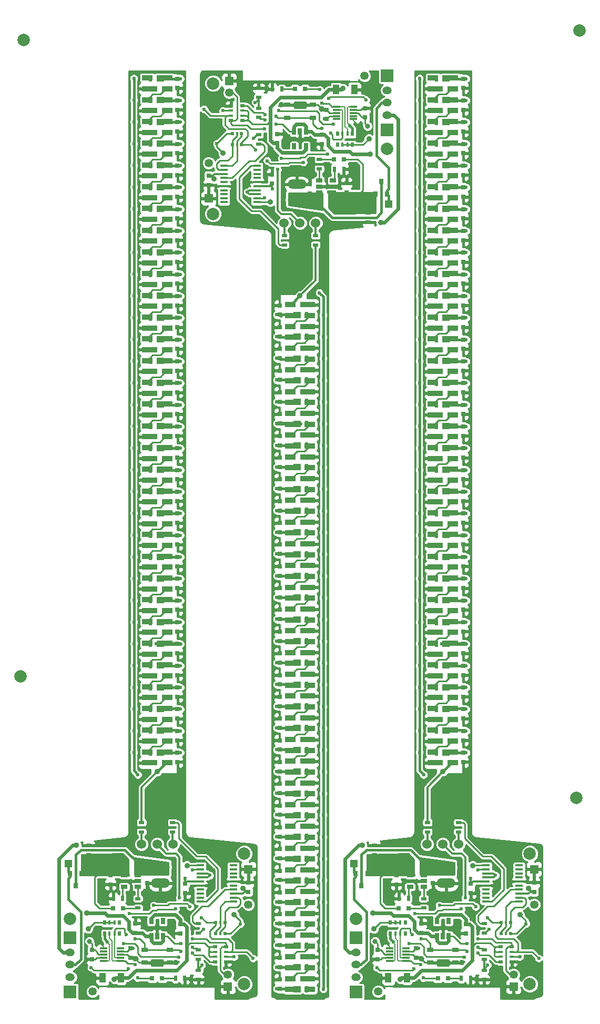
<source format=gtl>
G04 #@! TF.FileFunction,Copper,L1,Top,Signal*
%FSLAX46Y46*%
G04 Gerber Fmt 4.6, Leading zero omitted, Abs format (unit mm)*
G04 Created by KiCad (PCBNEW 4.0.1-stable) date 2017/04/08 12:51:49*
%MOMM*%
G01*
G04 APERTURE LIST*
%ADD10C,0.200000*%
%ADD11O,1.500000X1.270000*%
%ADD12R,2.000000X2.000000*%
%ADD13C,1.524000*%
%ADD14R,1.200000X0.300000*%
%ADD15R,1.200000X1.200000*%
%ADD16O,3.014980X1.506220*%
%ADD17R,0.800000X0.900000*%
%ADD18R,0.500000X0.900000*%
%ADD19R,0.900000X0.500000*%
%ADD20R,0.800000X0.800000*%
%ADD21R,0.700000X1.000000*%
%ADD22R,1.060000X0.650000*%
%ADD23C,2.000000*%
%ADD24R,0.750000X0.800000*%
%ADD25R,1.700000X0.850000*%
%ADD26R,1.200000X1.000000*%
%ADD27R,0.600000X1.000000*%
%ADD28C,1.350000*%
%ADD29R,1.350000X1.350000*%
%ADD30R,0.800000X0.500000*%
%ADD31R,0.800000X0.400000*%
%ADD32R,0.500000X0.800000*%
%ADD33R,0.400000X0.800000*%
%ADD34R,1.270000X0.406400*%
%ADD35R,0.400000X0.500000*%
%ADD36R,0.500000X0.500000*%
%ADD37R,1.000000X1.600000*%
%ADD38R,1.050000X0.650000*%
%ADD39C,0.889000*%
%ADD40C,0.600000*%
%ADD41C,0.800000*%
%ADD42C,0.254000*%
%ADD43C,0.600000*%
%ADD44C,0.350000*%
%ADD45C,0.400000*%
G04 APERTURE END LIST*
D10*
D11*
X135000000Y-50600000D03*
X135000000Y-48600000D03*
X135000000Y-52600000D03*
D12*
X135000000Y-46250000D03*
X135000000Y-54950000D03*
D13*
X123540000Y-70000000D03*
X121000000Y-70000000D03*
X118460000Y-70000000D03*
D14*
X126920000Y-51250000D03*
X126920000Y-51750000D03*
X126920000Y-52250000D03*
X126920000Y-52750000D03*
X126920000Y-53250000D03*
X129590000Y-53250000D03*
X129590000Y-52750000D03*
X129590000Y-52250000D03*
X129590000Y-51750000D03*
X129590000Y-51250000D03*
D15*
X132500000Y-66900000D03*
X135300000Y-66900000D03*
D16*
X120500000Y-66270000D03*
X120500000Y-63730000D03*
D17*
X133150000Y-65300000D03*
X135050000Y-65300000D03*
X134100000Y-63300000D03*
D18*
X116550000Y-48400000D03*
X118050000Y-48400000D03*
D19*
X114350000Y-53000000D03*
X114350000Y-51500000D03*
X114350000Y-49750000D03*
X114350000Y-48250000D03*
D18*
X126550000Y-61300000D03*
X128050000Y-61300000D03*
D19*
X124100000Y-61250000D03*
X124100000Y-59750000D03*
X132000000Y-68350000D03*
X132000000Y-69850000D03*
D20*
X121800000Y-48400000D03*
X120200000Y-48400000D03*
X128100000Y-59700000D03*
X126500000Y-59700000D03*
D21*
X121000000Y-55250000D03*
X121950000Y-55250000D03*
X120050000Y-55250000D03*
X120050000Y-57650000D03*
X121950000Y-57650000D03*
D22*
X124100000Y-63150000D03*
X124100000Y-64100000D03*
X124100000Y-65050000D03*
X126300000Y-65050000D03*
X126300000Y-63150000D03*
D23*
X107000000Y-47500000D03*
X107000000Y-68500000D03*
X135000000Y-58000000D03*
D24*
X117750000Y-84750000D03*
X117750000Y-83250000D03*
X117750000Y-88250000D03*
X117750000Y-86750000D03*
X117750000Y-91750000D03*
X117750000Y-90250000D03*
X117750000Y-95250000D03*
X117750000Y-93750000D03*
X117750000Y-98750000D03*
X117750000Y-97250000D03*
X117750000Y-102250000D03*
X117750000Y-100750000D03*
X117750000Y-105750000D03*
X117750000Y-104250000D03*
X117750000Y-109250000D03*
X117750000Y-107750000D03*
X117750000Y-112750000D03*
X117750000Y-111250000D03*
X117750000Y-116250000D03*
X117750000Y-114750000D03*
X117750000Y-119750000D03*
X117750000Y-118250000D03*
X117750000Y-123250000D03*
X117750000Y-121750000D03*
X117750000Y-126750000D03*
X117750000Y-125250000D03*
X117750000Y-130250000D03*
X117750000Y-128750000D03*
X117750000Y-133750000D03*
X117750000Y-132250000D03*
X117750000Y-137250000D03*
X117750000Y-135750000D03*
X117750000Y-140750000D03*
X117750000Y-139250000D03*
X117750000Y-144250000D03*
X117750000Y-142750000D03*
X117750000Y-147750000D03*
X117750000Y-146250000D03*
X117750000Y-151250000D03*
X117750000Y-149750000D03*
X117750000Y-154750000D03*
X117750000Y-153250000D03*
X117750000Y-158250000D03*
X117750000Y-156750000D03*
X117750000Y-161750000D03*
X117750000Y-160250000D03*
X117750000Y-165250000D03*
X117750000Y-163750000D03*
X117750000Y-168750000D03*
X117750000Y-167250000D03*
X117750000Y-172250000D03*
X117750000Y-170750000D03*
X117750000Y-175750000D03*
X117750000Y-174250000D03*
X117750000Y-179250000D03*
X117750000Y-177750000D03*
X117750000Y-182750000D03*
X117750000Y-181250000D03*
X117750000Y-186250000D03*
X117750000Y-184750000D03*
X117750000Y-189750000D03*
X117750000Y-188250000D03*
X117750000Y-193250000D03*
X117750000Y-191750000D03*
X122600000Y-65250000D03*
X122600000Y-63750000D03*
X128500000Y-65050000D03*
X128500000Y-63550000D03*
X117300000Y-57150000D03*
X117300000Y-55650000D03*
X124500000Y-55750000D03*
X124500000Y-57250000D03*
X125300000Y-53250000D03*
X125300000Y-51750000D03*
X131500000Y-53000000D03*
X131500000Y-51500000D03*
D25*
X122600000Y-193375000D03*
X122600000Y-191625000D03*
X119400000Y-191625000D03*
X119400000Y-193375000D03*
X121850000Y-191625000D03*
D26*
X120500000Y-193300000D03*
D27*
X122050000Y-193300000D03*
D25*
X122600000Y-189875000D03*
X122600000Y-188125000D03*
X119400000Y-188125000D03*
X119400000Y-189875000D03*
X121850000Y-188125000D03*
D26*
X120500000Y-189800000D03*
D27*
X122050000Y-189800000D03*
D25*
X122600000Y-186375000D03*
X122600000Y-184625000D03*
X119400000Y-184625000D03*
X119400000Y-186375000D03*
X121850000Y-184625000D03*
D26*
X120500000Y-186300000D03*
D27*
X122050000Y-186300000D03*
D25*
X122600000Y-182875000D03*
X122600000Y-181125000D03*
X119400000Y-181125000D03*
X119400000Y-182875000D03*
X121850000Y-181125000D03*
D26*
X120500000Y-182800000D03*
D27*
X122050000Y-182800000D03*
D25*
X122600000Y-179375000D03*
X122600000Y-177625000D03*
X119400000Y-177625000D03*
X119400000Y-179375000D03*
X121850000Y-177625000D03*
D26*
X120500000Y-179300000D03*
D27*
X122050000Y-179300000D03*
D25*
X122600000Y-175875000D03*
X122600000Y-174125000D03*
X119400000Y-174125000D03*
X119400000Y-175875000D03*
X121850000Y-174125000D03*
D26*
X120500000Y-175800000D03*
D27*
X122050000Y-175800000D03*
D25*
X122600000Y-172375000D03*
X122600000Y-170625000D03*
X119400000Y-170625000D03*
X119400000Y-172375000D03*
X121850000Y-170625000D03*
D26*
X120500000Y-172300000D03*
D27*
X122050000Y-172300000D03*
D25*
X122600000Y-168875000D03*
X122600000Y-167125000D03*
X119400000Y-167125000D03*
X119400000Y-168875000D03*
X121850000Y-167125000D03*
D26*
X120500000Y-168800000D03*
D27*
X122050000Y-168800000D03*
D25*
X122600000Y-165375000D03*
X122600000Y-163625000D03*
X119400000Y-163625000D03*
X119400000Y-165375000D03*
X121850000Y-163625000D03*
D26*
X120500000Y-165300000D03*
D27*
X122050000Y-165300000D03*
D25*
X122600000Y-161875000D03*
X122600000Y-160125000D03*
X119400000Y-160125000D03*
X119400000Y-161875000D03*
X121850000Y-160125000D03*
D26*
X120500000Y-161800000D03*
D27*
X122050000Y-161800000D03*
D25*
X122600000Y-158375000D03*
X122600000Y-156625000D03*
X119400000Y-156625000D03*
X119400000Y-158375000D03*
X121850000Y-156625000D03*
D26*
X120500000Y-158300000D03*
D27*
X122050000Y-158300000D03*
D25*
X122600000Y-154875000D03*
X122600000Y-153125000D03*
X119400000Y-153125000D03*
X119400000Y-154875000D03*
X121850000Y-153125000D03*
D26*
X120500000Y-154800000D03*
D27*
X122050000Y-154800000D03*
D25*
X122600000Y-151375000D03*
X122600000Y-149625000D03*
X119400000Y-149625000D03*
X119400000Y-151375000D03*
X121850000Y-149625000D03*
D26*
X120500000Y-151300000D03*
D27*
X122050000Y-151300000D03*
D25*
X122600000Y-147875000D03*
X122600000Y-146125000D03*
X119400000Y-146125000D03*
X119400000Y-147875000D03*
X121850000Y-146125000D03*
D26*
X120500000Y-147800000D03*
D27*
X122050000Y-147800000D03*
D25*
X122600000Y-144375000D03*
X122600000Y-142625000D03*
X119400000Y-142625000D03*
X119400000Y-144375000D03*
X121850000Y-142625000D03*
D26*
X120500000Y-144300000D03*
D27*
X122050000Y-144300000D03*
D25*
X122600000Y-140875000D03*
X122600000Y-139125000D03*
X119400000Y-139125000D03*
X119400000Y-140875000D03*
X121850000Y-139125000D03*
D26*
X120500000Y-140800000D03*
D27*
X122050000Y-140800000D03*
D25*
X122600000Y-137375000D03*
X122600000Y-135625000D03*
X119400000Y-135625000D03*
X119400000Y-137375000D03*
X121850000Y-135625000D03*
D26*
X120500000Y-137300000D03*
D27*
X122050000Y-137300000D03*
D25*
X122600000Y-133875000D03*
X122600000Y-132125000D03*
X119400000Y-132125000D03*
X119400000Y-133875000D03*
X121850000Y-132125000D03*
D26*
X120500000Y-133800000D03*
D27*
X122050000Y-133800000D03*
D25*
X122600000Y-130375000D03*
X122600000Y-128625000D03*
X119400000Y-128625000D03*
X119400000Y-130375000D03*
X121850000Y-128625000D03*
D26*
X120500000Y-130300000D03*
D27*
X122050000Y-130300000D03*
D25*
X122600000Y-126875000D03*
X122600000Y-125125000D03*
X119400000Y-125125000D03*
X119400000Y-126875000D03*
X121850000Y-125125000D03*
D26*
X120500000Y-126800000D03*
D27*
X122050000Y-126800000D03*
D25*
X122600000Y-123375000D03*
X122600000Y-121625000D03*
X119400000Y-121625000D03*
X119400000Y-123375000D03*
X121850000Y-121625000D03*
D26*
X120500000Y-123300000D03*
D27*
X122050000Y-123300000D03*
D25*
X122600000Y-119875000D03*
X122600000Y-118125000D03*
X119400000Y-118125000D03*
X119400000Y-119875000D03*
X121850000Y-118125000D03*
D26*
X120500000Y-119800000D03*
D27*
X122050000Y-119800000D03*
D25*
X122600000Y-116375000D03*
X122600000Y-114625000D03*
X119400000Y-114625000D03*
X119400000Y-116375000D03*
X121850000Y-114625000D03*
D26*
X120500000Y-116300000D03*
D27*
X122050000Y-116300000D03*
D25*
X122600000Y-112875000D03*
X122600000Y-111125000D03*
X119400000Y-111125000D03*
X119400000Y-112875000D03*
X121850000Y-111125000D03*
D26*
X120500000Y-112800000D03*
D27*
X122050000Y-112800000D03*
D25*
X122600000Y-109375000D03*
X122600000Y-107625000D03*
X119400000Y-107625000D03*
X119400000Y-109375000D03*
X121850000Y-107625000D03*
D26*
X120500000Y-109300000D03*
D27*
X122050000Y-109300000D03*
D25*
X122600000Y-105875000D03*
X122600000Y-104125000D03*
X119400000Y-104125000D03*
X119400000Y-105875000D03*
X121850000Y-104125000D03*
D26*
X120500000Y-105800000D03*
D27*
X122050000Y-105800000D03*
D25*
X122600000Y-102375000D03*
X122600000Y-100625000D03*
X119400000Y-100625000D03*
X119400000Y-102375000D03*
X121850000Y-100625000D03*
D26*
X120500000Y-102300000D03*
D27*
X122050000Y-102300000D03*
D25*
X122600000Y-98875000D03*
X122600000Y-97125000D03*
X119400000Y-97125000D03*
X119400000Y-98875000D03*
X121850000Y-97125000D03*
D26*
X120500000Y-98800000D03*
D27*
X122050000Y-98800000D03*
D25*
X122600000Y-95375000D03*
X122600000Y-93625000D03*
X119400000Y-93625000D03*
X119400000Y-95375000D03*
X121850000Y-93625000D03*
D26*
X120500000Y-95300000D03*
D27*
X122050000Y-95300000D03*
D25*
X122600000Y-91875000D03*
X122600000Y-90125000D03*
X119400000Y-90125000D03*
X119400000Y-91875000D03*
X121850000Y-90125000D03*
D26*
X120500000Y-91800000D03*
D27*
X122050000Y-91800000D03*
D25*
X122600000Y-88375000D03*
X122600000Y-86625000D03*
X119400000Y-86625000D03*
X119400000Y-88375000D03*
X121850000Y-86625000D03*
D26*
X120500000Y-88300000D03*
D27*
X122050000Y-88300000D03*
D25*
X122600000Y-84875000D03*
X122600000Y-83125000D03*
X119400000Y-83125000D03*
X119400000Y-84875000D03*
X121850000Y-83125000D03*
D26*
X120500000Y-84800000D03*
D27*
X122050000Y-84800000D03*
D19*
X123500000Y-73500000D03*
X123500000Y-72000000D03*
D28*
X131400000Y-46300000D03*
X106300000Y-60300000D03*
D29*
X106300000Y-66000000D03*
D28*
X109600000Y-49000000D03*
D29*
X109600000Y-47100000D03*
D30*
X109900000Y-51100000D03*
D31*
X109900000Y-52700000D03*
X109900000Y-51900000D03*
D30*
X109900000Y-53500000D03*
D31*
X111700000Y-51900000D03*
D30*
X111700000Y-51100000D03*
D31*
X111700000Y-52700000D03*
D30*
X111700000Y-53500000D03*
D32*
X129450000Y-55600000D03*
D33*
X127850000Y-55600000D03*
X128650000Y-55600000D03*
D32*
X127050000Y-55600000D03*
D33*
X128650000Y-57400000D03*
D32*
X129450000Y-57400000D03*
D33*
X127850000Y-57400000D03*
D32*
X127050000Y-57400000D03*
D24*
X116500000Y-63650000D03*
X116500000Y-62150000D03*
X106300000Y-62350000D03*
X106300000Y-63850000D03*
D34*
X108733000Y-60779000D03*
X108733000Y-61414000D03*
X108733000Y-62074400D03*
X108733000Y-62734800D03*
X108733000Y-63369800D03*
X108733000Y-64030200D03*
X108733000Y-64690600D03*
X108733000Y-65325600D03*
X108733000Y-65986000D03*
X108733000Y-66621000D03*
X114067000Y-66621000D03*
X114067000Y-65986000D03*
X114067000Y-65325600D03*
X114067000Y-64690600D03*
X114067000Y-64030200D03*
X114067000Y-63369800D03*
X114067000Y-62734800D03*
X114067000Y-62074400D03*
X114067000Y-61414000D03*
X114067000Y-60779000D03*
D35*
X110850000Y-57400000D03*
X110850000Y-55600000D03*
D36*
X110100000Y-57400000D03*
X111600000Y-57400000D03*
X111600000Y-55600000D03*
X110100000Y-55600000D03*
D19*
X118500000Y-73500000D03*
X118500000Y-72000000D03*
X114350000Y-55750000D03*
X114350000Y-57250000D03*
D37*
X129800000Y-48500000D03*
X126800000Y-48500000D03*
D38*
X123050000Y-53050000D03*
X118950000Y-53050000D03*
X118950000Y-50950000D03*
X123050000Y-50950000D03*
D13*
X95460000Y-170000000D03*
X98000000Y-170000000D03*
X100540000Y-170000000D03*
D14*
X92080000Y-188750000D03*
X92080000Y-188250000D03*
X92080000Y-187750000D03*
X92080000Y-187250000D03*
X92080000Y-186750000D03*
X89410000Y-186750000D03*
X89410000Y-187250000D03*
X89410000Y-187750000D03*
X89410000Y-188250000D03*
X89410000Y-188750000D03*
D15*
X86500000Y-173100000D03*
X83700000Y-173100000D03*
D16*
X98500000Y-173730000D03*
X98500000Y-176270000D03*
D17*
X85850000Y-174700000D03*
X83950000Y-174700000D03*
X84900000Y-176700000D03*
D18*
X102450000Y-191600000D03*
X100950000Y-191600000D03*
D19*
X104650000Y-187000000D03*
X104650000Y-188500000D03*
X104650000Y-190250000D03*
X104650000Y-191750000D03*
D18*
X92450000Y-178700000D03*
X90950000Y-178700000D03*
D19*
X94900000Y-178750000D03*
X94900000Y-180250000D03*
X87000000Y-171650000D03*
X87000000Y-170150000D03*
D20*
X97200000Y-191600000D03*
X98800000Y-191600000D03*
X90900000Y-180300000D03*
X92500000Y-180300000D03*
D21*
X98000000Y-184750000D03*
X97050000Y-184750000D03*
X98950000Y-184750000D03*
X98950000Y-182350000D03*
X97050000Y-182350000D03*
D22*
X94900000Y-176850000D03*
X94900000Y-175900000D03*
X94900000Y-174950000D03*
X92700000Y-174950000D03*
X92700000Y-176850000D03*
D23*
X112000000Y-192500000D03*
X112000000Y-171500000D03*
X84000000Y-182000000D03*
D24*
X101250000Y-155250000D03*
X101250000Y-156750000D03*
X101250000Y-151750000D03*
X101250000Y-153250000D03*
X101250000Y-148250000D03*
X101250000Y-149750000D03*
X101250000Y-144750000D03*
X101250000Y-146250000D03*
X101250000Y-141250000D03*
X101250000Y-142750000D03*
X101250000Y-137750000D03*
X101250000Y-139250000D03*
X101250000Y-134250000D03*
X101250000Y-135750000D03*
X101250000Y-130750000D03*
X101250000Y-132250000D03*
X101250000Y-127250000D03*
X101250000Y-128750000D03*
X101250000Y-123750000D03*
X101250000Y-125250000D03*
X101250000Y-120250000D03*
X101250000Y-121750000D03*
X101250000Y-116750000D03*
X101250000Y-118250000D03*
X101250000Y-113250000D03*
X101250000Y-114750000D03*
X101250000Y-109750000D03*
X101250000Y-111250000D03*
X101250000Y-106250000D03*
X101250000Y-107750000D03*
X101250000Y-102750000D03*
X101250000Y-104250000D03*
X101250000Y-99250000D03*
X101250000Y-100750000D03*
X101250000Y-95750000D03*
X101250000Y-97250000D03*
X101250000Y-92250000D03*
X101250000Y-93750000D03*
X101250000Y-88750000D03*
X101250000Y-90250000D03*
X101250000Y-85250000D03*
X101250000Y-86750000D03*
X101250000Y-81750000D03*
X101250000Y-83250000D03*
X101250000Y-78250000D03*
X101250000Y-79750000D03*
X101250000Y-74750000D03*
X101250000Y-76250000D03*
X101250000Y-71250000D03*
X101250000Y-72750000D03*
X101250000Y-67750000D03*
X101250000Y-69250000D03*
X101250000Y-64250000D03*
X101250000Y-65750000D03*
X101250000Y-60750000D03*
X101250000Y-62250000D03*
X101250000Y-57250000D03*
X101250000Y-58750000D03*
X101250000Y-53750000D03*
X101250000Y-55250000D03*
X101250000Y-50250000D03*
X101250000Y-51750000D03*
X101250000Y-46750000D03*
X101250000Y-48250000D03*
X96400000Y-174750000D03*
X96400000Y-176250000D03*
X90500000Y-174950000D03*
X90500000Y-176450000D03*
X101700000Y-182850000D03*
X101700000Y-184350000D03*
X94500000Y-184250000D03*
X94500000Y-182750000D03*
X93700000Y-186750000D03*
X93700000Y-188250000D03*
X87500000Y-187000000D03*
X87500000Y-188500000D03*
D25*
X96400000Y-46625000D03*
X96400000Y-48375000D03*
X99600000Y-48375000D03*
X99600000Y-46625000D03*
X97150000Y-48375000D03*
D26*
X98500000Y-46700000D03*
D27*
X96950000Y-46700000D03*
D25*
X96400000Y-50125000D03*
X96400000Y-51875000D03*
X99600000Y-51875000D03*
X99600000Y-50125000D03*
X97150000Y-51875000D03*
D26*
X98500000Y-50200000D03*
D27*
X96950000Y-50200000D03*
D25*
X96400000Y-53625000D03*
X96400000Y-55375000D03*
X99600000Y-55375000D03*
X99600000Y-53625000D03*
X97150000Y-55375000D03*
D26*
X98500000Y-53700000D03*
D27*
X96950000Y-53700000D03*
D25*
X96400000Y-57125000D03*
X96400000Y-58875000D03*
X99600000Y-58875000D03*
X99600000Y-57125000D03*
X97150000Y-58875000D03*
D26*
X98500000Y-57200000D03*
D27*
X96950000Y-57200000D03*
D25*
X96400000Y-60625000D03*
X96400000Y-62375000D03*
X99600000Y-62375000D03*
X99600000Y-60625000D03*
X97150000Y-62375000D03*
D26*
X98500000Y-60700000D03*
D27*
X96950000Y-60700000D03*
D25*
X96400000Y-64125000D03*
X96400000Y-65875000D03*
X99600000Y-65875000D03*
X99600000Y-64125000D03*
X97150000Y-65875000D03*
D26*
X98500000Y-64200000D03*
D27*
X96950000Y-64200000D03*
D25*
X96400000Y-67625000D03*
X96400000Y-69375000D03*
X99600000Y-69375000D03*
X99600000Y-67625000D03*
X97150000Y-69375000D03*
D26*
X98500000Y-67700000D03*
D27*
X96950000Y-67700000D03*
D25*
X96400000Y-71125000D03*
X96400000Y-72875000D03*
X99600000Y-72875000D03*
X99600000Y-71125000D03*
X97150000Y-72875000D03*
D26*
X98500000Y-71200000D03*
D27*
X96950000Y-71200000D03*
D25*
X96400000Y-74625000D03*
X96400000Y-76375000D03*
X99600000Y-76375000D03*
X99600000Y-74625000D03*
X97150000Y-76375000D03*
D26*
X98500000Y-74700000D03*
D27*
X96950000Y-74700000D03*
D25*
X96400000Y-78125000D03*
X96400000Y-79875000D03*
X99600000Y-79875000D03*
X99600000Y-78125000D03*
X97150000Y-79875000D03*
D26*
X98500000Y-78200000D03*
D27*
X96950000Y-78200000D03*
D25*
X96400000Y-81625000D03*
X96400000Y-83375000D03*
X99600000Y-83375000D03*
X99600000Y-81625000D03*
X97150000Y-83375000D03*
D26*
X98500000Y-81700000D03*
D27*
X96950000Y-81700000D03*
D25*
X96400000Y-85125000D03*
X96400000Y-86875000D03*
X99600000Y-86875000D03*
X99600000Y-85125000D03*
X97150000Y-86875000D03*
D26*
X98500000Y-85200000D03*
D27*
X96950000Y-85200000D03*
D25*
X96400000Y-88625000D03*
X96400000Y-90375000D03*
X99600000Y-90375000D03*
X99600000Y-88625000D03*
X97150000Y-90375000D03*
D26*
X98500000Y-88700000D03*
D27*
X96950000Y-88700000D03*
D25*
X96400000Y-92125000D03*
X96400000Y-93875000D03*
X99600000Y-93875000D03*
X99600000Y-92125000D03*
X97150000Y-93875000D03*
D26*
X98500000Y-92200000D03*
D27*
X96950000Y-92200000D03*
D25*
X96400000Y-95625000D03*
X96400000Y-97375000D03*
X99600000Y-97375000D03*
X99600000Y-95625000D03*
X97150000Y-97375000D03*
D26*
X98500000Y-95700000D03*
D27*
X96950000Y-95700000D03*
D25*
X96400000Y-99125000D03*
X96400000Y-100875000D03*
X99600000Y-100875000D03*
X99600000Y-99125000D03*
X97150000Y-100875000D03*
D26*
X98500000Y-99200000D03*
D27*
X96950000Y-99200000D03*
D25*
X96400000Y-102625000D03*
X96400000Y-104375000D03*
X99600000Y-104375000D03*
X99600000Y-102625000D03*
X97150000Y-104375000D03*
D26*
X98500000Y-102700000D03*
D27*
X96950000Y-102700000D03*
D25*
X96400000Y-106125000D03*
X96400000Y-107875000D03*
X99600000Y-107875000D03*
X99600000Y-106125000D03*
X97150000Y-107875000D03*
D26*
X98500000Y-106200000D03*
D27*
X96950000Y-106200000D03*
D25*
X96400000Y-109625000D03*
X96400000Y-111375000D03*
X99600000Y-111375000D03*
X99600000Y-109625000D03*
X97150000Y-111375000D03*
D26*
X98500000Y-109700000D03*
D27*
X96950000Y-109700000D03*
D25*
X96400000Y-113125000D03*
X96400000Y-114875000D03*
X99600000Y-114875000D03*
X99600000Y-113125000D03*
X97150000Y-114875000D03*
D26*
X98500000Y-113200000D03*
D27*
X96950000Y-113200000D03*
D25*
X96400000Y-116625000D03*
X96400000Y-118375000D03*
X99600000Y-118375000D03*
X99600000Y-116625000D03*
X97150000Y-118375000D03*
D26*
X98500000Y-116700000D03*
D27*
X96950000Y-116700000D03*
D25*
X96400000Y-120125000D03*
X96400000Y-121875000D03*
X99600000Y-121875000D03*
X99600000Y-120125000D03*
X97150000Y-121875000D03*
D26*
X98500000Y-120200000D03*
D27*
X96950000Y-120200000D03*
D25*
X96400000Y-123625000D03*
X96400000Y-125375000D03*
X99600000Y-125375000D03*
X99600000Y-123625000D03*
X97150000Y-125375000D03*
D26*
X98500000Y-123700000D03*
D27*
X96950000Y-123700000D03*
D25*
X96400000Y-127125000D03*
X96400000Y-128875000D03*
X99600000Y-128875000D03*
X99600000Y-127125000D03*
X97150000Y-128875000D03*
D26*
X98500000Y-127200000D03*
D27*
X96950000Y-127200000D03*
D25*
X96400000Y-130625000D03*
X96400000Y-132375000D03*
X99600000Y-132375000D03*
X99600000Y-130625000D03*
X97150000Y-132375000D03*
D26*
X98500000Y-130700000D03*
D27*
X96950000Y-130700000D03*
D25*
X96400000Y-134125000D03*
X96400000Y-135875000D03*
X99600000Y-135875000D03*
X99600000Y-134125000D03*
X97150000Y-135875000D03*
D26*
X98500000Y-134200000D03*
D27*
X96950000Y-134200000D03*
D25*
X96400000Y-137625000D03*
X96400000Y-139375000D03*
X99600000Y-139375000D03*
X99600000Y-137625000D03*
X97150000Y-139375000D03*
D26*
X98500000Y-137700000D03*
D27*
X96950000Y-137700000D03*
D25*
X96400000Y-141125000D03*
X96400000Y-142875000D03*
X99600000Y-142875000D03*
X99600000Y-141125000D03*
X97150000Y-142875000D03*
D26*
X98500000Y-141200000D03*
D27*
X96950000Y-141200000D03*
D25*
X96400000Y-144625000D03*
X96400000Y-146375000D03*
X99600000Y-146375000D03*
X99600000Y-144625000D03*
X97150000Y-146375000D03*
D26*
X98500000Y-144700000D03*
D27*
X96950000Y-144700000D03*
D25*
X96400000Y-148125000D03*
X96400000Y-149875000D03*
X99600000Y-149875000D03*
X99600000Y-148125000D03*
X97150000Y-149875000D03*
D26*
X98500000Y-148200000D03*
D27*
X96950000Y-148200000D03*
D25*
X96400000Y-151625000D03*
X96400000Y-153375000D03*
X99600000Y-153375000D03*
X99600000Y-151625000D03*
X97150000Y-153375000D03*
D26*
X98500000Y-151700000D03*
D27*
X96950000Y-151700000D03*
D25*
X96400000Y-155125000D03*
X96400000Y-156875000D03*
X99600000Y-156875000D03*
X99600000Y-155125000D03*
X97150000Y-156875000D03*
D26*
X98500000Y-155200000D03*
D27*
X96950000Y-155200000D03*
D19*
X95500000Y-166500000D03*
X95500000Y-168000000D03*
D28*
X87600000Y-193700000D03*
X112700000Y-179700000D03*
D29*
X112700000Y-174000000D03*
D28*
X109400000Y-191000000D03*
D29*
X109400000Y-192900000D03*
D30*
X109100000Y-188900000D03*
D31*
X109100000Y-187300000D03*
X109100000Y-188100000D03*
D30*
X109100000Y-186500000D03*
D31*
X107300000Y-188100000D03*
D30*
X107300000Y-188900000D03*
D31*
X107300000Y-187300000D03*
D30*
X107300000Y-186500000D03*
D32*
X89550000Y-184400000D03*
D33*
X91150000Y-184400000D03*
X90350000Y-184400000D03*
D32*
X91950000Y-184400000D03*
D33*
X90350000Y-182600000D03*
D32*
X89550000Y-182600000D03*
D33*
X91150000Y-182600000D03*
D32*
X91950000Y-182600000D03*
D24*
X102500000Y-176350000D03*
X102500000Y-177850000D03*
X112700000Y-177650000D03*
X112700000Y-176150000D03*
D34*
X110267000Y-179221000D03*
X110267000Y-178586000D03*
X110267000Y-177925600D03*
X110267000Y-177265200D03*
X110267000Y-176630200D03*
X110267000Y-175969800D03*
X110267000Y-175309400D03*
X110267000Y-174674400D03*
X110267000Y-174014000D03*
X110267000Y-173379000D03*
X104933000Y-173379000D03*
X104933000Y-174014000D03*
X104933000Y-174674400D03*
X104933000Y-175309400D03*
X104933000Y-175969800D03*
X104933000Y-176630200D03*
X104933000Y-177265200D03*
X104933000Y-177925600D03*
X104933000Y-178586000D03*
X104933000Y-179221000D03*
D35*
X108150000Y-182600000D03*
X108150000Y-184400000D03*
D36*
X108900000Y-182600000D03*
X107400000Y-182600000D03*
X107400000Y-184400000D03*
X108900000Y-184400000D03*
D19*
X100500000Y-166500000D03*
X100500000Y-168000000D03*
X104650000Y-184250000D03*
X104650000Y-182750000D03*
D37*
X89200000Y-191500000D03*
X92200000Y-191500000D03*
D38*
X95950000Y-186950000D03*
X100050000Y-186950000D03*
X100050000Y-189050000D03*
X95950000Y-189050000D03*
D13*
X141460000Y-170000000D03*
X144000000Y-170000000D03*
X146540000Y-170000000D03*
D14*
X138080000Y-188750000D03*
X138080000Y-188250000D03*
X138080000Y-187750000D03*
X138080000Y-187250000D03*
X138080000Y-186750000D03*
X135410000Y-186750000D03*
X135410000Y-187250000D03*
X135410000Y-187750000D03*
X135410000Y-188250000D03*
X135410000Y-188750000D03*
D15*
X132500000Y-173100000D03*
X129700000Y-173100000D03*
D16*
X144500000Y-173730000D03*
X144500000Y-176270000D03*
D17*
X131850000Y-174700000D03*
X129950000Y-174700000D03*
X130900000Y-176700000D03*
D18*
X148450000Y-191600000D03*
X146950000Y-191600000D03*
D19*
X150650000Y-187000000D03*
X150650000Y-188500000D03*
X150650000Y-190250000D03*
X150650000Y-191750000D03*
D18*
X138450000Y-178700000D03*
X136950000Y-178700000D03*
D19*
X140900000Y-178750000D03*
X140900000Y-180250000D03*
X133000000Y-171650000D03*
X133000000Y-170150000D03*
D20*
X143200000Y-191600000D03*
X144800000Y-191600000D03*
X136900000Y-180300000D03*
X138500000Y-180300000D03*
D21*
X144000000Y-184750000D03*
X143050000Y-184750000D03*
X144950000Y-184750000D03*
X144950000Y-182350000D03*
X143050000Y-182350000D03*
D22*
X140900000Y-176850000D03*
X140900000Y-175900000D03*
X140900000Y-174950000D03*
X138700000Y-174950000D03*
X138700000Y-176850000D03*
D23*
X158000000Y-192500000D03*
X158000000Y-171500000D03*
X130000000Y-182000000D03*
D24*
X147250000Y-155250000D03*
X147250000Y-156750000D03*
X147250000Y-151750000D03*
X147250000Y-153250000D03*
X147250000Y-148250000D03*
X147250000Y-149750000D03*
X147250000Y-144750000D03*
X147250000Y-146250000D03*
X147250000Y-141250000D03*
X147250000Y-142750000D03*
X147250000Y-137750000D03*
X147250000Y-139250000D03*
X147250000Y-134250000D03*
X147250000Y-135750000D03*
X147250000Y-130750000D03*
X147250000Y-132250000D03*
X147250000Y-127250000D03*
X147250000Y-128750000D03*
X147250000Y-123750000D03*
X147250000Y-125250000D03*
X147250000Y-120250000D03*
X147250000Y-121750000D03*
X147250000Y-116750000D03*
X147250000Y-118250000D03*
X147250000Y-113250000D03*
X147250000Y-114750000D03*
X147250000Y-109750000D03*
X147250000Y-111250000D03*
X147250000Y-106250000D03*
X147250000Y-107750000D03*
X147250000Y-102750000D03*
X147250000Y-104250000D03*
X147250000Y-99250000D03*
X147250000Y-100750000D03*
X147250000Y-95750000D03*
X147250000Y-97250000D03*
X147250000Y-92250000D03*
X147250000Y-93750000D03*
X147250000Y-88750000D03*
X147250000Y-90250000D03*
X147250000Y-85250000D03*
X147250000Y-86750000D03*
X147250000Y-81750000D03*
X147250000Y-83250000D03*
X147250000Y-78250000D03*
X147250000Y-79750000D03*
X147250000Y-74750000D03*
X147250000Y-76250000D03*
X147250000Y-71250000D03*
X147250000Y-72750000D03*
X147250000Y-67750000D03*
X147250000Y-69250000D03*
X147250000Y-64250000D03*
X147250000Y-65750000D03*
X147250000Y-60750000D03*
X147250000Y-62250000D03*
X147250000Y-57250000D03*
X147250000Y-58750000D03*
X147250000Y-53750000D03*
X147250000Y-55250000D03*
X147250000Y-50250000D03*
X147250000Y-51750000D03*
X147250000Y-46750000D03*
X147250000Y-48250000D03*
X142400000Y-174750000D03*
X142400000Y-176250000D03*
X136500000Y-174950000D03*
X136500000Y-176450000D03*
X147700000Y-182850000D03*
X147700000Y-184350000D03*
X140500000Y-184250000D03*
X140500000Y-182750000D03*
X139700000Y-186750000D03*
X139700000Y-188250000D03*
X133500000Y-187000000D03*
X133500000Y-188500000D03*
D25*
X142400000Y-46625000D03*
X142400000Y-48375000D03*
X145600000Y-48375000D03*
X145600000Y-46625000D03*
X143150000Y-48375000D03*
D26*
X144500000Y-46700000D03*
D27*
X142950000Y-46700000D03*
D25*
X142400000Y-50125000D03*
X142400000Y-51875000D03*
X145600000Y-51875000D03*
X145600000Y-50125000D03*
X143150000Y-51875000D03*
D26*
X144500000Y-50200000D03*
D27*
X142950000Y-50200000D03*
D25*
X142400000Y-53625000D03*
X142400000Y-55375000D03*
X145600000Y-55375000D03*
X145600000Y-53625000D03*
X143150000Y-55375000D03*
D26*
X144500000Y-53700000D03*
D27*
X142950000Y-53700000D03*
D25*
X142400000Y-57125000D03*
X142400000Y-58875000D03*
X145600000Y-58875000D03*
X145600000Y-57125000D03*
X143150000Y-58875000D03*
D26*
X144500000Y-57200000D03*
D27*
X142950000Y-57200000D03*
D25*
X142400000Y-60625000D03*
X142400000Y-62375000D03*
X145600000Y-62375000D03*
X145600000Y-60625000D03*
X143150000Y-62375000D03*
D26*
X144500000Y-60700000D03*
D27*
X142950000Y-60700000D03*
D25*
X142400000Y-64125000D03*
X142400000Y-65875000D03*
X145600000Y-65875000D03*
X145600000Y-64125000D03*
X143150000Y-65875000D03*
D26*
X144500000Y-64200000D03*
D27*
X142950000Y-64200000D03*
D25*
X142400000Y-67625000D03*
X142400000Y-69375000D03*
X145600000Y-69375000D03*
X145600000Y-67625000D03*
X143150000Y-69375000D03*
D26*
X144500000Y-67700000D03*
D27*
X142950000Y-67700000D03*
D25*
X142400000Y-71125000D03*
X142400000Y-72875000D03*
X145600000Y-72875000D03*
X145600000Y-71125000D03*
X143150000Y-72875000D03*
D26*
X144500000Y-71200000D03*
D27*
X142950000Y-71200000D03*
D25*
X142400000Y-74625000D03*
X142400000Y-76375000D03*
X145600000Y-76375000D03*
X145600000Y-74625000D03*
X143150000Y-76375000D03*
D26*
X144500000Y-74700000D03*
D27*
X142950000Y-74700000D03*
D25*
X142400000Y-78125000D03*
X142400000Y-79875000D03*
X145600000Y-79875000D03*
X145600000Y-78125000D03*
X143150000Y-79875000D03*
D26*
X144500000Y-78200000D03*
D27*
X142950000Y-78200000D03*
D25*
X142400000Y-81625000D03*
X142400000Y-83375000D03*
X145600000Y-83375000D03*
X145600000Y-81625000D03*
X143150000Y-83375000D03*
D26*
X144500000Y-81700000D03*
D27*
X142950000Y-81700000D03*
D25*
X142400000Y-85125000D03*
X142400000Y-86875000D03*
X145600000Y-86875000D03*
X145600000Y-85125000D03*
X143150000Y-86875000D03*
D26*
X144500000Y-85200000D03*
D27*
X142950000Y-85200000D03*
D25*
X142400000Y-88625000D03*
X142400000Y-90375000D03*
X145600000Y-90375000D03*
X145600000Y-88625000D03*
X143150000Y-90375000D03*
D26*
X144500000Y-88700000D03*
D27*
X142950000Y-88700000D03*
D25*
X142400000Y-92125000D03*
X142400000Y-93875000D03*
X145600000Y-93875000D03*
X145600000Y-92125000D03*
X143150000Y-93875000D03*
D26*
X144500000Y-92200000D03*
D27*
X142950000Y-92200000D03*
D25*
X142400000Y-95625000D03*
X142400000Y-97375000D03*
X145600000Y-97375000D03*
X145600000Y-95625000D03*
X143150000Y-97375000D03*
D26*
X144500000Y-95700000D03*
D27*
X142950000Y-95700000D03*
D25*
X142400000Y-99125000D03*
X142400000Y-100875000D03*
X145600000Y-100875000D03*
X145600000Y-99125000D03*
X143150000Y-100875000D03*
D26*
X144500000Y-99200000D03*
D27*
X142950000Y-99200000D03*
D25*
X142400000Y-102625000D03*
X142400000Y-104375000D03*
X145600000Y-104375000D03*
X145600000Y-102625000D03*
X143150000Y-104375000D03*
D26*
X144500000Y-102700000D03*
D27*
X142950000Y-102700000D03*
D25*
X142400000Y-106125000D03*
X142400000Y-107875000D03*
X145600000Y-107875000D03*
X145600000Y-106125000D03*
X143150000Y-107875000D03*
D26*
X144500000Y-106200000D03*
D27*
X142950000Y-106200000D03*
D25*
X142400000Y-109625000D03*
X142400000Y-111375000D03*
X145600000Y-111375000D03*
X145600000Y-109625000D03*
X143150000Y-111375000D03*
D26*
X144500000Y-109700000D03*
D27*
X142950000Y-109700000D03*
D25*
X142400000Y-113125000D03*
X142400000Y-114875000D03*
X145600000Y-114875000D03*
X145600000Y-113125000D03*
X143150000Y-114875000D03*
D26*
X144500000Y-113200000D03*
D27*
X142950000Y-113200000D03*
D25*
X142400000Y-116625000D03*
X142400000Y-118375000D03*
X145600000Y-118375000D03*
X145600000Y-116625000D03*
X143150000Y-118375000D03*
D26*
X144500000Y-116700000D03*
D27*
X142950000Y-116700000D03*
D25*
X142400000Y-120125000D03*
X142400000Y-121875000D03*
X145600000Y-121875000D03*
X145600000Y-120125000D03*
X143150000Y-121875000D03*
D26*
X144500000Y-120200000D03*
D27*
X142950000Y-120200000D03*
D25*
X142400000Y-123625000D03*
X142400000Y-125375000D03*
X145600000Y-125375000D03*
X145600000Y-123625000D03*
X143150000Y-125375000D03*
D26*
X144500000Y-123700000D03*
D27*
X142950000Y-123700000D03*
D25*
X142400000Y-127125000D03*
X142400000Y-128875000D03*
X145600000Y-128875000D03*
X145600000Y-127125000D03*
X143150000Y-128875000D03*
D26*
X144500000Y-127200000D03*
D27*
X142950000Y-127200000D03*
D25*
X142400000Y-130625000D03*
X142400000Y-132375000D03*
X145600000Y-132375000D03*
X145600000Y-130625000D03*
X143150000Y-132375000D03*
D26*
X144500000Y-130700000D03*
D27*
X142950000Y-130700000D03*
D25*
X142400000Y-134125000D03*
X142400000Y-135875000D03*
X145600000Y-135875000D03*
X145600000Y-134125000D03*
X143150000Y-135875000D03*
D26*
X144500000Y-134200000D03*
D27*
X142950000Y-134200000D03*
D25*
X142400000Y-137625000D03*
X142400000Y-139375000D03*
X145600000Y-139375000D03*
X145600000Y-137625000D03*
X143150000Y-139375000D03*
D26*
X144500000Y-137700000D03*
D27*
X142950000Y-137700000D03*
D25*
X142400000Y-141125000D03*
X142400000Y-142875000D03*
X145600000Y-142875000D03*
X145600000Y-141125000D03*
X143150000Y-142875000D03*
D26*
X144500000Y-141200000D03*
D27*
X142950000Y-141200000D03*
D25*
X142400000Y-144625000D03*
X142400000Y-146375000D03*
X145600000Y-146375000D03*
X145600000Y-144625000D03*
X143150000Y-146375000D03*
D26*
X144500000Y-144700000D03*
D27*
X142950000Y-144700000D03*
D25*
X142400000Y-148125000D03*
X142400000Y-149875000D03*
X145600000Y-149875000D03*
X145600000Y-148125000D03*
X143150000Y-149875000D03*
D26*
X144500000Y-148200000D03*
D27*
X142950000Y-148200000D03*
D25*
X142400000Y-151625000D03*
X142400000Y-153375000D03*
X145600000Y-153375000D03*
X145600000Y-151625000D03*
X143150000Y-153375000D03*
D26*
X144500000Y-151700000D03*
D27*
X142950000Y-151700000D03*
D25*
X142400000Y-155125000D03*
X142400000Y-156875000D03*
X145600000Y-156875000D03*
X145600000Y-155125000D03*
X143150000Y-156875000D03*
D26*
X144500000Y-155200000D03*
D27*
X142950000Y-155200000D03*
D19*
X141500000Y-166500000D03*
X141500000Y-168000000D03*
D28*
X133600000Y-193700000D03*
X158700000Y-179700000D03*
D29*
X158700000Y-174000000D03*
D28*
X155400000Y-191000000D03*
D29*
X155400000Y-192900000D03*
D30*
X155100000Y-188900000D03*
D31*
X155100000Y-187300000D03*
X155100000Y-188100000D03*
D30*
X155100000Y-186500000D03*
D31*
X153300000Y-188100000D03*
D30*
X153300000Y-188900000D03*
D31*
X153300000Y-187300000D03*
D30*
X153300000Y-186500000D03*
D32*
X135550000Y-184400000D03*
D33*
X137150000Y-184400000D03*
X136350000Y-184400000D03*
D32*
X137950000Y-184400000D03*
D33*
X136350000Y-182600000D03*
D32*
X135550000Y-182600000D03*
D33*
X137150000Y-182600000D03*
D32*
X137950000Y-182600000D03*
D24*
X148500000Y-176350000D03*
X148500000Y-177850000D03*
X158700000Y-177650000D03*
X158700000Y-176150000D03*
D34*
X156267000Y-179221000D03*
X156267000Y-178586000D03*
X156267000Y-177925600D03*
X156267000Y-177265200D03*
X156267000Y-176630200D03*
X156267000Y-175969800D03*
X156267000Y-175309400D03*
X156267000Y-174674400D03*
X156267000Y-174014000D03*
X156267000Y-173379000D03*
X150933000Y-173379000D03*
X150933000Y-174014000D03*
X150933000Y-174674400D03*
X150933000Y-175309400D03*
X150933000Y-175969800D03*
X150933000Y-176630200D03*
X150933000Y-177265200D03*
X150933000Y-177925600D03*
X150933000Y-178586000D03*
X150933000Y-179221000D03*
D35*
X154150000Y-182600000D03*
X154150000Y-184400000D03*
D36*
X154900000Y-182600000D03*
X153400000Y-182600000D03*
X153400000Y-184400000D03*
X154900000Y-184400000D03*
D19*
X146500000Y-166500000D03*
X146500000Y-168000000D03*
X150650000Y-184250000D03*
X150650000Y-182750000D03*
D37*
X135200000Y-191500000D03*
X138200000Y-191500000D03*
D38*
X141950000Y-186950000D03*
X146050000Y-186950000D03*
X146050000Y-189050000D03*
X141950000Y-189050000D03*
D11*
X84000000Y-189400000D03*
X84000000Y-191400000D03*
X84000000Y-187400000D03*
D12*
X84000000Y-193750000D03*
X84000000Y-185050000D03*
D11*
X130000000Y-189400000D03*
X130000000Y-191400000D03*
X130000000Y-187400000D03*
D12*
X130000000Y-193750000D03*
X130000000Y-185050000D03*
D23*
X76500000Y-40500000D03*
X165500000Y-162500000D03*
X166000000Y-39000000D03*
X76000000Y-143000000D03*
D39*
X132100000Y-56400000D03*
D40*
X124900000Y-53250000D03*
D41*
X131900000Y-54400000D03*
D39*
X127900000Y-48300000D03*
X86900000Y-183600000D03*
D40*
X94100000Y-186750000D03*
D41*
X87100000Y-185600000D03*
D39*
X91100000Y-191700000D03*
X132900000Y-183600000D03*
D40*
X140100000Y-186750000D03*
D41*
X133100000Y-185600000D03*
D39*
X137100000Y-191700000D03*
D40*
X124900000Y-79800000D03*
D39*
X125250000Y-62000000D03*
D40*
X120775000Y-61950000D03*
X122125000Y-61950000D03*
X119575000Y-61950000D03*
D39*
X118000000Y-50950000D03*
D40*
X115400000Y-56450000D03*
D39*
X124500000Y-51600000D03*
X125100000Y-47700000D03*
X112425000Y-62975000D03*
X115600000Y-48300000D03*
X121000000Y-56500000D03*
X107200000Y-51500000D03*
X108500000Y-55000000D03*
X105900000Y-54600000D03*
X129100000Y-61300000D03*
X129700000Y-63500000D03*
D40*
X120750000Y-61075000D03*
X122125000Y-61075000D03*
X119525000Y-61075000D03*
X94100000Y-160200000D03*
D39*
X93750000Y-178000000D03*
D40*
X98225000Y-178050000D03*
X96875000Y-178050000D03*
X99425000Y-178050000D03*
D39*
X101000000Y-189050000D03*
D40*
X103600000Y-183550000D03*
D39*
X94500000Y-188400000D03*
X93900000Y-192300000D03*
X106575000Y-177025000D03*
X103400000Y-191700000D03*
X98000000Y-183500000D03*
X111800000Y-188500000D03*
X110500000Y-185000000D03*
X113100000Y-185400000D03*
X89900000Y-178700000D03*
X89300000Y-176500000D03*
D40*
X98250000Y-178925000D03*
X96875000Y-178925000D03*
X99475000Y-178925000D03*
X140100000Y-160200000D03*
D39*
X139750000Y-178000000D03*
D40*
X144225000Y-178050000D03*
X142875000Y-178050000D03*
X145425000Y-178050000D03*
D39*
X147000000Y-189050000D03*
D40*
X149600000Y-183550000D03*
D39*
X140500000Y-188400000D03*
X139900000Y-192300000D03*
X152575000Y-177025000D03*
X149400000Y-191700000D03*
X144000000Y-183500000D03*
X157800000Y-188500000D03*
X156500000Y-185000000D03*
X159100000Y-185400000D03*
X135900000Y-178700000D03*
X135300000Y-176500000D03*
D40*
X144250000Y-178925000D03*
X142875000Y-178925000D03*
X145475000Y-178925000D03*
D39*
X108600000Y-58700000D03*
D40*
X107600000Y-57200000D03*
X108600000Y-51900000D03*
D39*
X110400000Y-181300000D03*
D40*
X111400000Y-182800000D03*
X110400000Y-188100000D03*
D39*
X156400000Y-181300000D03*
D40*
X157400000Y-182800000D03*
X156400000Y-188100000D03*
X113550000Y-56350000D03*
X105450000Y-183650000D03*
X151450000Y-183650000D03*
X121150000Y-102300000D03*
X124750000Y-102300000D03*
X117250000Y-102250000D03*
X124750000Y-84800000D03*
X124750000Y-88300000D03*
X124750000Y-91800000D03*
X124750000Y-95300000D03*
X124750000Y-98800000D03*
X124750000Y-105800000D03*
X124750000Y-109300000D03*
X124750000Y-112800000D03*
X124750000Y-116300000D03*
X124750000Y-119800000D03*
X124750000Y-123300000D03*
X124750000Y-126800000D03*
X124750000Y-130300000D03*
X124750000Y-133800000D03*
X124750000Y-137300000D03*
X124750000Y-140800000D03*
X124750000Y-144300000D03*
X124750000Y-147800000D03*
X124750000Y-151300000D03*
X124750000Y-154800000D03*
X124750000Y-158300000D03*
X124750000Y-161800000D03*
X124750000Y-165300000D03*
X124750000Y-168800000D03*
X124750000Y-172300000D03*
X124750000Y-175800000D03*
X124750000Y-179300000D03*
X124750000Y-182800000D03*
X124750000Y-186300000D03*
X124750000Y-189800000D03*
X124750000Y-193300000D03*
X124100000Y-81200000D03*
D39*
X134000000Y-69900000D03*
D40*
X117250000Y-84750000D03*
X117250000Y-88250000D03*
X117250000Y-91750000D03*
X117250000Y-95250000D03*
X117250000Y-98750000D03*
X117250000Y-105750000D03*
X117250000Y-109250000D03*
X117250000Y-112750000D03*
X117250000Y-116250000D03*
X117250000Y-119750000D03*
X117250000Y-123250000D03*
X117250000Y-126750000D03*
X117250000Y-130250000D03*
X117250000Y-133750000D03*
X117250000Y-137250000D03*
X117250000Y-140750000D03*
X117250000Y-144250000D03*
X117250000Y-147750000D03*
X117250000Y-151250000D03*
X117250000Y-154750000D03*
X117250000Y-158250000D03*
X117250000Y-161750000D03*
X117250000Y-165250000D03*
X117250000Y-168750000D03*
X117250000Y-172250000D03*
X117250000Y-175750000D03*
X117250000Y-179250000D03*
X117250000Y-182750000D03*
X117250000Y-186250000D03*
X117250000Y-189750000D03*
X117250000Y-193250000D03*
X117150000Y-54050000D03*
X115350000Y-53400000D03*
D39*
X132300000Y-58900000D03*
D40*
X97850000Y-137700000D03*
X94250000Y-137700000D03*
X101750000Y-137750000D03*
X94250000Y-155200000D03*
X94250000Y-151700000D03*
X94250000Y-148200000D03*
X94250000Y-144700000D03*
X94250000Y-141200000D03*
X94250000Y-134200000D03*
X94250000Y-130700000D03*
X94250000Y-127200000D03*
X94250000Y-123700000D03*
X94250000Y-120200000D03*
X94250000Y-116700000D03*
X94250000Y-113200000D03*
X94250000Y-109700000D03*
X94250000Y-106200000D03*
X94250000Y-102700000D03*
X94250000Y-99200000D03*
X94250000Y-95700000D03*
X94250000Y-92200000D03*
X94250000Y-88700000D03*
X94250000Y-85200000D03*
X94250000Y-81700000D03*
X94250000Y-78200000D03*
X94250000Y-74700000D03*
X94250000Y-71200000D03*
X94250000Y-67700000D03*
X94250000Y-64200000D03*
X94250000Y-60700000D03*
X94250000Y-57200000D03*
X94250000Y-53700000D03*
X94250000Y-50200000D03*
X94250000Y-46700000D03*
X94900000Y-158800000D03*
D39*
X85000000Y-170100000D03*
D40*
X101750000Y-155250000D03*
X101750000Y-151750000D03*
X101750000Y-148250000D03*
X101750000Y-144750000D03*
X101750000Y-141250000D03*
X101750000Y-134250000D03*
X101750000Y-130750000D03*
X101750000Y-127250000D03*
X101750000Y-123750000D03*
X101750000Y-120250000D03*
X101750000Y-116750000D03*
X101750000Y-113250000D03*
X101750000Y-109750000D03*
X101750000Y-106250000D03*
X101750000Y-102750000D03*
X101750000Y-99250000D03*
X101750000Y-95750000D03*
X101750000Y-92250000D03*
X101750000Y-88750000D03*
X101750000Y-85250000D03*
X101750000Y-81750000D03*
X101750000Y-78250000D03*
X101750000Y-74750000D03*
X101750000Y-71250000D03*
X101750000Y-67750000D03*
X101750000Y-64250000D03*
X101750000Y-60750000D03*
X101750000Y-57250000D03*
X101750000Y-53750000D03*
X101750000Y-50250000D03*
X101750000Y-46750000D03*
X101850000Y-185950000D03*
X103650000Y-186600000D03*
D39*
X86700000Y-181100000D03*
D40*
X143850000Y-137700000D03*
X140250000Y-137700000D03*
X147750000Y-137750000D03*
X140250000Y-155200000D03*
X140250000Y-151700000D03*
X140250000Y-148200000D03*
X140250000Y-144700000D03*
X140250000Y-141200000D03*
X140250000Y-134200000D03*
X140250000Y-130700000D03*
X140250000Y-127200000D03*
X140250000Y-123700000D03*
X140250000Y-120200000D03*
X140250000Y-116700000D03*
X140250000Y-113200000D03*
X140250000Y-109700000D03*
X140250000Y-106200000D03*
X140250000Y-102700000D03*
X140250000Y-99200000D03*
X140250000Y-95700000D03*
X140250000Y-92200000D03*
X140250000Y-88700000D03*
X140250000Y-85200000D03*
X140250000Y-81700000D03*
X140250000Y-78200000D03*
X140250000Y-74700000D03*
X140250000Y-71200000D03*
X140250000Y-67700000D03*
X140250000Y-64200000D03*
X140250000Y-60700000D03*
X140250000Y-57200000D03*
X140250000Y-53700000D03*
X140250000Y-50200000D03*
X140250000Y-46700000D03*
X140900000Y-158800000D03*
D39*
X131000000Y-170100000D03*
D40*
X147750000Y-155250000D03*
X147750000Y-151750000D03*
X147750000Y-148250000D03*
X147750000Y-144750000D03*
X147750000Y-141250000D03*
X147750000Y-134250000D03*
X147750000Y-130750000D03*
X147750000Y-127250000D03*
X147750000Y-123750000D03*
X147750000Y-120250000D03*
X147750000Y-116750000D03*
X147750000Y-113250000D03*
X147750000Y-109750000D03*
X147750000Y-106250000D03*
X147750000Y-102750000D03*
X147750000Y-99250000D03*
X147750000Y-95750000D03*
X147750000Y-92250000D03*
X147750000Y-88750000D03*
X147750000Y-85250000D03*
X147750000Y-81750000D03*
X147750000Y-78250000D03*
X147750000Y-74750000D03*
X147750000Y-71250000D03*
X147750000Y-67750000D03*
X147750000Y-64250000D03*
X147750000Y-60750000D03*
X147750000Y-57250000D03*
X147750000Y-53750000D03*
X147750000Y-50250000D03*
X147750000Y-46750000D03*
X147850000Y-185950000D03*
X149650000Y-186600000D03*
D39*
X132700000Y-181100000D03*
D40*
X124550000Y-50650000D03*
X94450000Y-189350000D03*
X140450000Y-189350000D03*
X115700000Y-59950000D03*
X121550000Y-60200000D03*
X125950000Y-55500000D03*
X103300000Y-180050000D03*
X97450000Y-179800000D03*
X93050000Y-184500000D03*
X149300000Y-180050000D03*
X143450000Y-179800000D03*
X139050000Y-184500000D03*
X129000000Y-54300000D03*
X90000000Y-185700000D03*
X136000000Y-185700000D03*
D39*
X121000000Y-81700000D03*
X98000000Y-158300000D03*
X144000000Y-158300000D03*
D40*
X113850000Y-58200000D03*
X125475000Y-58875000D03*
X118025000Y-59575000D03*
X105550000Y-51650000D03*
X105150000Y-181800000D03*
X93525000Y-181125000D03*
X100975000Y-180425000D03*
X113450000Y-188350000D03*
X151150000Y-181800000D03*
X139525000Y-181125000D03*
X146975000Y-180425000D03*
X159450000Y-188350000D03*
X113800000Y-50550000D03*
X105200000Y-189450000D03*
X151200000Y-189450000D03*
X124500000Y-54750000D03*
X117150000Y-52800000D03*
X115300000Y-54800000D03*
X94500000Y-185250000D03*
X101850000Y-187200000D03*
X103700000Y-185200000D03*
X140500000Y-185250000D03*
X147850000Y-187200000D03*
X149700000Y-185200000D03*
X131625000Y-50150000D03*
X124150000Y-48500000D03*
X125650000Y-49950000D03*
X87375000Y-189850000D03*
X94850000Y-191500000D03*
X93350000Y-190050000D03*
X133375000Y-189850000D03*
X140850000Y-191500000D03*
X139350000Y-190050000D03*
X117400000Y-61375000D03*
X101600000Y-178625000D03*
X147600000Y-178625000D03*
X125650000Y-65025000D03*
X116525000Y-64500000D03*
X130750000Y-66500000D03*
X127750000Y-66500000D03*
X130750000Y-67500000D03*
X129250000Y-66500000D03*
X127750000Y-67500000D03*
X129250000Y-67500000D03*
X93350000Y-174975000D03*
X102475000Y-175500000D03*
X88250000Y-173500000D03*
X91250000Y-173500000D03*
X88250000Y-172500000D03*
X89750000Y-173500000D03*
X91250000Y-172500000D03*
X89750000Y-172500000D03*
X139350000Y-174975000D03*
X148475000Y-175500000D03*
X134250000Y-173500000D03*
X137250000Y-173500000D03*
X134250000Y-172500000D03*
X135750000Y-173500000D03*
X137250000Y-172500000D03*
X135750000Y-172500000D03*
X126400000Y-54050000D03*
X115350000Y-52500000D03*
X117550000Y-51850000D03*
X92600000Y-185950000D03*
X103650000Y-187500000D03*
X101450000Y-188150000D03*
X138600000Y-185950000D03*
X149650000Y-187500000D03*
X147450000Y-188150000D03*
X112525000Y-65000000D03*
D39*
X107200000Y-62900000D03*
D40*
X106475000Y-175000000D03*
D39*
X111800000Y-177100000D03*
D40*
X152475000Y-175000000D03*
D39*
X157800000Y-177100000D03*
D40*
X115300000Y-65875000D03*
X103700000Y-174125000D03*
X149700000Y-174125000D03*
D39*
X116200000Y-66600000D03*
X102800000Y-173400000D03*
X148800000Y-173400000D03*
D42*
X128650000Y-57400000D02*
X127850000Y-57400000D01*
X129450000Y-57400000D02*
X128650000Y-57400000D01*
X131100000Y-57400000D02*
X129450000Y-57400000D01*
X132100000Y-56400000D02*
X131100000Y-57400000D01*
X111700000Y-53500000D02*
X112750000Y-53500000D01*
X115700000Y-54100000D02*
X116250000Y-53550000D01*
X113350000Y-54100000D02*
X115700000Y-54100000D01*
X112750000Y-53500000D02*
X113350000Y-54100000D01*
X125300000Y-53250000D02*
X124900000Y-53250000D01*
X111700000Y-52700000D02*
X112450000Y-52700000D01*
X112450000Y-52700000D02*
X112700000Y-52950000D01*
X111700000Y-51900000D02*
X112500000Y-51900000D01*
X112450000Y-53500000D02*
X111700000Y-53500000D01*
X112700000Y-53250000D02*
X112450000Y-53500000D01*
X112700000Y-52100000D02*
X112700000Y-52950000D01*
X112700000Y-52950000D02*
X112700000Y-53250000D01*
X112500000Y-51900000D02*
X112700000Y-52100000D01*
D43*
X117300000Y-57150000D02*
X116700000Y-57150000D01*
X116700000Y-57150000D02*
X116250000Y-56700000D01*
X116250000Y-56700000D02*
X116250000Y-53550000D01*
X125650000Y-48500000D02*
X126800000Y-48500000D01*
X116250000Y-53550000D02*
X116250000Y-51350000D01*
X116250000Y-51350000D02*
X117850000Y-49750000D01*
X117850000Y-49750000D02*
X124400000Y-49750000D01*
X124400000Y-49750000D02*
X125650000Y-48500000D01*
D42*
X131500000Y-53000000D02*
X131500000Y-54000000D01*
X131500000Y-54000000D02*
X131900000Y-54400000D01*
X126920000Y-52750000D02*
X125800000Y-52750000D01*
X125800000Y-52750000D02*
X125300000Y-53250000D01*
D43*
X127900000Y-48300000D02*
X127700000Y-48500000D01*
X127700000Y-48500000D02*
X126800000Y-48500000D01*
X121950000Y-57650000D02*
X121950000Y-58150000D01*
X121950000Y-58150000D02*
X121425000Y-58675000D01*
X121425000Y-58675000D02*
X118075000Y-58675000D01*
X118075000Y-58675000D02*
X117300000Y-57900000D01*
X117300000Y-57900000D02*
X117300000Y-57150000D01*
D42*
X129590000Y-52250000D02*
X130350000Y-52250000D01*
X131000000Y-53000000D02*
X131500000Y-53000000D01*
X130700000Y-52700000D02*
X131000000Y-53000000D01*
X130700000Y-52600000D02*
X130700000Y-52700000D01*
X130350000Y-52250000D02*
X130700000Y-52600000D01*
X90350000Y-182600000D02*
X91150000Y-182600000D01*
X89550000Y-182600000D02*
X90350000Y-182600000D01*
X87900000Y-182600000D02*
X89550000Y-182600000D01*
X86900000Y-183600000D02*
X87900000Y-182600000D01*
X107300000Y-186500000D02*
X106250000Y-186500000D01*
X103300000Y-185900000D02*
X102750000Y-186450000D01*
X105650000Y-185900000D02*
X103300000Y-185900000D01*
X106250000Y-186500000D02*
X105650000Y-185900000D01*
X93700000Y-186750000D02*
X94100000Y-186750000D01*
X107300000Y-187300000D02*
X106550000Y-187300000D01*
X106550000Y-187300000D02*
X106300000Y-187050000D01*
X107300000Y-188100000D02*
X106500000Y-188100000D01*
X106550000Y-186500000D02*
X107300000Y-186500000D01*
X106300000Y-186750000D02*
X106550000Y-186500000D01*
X106300000Y-187900000D02*
X106300000Y-187050000D01*
X106300000Y-187050000D02*
X106300000Y-186750000D01*
X106500000Y-188100000D02*
X106300000Y-187900000D01*
D43*
X101700000Y-182850000D02*
X102300000Y-182850000D01*
X102300000Y-182850000D02*
X102750000Y-183300000D01*
X102750000Y-183300000D02*
X102750000Y-186450000D01*
X93350000Y-191500000D02*
X92200000Y-191500000D01*
X102750000Y-186450000D02*
X102750000Y-188650000D01*
X102750000Y-188650000D02*
X101150000Y-190250000D01*
X101150000Y-190250000D02*
X94600000Y-190250000D01*
X94600000Y-190250000D02*
X93350000Y-191500000D01*
D42*
X87500000Y-187000000D02*
X87500000Y-186000000D01*
X87500000Y-186000000D02*
X87100000Y-185600000D01*
X92080000Y-187250000D02*
X93200000Y-187250000D01*
X93200000Y-187250000D02*
X93700000Y-186750000D01*
D43*
X91100000Y-191700000D02*
X91300000Y-191500000D01*
X91300000Y-191500000D02*
X92200000Y-191500000D01*
X97050000Y-182350000D02*
X97050000Y-181850000D01*
X97050000Y-181850000D02*
X97575000Y-181325000D01*
X97575000Y-181325000D02*
X100925000Y-181325000D01*
X100925000Y-181325000D02*
X101700000Y-182100000D01*
X101700000Y-182100000D02*
X101700000Y-182850000D01*
D42*
X89410000Y-187750000D02*
X88650000Y-187750000D01*
X88000000Y-187000000D02*
X87500000Y-187000000D01*
X88300000Y-187300000D02*
X88000000Y-187000000D01*
X88300000Y-187400000D02*
X88300000Y-187300000D01*
X88650000Y-187750000D02*
X88300000Y-187400000D01*
X136350000Y-182600000D02*
X137150000Y-182600000D01*
X135550000Y-182600000D02*
X136350000Y-182600000D01*
X133900000Y-182600000D02*
X135550000Y-182600000D01*
X132900000Y-183600000D02*
X133900000Y-182600000D01*
X153300000Y-186500000D02*
X152250000Y-186500000D01*
X149300000Y-185900000D02*
X148750000Y-186450000D01*
X151650000Y-185900000D02*
X149300000Y-185900000D01*
X152250000Y-186500000D02*
X151650000Y-185900000D01*
X139700000Y-186750000D02*
X140100000Y-186750000D01*
X153300000Y-187300000D02*
X152550000Y-187300000D01*
X152550000Y-187300000D02*
X152300000Y-187050000D01*
X153300000Y-188100000D02*
X152500000Y-188100000D01*
X152550000Y-186500000D02*
X153300000Y-186500000D01*
X152300000Y-186750000D02*
X152550000Y-186500000D01*
X152300000Y-187900000D02*
X152300000Y-187050000D01*
X152300000Y-187050000D02*
X152300000Y-186750000D01*
X152500000Y-188100000D02*
X152300000Y-187900000D01*
D43*
X147700000Y-182850000D02*
X148300000Y-182850000D01*
X148300000Y-182850000D02*
X148750000Y-183300000D01*
X148750000Y-183300000D02*
X148750000Y-186450000D01*
X139350000Y-191500000D02*
X138200000Y-191500000D01*
X148750000Y-186450000D02*
X148750000Y-188650000D01*
X148750000Y-188650000D02*
X147150000Y-190250000D01*
X147150000Y-190250000D02*
X140600000Y-190250000D01*
X140600000Y-190250000D02*
X139350000Y-191500000D01*
D42*
X133500000Y-187000000D02*
X133500000Y-186000000D01*
X133500000Y-186000000D02*
X133100000Y-185600000D01*
X138080000Y-187250000D02*
X139200000Y-187250000D01*
X139200000Y-187250000D02*
X139700000Y-186750000D01*
D43*
X137100000Y-191700000D02*
X137300000Y-191500000D01*
X137300000Y-191500000D02*
X138200000Y-191500000D01*
X143050000Y-182350000D02*
X143050000Y-181850000D01*
X143050000Y-181850000D02*
X143575000Y-181325000D01*
X143575000Y-181325000D02*
X146925000Y-181325000D01*
X146925000Y-181325000D02*
X147700000Y-182100000D01*
X147700000Y-182100000D02*
X147700000Y-182850000D01*
D42*
X135410000Y-187750000D02*
X134650000Y-187750000D01*
X134000000Y-187000000D02*
X133500000Y-187000000D01*
X134300000Y-187300000D02*
X134000000Y-187000000D01*
X134300000Y-187400000D02*
X134300000Y-187300000D01*
X134650000Y-187750000D02*
X134300000Y-187400000D01*
X122600000Y-135625000D02*
X121850000Y-135625000D01*
X124100000Y-64100000D02*
X125150000Y-64100000D01*
X125250000Y-64000000D02*
X125250000Y-62000000D01*
X125150000Y-64100000D02*
X125250000Y-64000000D01*
X119575000Y-61950000D02*
X120775000Y-61950000D01*
X120775000Y-61950000D02*
X122125000Y-61950000D01*
X118950000Y-50950000D02*
X118000000Y-50950000D01*
X115400000Y-56450000D02*
X115450000Y-56450000D01*
X131500000Y-51500000D02*
X132100000Y-51500000D01*
X132100000Y-51500000D02*
X132600000Y-51000000D01*
X125600000Y-47200000D02*
X125100000Y-47700000D01*
X130500000Y-47200000D02*
X125600000Y-47200000D01*
X132600000Y-49300000D02*
X130500000Y-47200000D01*
X132600000Y-51000000D02*
X132600000Y-49300000D01*
X114067000Y-63369800D02*
X112819800Y-63369800D01*
X112819800Y-63369800D02*
X112425000Y-62975000D01*
X116550000Y-48400000D02*
X115700000Y-48400000D01*
X115700000Y-48400000D02*
X115600000Y-48300000D01*
D10*
X131300000Y-55400000D02*
X132200000Y-55400000D01*
X129590000Y-53490000D02*
X130700000Y-54600000D01*
X130700000Y-54600000D02*
X130700000Y-54800000D01*
X130700000Y-54800000D02*
X131300000Y-55400000D01*
X129590000Y-53250000D02*
X129590000Y-53490000D01*
X132700000Y-52100000D02*
X132100000Y-51500000D01*
X132700000Y-54900000D02*
X132700000Y-52100000D01*
X132200000Y-55400000D02*
X132700000Y-54900000D01*
X132100000Y-51500000D02*
X131500000Y-51500000D01*
D42*
X123050000Y-50950000D02*
X123850000Y-50950000D01*
X124650000Y-51750000D02*
X124500000Y-51600000D01*
X124650000Y-51750000D02*
X125300000Y-51750000D01*
X123850000Y-50950000D02*
X124500000Y-51600000D01*
D10*
X132100000Y-51500000D02*
X131500000Y-51500000D01*
D42*
X117300000Y-55650000D02*
X117300000Y-55500000D01*
X121000000Y-55250000D02*
X121000000Y-56500000D01*
X109900000Y-51100000D02*
X107600000Y-51100000D01*
X107600000Y-51100000D02*
X107200000Y-51500000D01*
X118950000Y-50950000D02*
X123050000Y-50950000D01*
X126920000Y-52250000D02*
X125800000Y-52250000D01*
X125800000Y-52250000D02*
X125300000Y-51750000D01*
X129590000Y-51750000D02*
X130750000Y-51750000D01*
X131000000Y-51500000D02*
X131500000Y-51500000D01*
X130750000Y-51750000D02*
X131000000Y-51500000D01*
D44*
X108733000Y-64030200D02*
X107230200Y-64030200D01*
X107050000Y-63850000D02*
X106300000Y-63850000D01*
X107230200Y-64030200D02*
X107050000Y-63850000D01*
X114067000Y-63369800D02*
X115230200Y-63369800D01*
X115950000Y-62150000D02*
X116500000Y-62150000D01*
X115700000Y-62400000D02*
X115950000Y-62150000D01*
X115700000Y-62900000D02*
X115700000Y-62400000D01*
X115230200Y-63369800D02*
X115700000Y-62900000D01*
X128050000Y-61300000D02*
X129100000Y-61300000D01*
X128500000Y-63550000D02*
X129650000Y-63550000D01*
X129650000Y-63550000D02*
X129700000Y-63500000D01*
D42*
X119525000Y-61075000D02*
X120750000Y-61075000D01*
X122125000Y-61075000D02*
X122125000Y-61950000D01*
X120750000Y-61075000D02*
X122125000Y-61075000D01*
X122625000Y-64000000D02*
X122125000Y-61950000D01*
D45*
X117750000Y-191750000D02*
X117750000Y-191550000D01*
D42*
X96400000Y-104375000D02*
X97150000Y-104375000D01*
X94900000Y-175900000D02*
X93850000Y-175900000D01*
X93750000Y-176000000D02*
X93750000Y-178000000D01*
X93850000Y-175900000D02*
X93750000Y-176000000D01*
X99425000Y-178050000D02*
X98225000Y-178050000D01*
X98225000Y-178050000D02*
X96875000Y-178050000D01*
X100050000Y-189050000D02*
X101000000Y-189050000D01*
X103600000Y-183550000D02*
X103550000Y-183550000D01*
X87500000Y-188500000D02*
X86900000Y-188500000D01*
X86900000Y-188500000D02*
X86400000Y-189000000D01*
X93400000Y-192800000D02*
X93900000Y-192300000D01*
X88500000Y-192800000D02*
X93400000Y-192800000D01*
X86400000Y-190700000D02*
X88500000Y-192800000D01*
X86400000Y-189000000D02*
X86400000Y-190700000D01*
X104933000Y-176630200D02*
X106180200Y-176630200D01*
X106180200Y-176630200D02*
X106575000Y-177025000D01*
X102450000Y-191600000D02*
X103300000Y-191600000D01*
X103300000Y-191600000D02*
X103400000Y-191700000D01*
D10*
X87700000Y-184600000D02*
X86800000Y-184600000D01*
X89410000Y-186510000D02*
X88300000Y-185400000D01*
X88300000Y-185400000D02*
X88300000Y-185200000D01*
X88300000Y-185200000D02*
X87700000Y-184600000D01*
X89410000Y-186750000D02*
X89410000Y-186510000D01*
X86300000Y-187900000D02*
X86900000Y-188500000D01*
X86300000Y-185100000D02*
X86300000Y-187900000D01*
X86800000Y-184600000D02*
X86300000Y-185100000D01*
X86900000Y-188500000D02*
X87500000Y-188500000D01*
D42*
X95950000Y-189050000D02*
X95150000Y-189050000D01*
X94350000Y-188250000D02*
X94500000Y-188400000D01*
X94350000Y-188250000D02*
X93700000Y-188250000D01*
X95150000Y-189050000D02*
X94500000Y-188400000D01*
D10*
X86900000Y-188500000D02*
X87500000Y-188500000D01*
D42*
X101700000Y-184350000D02*
X101700000Y-184500000D01*
X98000000Y-184750000D02*
X98000000Y-183500000D01*
X109100000Y-188900000D02*
X111400000Y-188900000D01*
X111400000Y-188900000D02*
X111800000Y-188500000D01*
X100050000Y-189050000D02*
X95950000Y-189050000D01*
X92080000Y-187750000D02*
X93200000Y-187750000D01*
X93200000Y-187750000D02*
X93700000Y-188250000D01*
X89410000Y-188250000D02*
X88250000Y-188250000D01*
X88000000Y-188500000D02*
X87500000Y-188500000D01*
X88250000Y-188250000D02*
X88000000Y-188500000D01*
D44*
X110267000Y-175969800D02*
X111769800Y-175969800D01*
X111950000Y-176150000D02*
X112700000Y-176150000D01*
X111769800Y-175969800D02*
X111950000Y-176150000D01*
X104933000Y-176630200D02*
X103769800Y-176630200D01*
X103050000Y-177850000D02*
X102500000Y-177850000D01*
X103300000Y-177600000D02*
X103050000Y-177850000D01*
X103300000Y-177100000D02*
X103300000Y-177600000D01*
X103769800Y-176630200D02*
X103300000Y-177100000D01*
X90950000Y-178700000D02*
X89900000Y-178700000D01*
X90500000Y-176450000D02*
X89350000Y-176450000D01*
X89350000Y-176450000D02*
X89300000Y-176500000D01*
D42*
X99475000Y-178925000D02*
X98250000Y-178925000D01*
X96875000Y-178925000D02*
X96875000Y-178050000D01*
X98250000Y-178925000D02*
X96875000Y-178925000D01*
X96375000Y-176000000D02*
X96875000Y-178050000D01*
D45*
X101250000Y-48250000D02*
X101250000Y-48450000D01*
D42*
X142400000Y-104375000D02*
X143150000Y-104375000D01*
X140900000Y-175900000D02*
X139850000Y-175900000D01*
X139750000Y-176000000D02*
X139750000Y-178000000D01*
X139850000Y-175900000D02*
X139750000Y-176000000D01*
X145425000Y-178050000D02*
X144225000Y-178050000D01*
X144225000Y-178050000D02*
X142875000Y-178050000D01*
X146050000Y-189050000D02*
X147000000Y-189050000D01*
X149600000Y-183550000D02*
X149550000Y-183550000D01*
X133500000Y-188500000D02*
X132900000Y-188500000D01*
X132900000Y-188500000D02*
X132400000Y-189000000D01*
X139400000Y-192800000D02*
X139900000Y-192300000D01*
X134500000Y-192800000D02*
X139400000Y-192800000D01*
X132400000Y-190700000D02*
X134500000Y-192800000D01*
X132400000Y-189000000D02*
X132400000Y-190700000D01*
X150933000Y-176630200D02*
X152180200Y-176630200D01*
X152180200Y-176630200D02*
X152575000Y-177025000D01*
X148450000Y-191600000D02*
X149300000Y-191600000D01*
X149300000Y-191600000D02*
X149400000Y-191700000D01*
D10*
X133700000Y-184600000D02*
X132800000Y-184600000D01*
X135410000Y-186510000D02*
X134300000Y-185400000D01*
X134300000Y-185400000D02*
X134300000Y-185200000D01*
X134300000Y-185200000D02*
X133700000Y-184600000D01*
X135410000Y-186750000D02*
X135410000Y-186510000D01*
X132300000Y-187900000D02*
X132900000Y-188500000D01*
X132300000Y-185100000D02*
X132300000Y-187900000D01*
X132800000Y-184600000D02*
X132300000Y-185100000D01*
X132900000Y-188500000D02*
X133500000Y-188500000D01*
D42*
X141950000Y-189050000D02*
X141150000Y-189050000D01*
X140350000Y-188250000D02*
X140500000Y-188400000D01*
X140350000Y-188250000D02*
X139700000Y-188250000D01*
X141150000Y-189050000D02*
X140500000Y-188400000D01*
D10*
X132900000Y-188500000D02*
X133500000Y-188500000D01*
D42*
X147700000Y-184350000D02*
X147700000Y-184500000D01*
X144000000Y-184750000D02*
X144000000Y-183500000D01*
X155100000Y-188900000D02*
X157400000Y-188900000D01*
X157400000Y-188900000D02*
X157800000Y-188500000D01*
X146050000Y-189050000D02*
X141950000Y-189050000D01*
X138080000Y-187750000D02*
X139200000Y-187750000D01*
X139200000Y-187750000D02*
X139700000Y-188250000D01*
X135410000Y-188250000D02*
X134250000Y-188250000D01*
X134000000Y-188500000D02*
X133500000Y-188500000D01*
X134250000Y-188250000D02*
X134000000Y-188500000D01*
D44*
X156267000Y-175969800D02*
X157769800Y-175969800D01*
X157950000Y-176150000D02*
X158700000Y-176150000D01*
X157769800Y-175969800D02*
X157950000Y-176150000D01*
X150933000Y-176630200D02*
X149769800Y-176630200D01*
X149050000Y-177850000D02*
X148500000Y-177850000D01*
X149300000Y-177600000D02*
X149050000Y-177850000D01*
X149300000Y-177100000D02*
X149300000Y-177600000D01*
X149769800Y-176630200D02*
X149300000Y-177100000D01*
X136950000Y-178700000D02*
X135900000Y-178700000D01*
X136500000Y-176450000D02*
X135350000Y-176450000D01*
X135350000Y-176450000D02*
X135300000Y-176500000D01*
D42*
X145475000Y-178925000D02*
X144250000Y-178925000D01*
X142875000Y-178925000D02*
X142875000Y-178050000D01*
X144250000Y-178925000D02*
X142875000Y-178925000D01*
X142375000Y-176000000D02*
X142875000Y-178050000D01*
D45*
X147250000Y-48250000D02*
X147250000Y-48450000D01*
D42*
X107600000Y-57700000D02*
X107600000Y-57200000D01*
X108600000Y-58700000D02*
X107600000Y-57700000D01*
X110100000Y-55600000D02*
X109200000Y-55600000D01*
X107600000Y-57200000D02*
X107600000Y-57200000D01*
X109200000Y-55600000D02*
X107600000Y-57200000D01*
X109900000Y-51900000D02*
X108600000Y-51900000D01*
X111400000Y-182300000D02*
X111400000Y-182800000D01*
X110400000Y-181300000D02*
X111400000Y-182300000D01*
X108900000Y-184400000D02*
X109800000Y-184400000D01*
X111400000Y-182800000D02*
X111400000Y-182800000D01*
X109800000Y-184400000D02*
X111400000Y-182800000D01*
X109100000Y-188100000D02*
X110400000Y-188100000D01*
X157400000Y-182300000D02*
X157400000Y-182800000D01*
X156400000Y-181300000D02*
X157400000Y-182300000D01*
X154900000Y-184400000D02*
X155800000Y-184400000D01*
X157400000Y-182800000D02*
X157400000Y-182800000D01*
X155800000Y-184400000D02*
X157400000Y-182800000D01*
X155100000Y-188100000D02*
X156400000Y-188100000D01*
D44*
X114350000Y-55750000D02*
X114150000Y-55750000D01*
X114150000Y-55750000D02*
X113550000Y-56350000D01*
X104650000Y-184250000D02*
X104850000Y-184250000D01*
X104850000Y-184250000D02*
X105450000Y-183650000D01*
X150650000Y-184250000D02*
X150850000Y-184250000D01*
X150850000Y-184250000D02*
X151450000Y-183650000D01*
D42*
X120500000Y-102300000D02*
X121150000Y-102300000D01*
X120500000Y-102300000D02*
X119475000Y-102300000D01*
X119475000Y-102300000D02*
X119400000Y-102375000D01*
D43*
X117750000Y-102250000D02*
X119275000Y-102250000D01*
X119275000Y-102250000D02*
X119325000Y-102300000D01*
X119325000Y-102300000D02*
X120500000Y-102300000D01*
X117250000Y-102250000D02*
X117750000Y-102250000D01*
D45*
X124750000Y-130300000D02*
X124750000Y-130250000D01*
X124750000Y-191550000D02*
X124750000Y-189800000D01*
X124750000Y-193300000D02*
X124750000Y-191550000D01*
X124750000Y-189800000D02*
X124750000Y-186300000D01*
X124750000Y-186300000D02*
X124750000Y-182800000D01*
X124750000Y-182800000D02*
X124750000Y-179300000D01*
X124750000Y-179300000D02*
X124750000Y-175800000D01*
X124750000Y-175800000D02*
X124750000Y-172300000D01*
X124750000Y-172300000D02*
X124750000Y-168800000D01*
X124750000Y-168800000D02*
X124750000Y-165300000D01*
X124750000Y-165300000D02*
X124750000Y-161800000D01*
X124750000Y-161800000D02*
X124750000Y-158300000D01*
X124750000Y-158300000D02*
X124750000Y-154800000D01*
X124750000Y-154800000D02*
X124750000Y-151300000D01*
X124750000Y-151300000D02*
X124750000Y-147800000D01*
X124750000Y-147800000D02*
X124750000Y-144300000D01*
X124750000Y-144300000D02*
X124750000Y-140800000D01*
X124750000Y-140800000D02*
X124750000Y-137300000D01*
X124750000Y-137300000D02*
X124750000Y-133800000D01*
X124750000Y-133800000D02*
X124750000Y-130250000D01*
X124750000Y-130250000D02*
X124750000Y-126800000D01*
X124750000Y-126800000D02*
X124750000Y-123300000D01*
X124750000Y-123300000D02*
X124750000Y-119800000D01*
X124750000Y-119800000D02*
X124750000Y-116300000D01*
X124750000Y-116300000D02*
X124750000Y-112800000D01*
X124750000Y-112800000D02*
X124750000Y-109300000D01*
X124750000Y-109300000D02*
X124750000Y-105800000D01*
X124750000Y-105800000D02*
X124750000Y-102300000D01*
X124750000Y-102300000D02*
X124750000Y-98800000D01*
X124750000Y-98800000D02*
X124750000Y-95300000D01*
X124750000Y-95300000D02*
X124750000Y-91800000D01*
X124750000Y-91800000D02*
X124750000Y-88300000D01*
X124750000Y-88300000D02*
X124750000Y-84800000D01*
X124750000Y-84800000D02*
X124750000Y-81850000D01*
X124750000Y-81850000D02*
X124100000Y-81200000D01*
D43*
X135000000Y-52600000D02*
X136100000Y-52600000D01*
X136100000Y-52600000D02*
X136800000Y-53300000D01*
X136800000Y-53300000D02*
X136800000Y-67700000D01*
X136800000Y-67700000D02*
X134600000Y-69900000D01*
X134600000Y-69900000D02*
X134000000Y-69900000D01*
D45*
X117750000Y-84750000D02*
X117250000Y-84750000D01*
X117750000Y-88250000D02*
X117250000Y-88250000D01*
X117750000Y-91750000D02*
X117250000Y-91750000D01*
X117750000Y-95250000D02*
X117250000Y-95250000D01*
X117750000Y-98750000D02*
X117250000Y-98750000D01*
X117750000Y-105750000D02*
X117250000Y-105750000D01*
X117750000Y-109250000D02*
X117250000Y-109250000D01*
X117750000Y-112750000D02*
X117250000Y-112750000D01*
X117750000Y-116250000D02*
X117250000Y-116250000D01*
X117750000Y-119750000D02*
X117250000Y-119750000D01*
X117750000Y-123250000D02*
X117250000Y-123250000D01*
X117750000Y-126750000D02*
X117250000Y-126750000D01*
X117750000Y-130250000D02*
X117250000Y-130250000D01*
X117750000Y-133750000D02*
X117250000Y-133750000D01*
X117750000Y-137250000D02*
X117250000Y-137250000D01*
X117750000Y-140750000D02*
X117250000Y-140750000D01*
X117750000Y-144250000D02*
X117250000Y-144250000D01*
X117750000Y-147750000D02*
X117250000Y-147750000D01*
X117750000Y-151250000D02*
X117250000Y-151250000D01*
X117750000Y-154750000D02*
X117250000Y-154750000D01*
X117750000Y-158250000D02*
X117250000Y-158250000D01*
X117750000Y-161750000D02*
X117250000Y-161750000D01*
X117750000Y-165250000D02*
X117250000Y-165250000D01*
X117750000Y-168750000D02*
X117250000Y-168750000D01*
X117750000Y-172250000D02*
X117250000Y-172250000D01*
X117750000Y-175750000D02*
X117250000Y-175750000D01*
X117750000Y-179250000D02*
X117250000Y-179250000D01*
X117750000Y-182750000D02*
X117250000Y-182750000D01*
X117750000Y-186250000D02*
X117250000Y-186250000D01*
X117750000Y-189750000D02*
X117250000Y-189750000D01*
X117750000Y-193250000D02*
X117250000Y-193250000D01*
D42*
X120500000Y-193300000D02*
X119475000Y-193300000D01*
X119350000Y-55250000D02*
X118150000Y-54050000D01*
X118150000Y-54050000D02*
X117150000Y-54050000D01*
X120050000Y-55250000D02*
X119350000Y-55250000D01*
X115200000Y-53250000D02*
X114600000Y-53250000D01*
X115350000Y-53400000D02*
X115200000Y-53250000D01*
X114600000Y-53250000D02*
X114350000Y-53000000D01*
D43*
X132300000Y-58900000D02*
X129400000Y-58900000D01*
X124950000Y-55750000D02*
X124500000Y-55750000D01*
X125550000Y-56350000D02*
X124950000Y-55750000D01*
X125550000Y-57550000D02*
X125550000Y-56350000D01*
X126500000Y-58500000D02*
X125550000Y-57550000D01*
X129000000Y-58500000D02*
X126500000Y-58500000D01*
X129400000Y-58900000D02*
X129000000Y-58500000D01*
D45*
X132300000Y-58900000D02*
X132200000Y-58900000D01*
D43*
X121950000Y-55250000D02*
X121950000Y-54450000D01*
X120050000Y-54450000D02*
X120050000Y-55250000D01*
X120400000Y-54100000D02*
X120050000Y-54450000D01*
X121600000Y-54100000D02*
X120400000Y-54100000D01*
X121950000Y-54450000D02*
X121600000Y-54100000D01*
X124500000Y-55750000D02*
X123350000Y-55750000D01*
X123350000Y-55750000D02*
X122850000Y-55250000D01*
X122850000Y-55250000D02*
X121950000Y-55250000D01*
D42*
X119475000Y-193300000D02*
X119400000Y-193375000D01*
X120500000Y-189800000D02*
X119475000Y-189800000D01*
X119475000Y-189800000D02*
X119400000Y-189875000D01*
X120500000Y-186300000D02*
X119475000Y-186300000D01*
X119475000Y-186300000D02*
X119400000Y-186375000D01*
X120500000Y-182800000D02*
X119475000Y-182800000D01*
X119475000Y-182800000D02*
X119400000Y-182875000D01*
X120500000Y-179300000D02*
X119475000Y-179300000D01*
X119475000Y-179300000D02*
X119400000Y-179375000D01*
X120500000Y-175800000D02*
X119475000Y-175800000D01*
X119475000Y-175800000D02*
X119400000Y-175875000D01*
X120500000Y-172300000D02*
X119475000Y-172300000D01*
X119475000Y-172300000D02*
X119400000Y-172375000D01*
X120500000Y-168800000D02*
X119475000Y-168800000D01*
X119475000Y-168800000D02*
X119400000Y-168875000D01*
X120500000Y-165300000D02*
X119475000Y-165300000D01*
X119475000Y-165300000D02*
X119400000Y-165375000D01*
X120500000Y-161800000D02*
X119475000Y-161800000D01*
X119475000Y-161800000D02*
X119400000Y-161875000D01*
X120500000Y-158300000D02*
X119475000Y-158300000D01*
X119475000Y-158300000D02*
X119400000Y-158375000D01*
X120500000Y-154800000D02*
X119475000Y-154800000D01*
X119475000Y-154800000D02*
X119400000Y-154875000D01*
X120500000Y-151300000D02*
X119475000Y-151300000D01*
X119475000Y-151300000D02*
X119400000Y-151375000D01*
X120500000Y-147800000D02*
X119475000Y-147800000D01*
X119475000Y-147800000D02*
X119400000Y-147875000D01*
X120500000Y-144300000D02*
X119475000Y-144300000D01*
X119475000Y-144300000D02*
X119400000Y-144375000D01*
X120500000Y-140800000D02*
X119475000Y-140800000D01*
X119475000Y-140800000D02*
X119400000Y-140875000D01*
X120500000Y-137300000D02*
X119475000Y-137300000D01*
X119475000Y-137300000D02*
X119400000Y-137375000D01*
X120500000Y-133800000D02*
X119475000Y-133800000D01*
X119475000Y-133800000D02*
X119400000Y-133875000D01*
X120500000Y-130300000D02*
X119475000Y-130300000D01*
X119475000Y-130300000D02*
X119400000Y-130375000D01*
X119475000Y-130300000D02*
X119400000Y-130375000D01*
X120500000Y-126800000D02*
X119475000Y-126800000D01*
X119475000Y-126800000D02*
X119400000Y-126875000D01*
X120500000Y-123300000D02*
X119475000Y-123300000D01*
X119475000Y-123300000D02*
X119400000Y-123375000D01*
X120500000Y-119800000D02*
X119475000Y-119800000D01*
X119475000Y-119800000D02*
X119400000Y-119875000D01*
X120500000Y-116300000D02*
X119475000Y-116300000D01*
X119475000Y-116300000D02*
X119400000Y-116375000D01*
X120500000Y-112800000D02*
X119475000Y-112800000D01*
X119475000Y-112800000D02*
X119400000Y-112875000D01*
X120500000Y-109300000D02*
X119475000Y-109300000D01*
X119475000Y-109300000D02*
X119400000Y-109375000D01*
X120500000Y-105800000D02*
X119475000Y-105800000D01*
X119475000Y-105800000D02*
X119400000Y-105875000D01*
X119400000Y-98875000D02*
X120425000Y-98875000D01*
X120425000Y-98875000D02*
X120500000Y-98800000D01*
X120500000Y-95300000D02*
X119475000Y-95300000D01*
X119475000Y-95300000D02*
X119400000Y-95375000D01*
X120500000Y-88300000D02*
X119475000Y-88300000D01*
X119475000Y-88300000D02*
X119400000Y-88375000D01*
X120500000Y-84800000D02*
X119475000Y-84800000D01*
X119475000Y-84800000D02*
X119400000Y-84875000D01*
D45*
X120500000Y-91800000D02*
X119475000Y-91800000D01*
X119475000Y-91800000D02*
X119400000Y-91875000D01*
X117750000Y-84750000D02*
X119775000Y-84750000D01*
X119275000Y-84750000D02*
X119400000Y-84875000D01*
X117750000Y-95250000D02*
X119775000Y-95250000D01*
X119275000Y-95250000D02*
X119400000Y-95375000D01*
X117750000Y-98750000D02*
X119775000Y-98750000D01*
X119275000Y-98750000D02*
X119400000Y-98875000D01*
X117750000Y-105750000D02*
X119775000Y-105750000D01*
X119275000Y-105750000D02*
X119400000Y-105875000D01*
X117750000Y-109250000D02*
X119775000Y-109250000D01*
X119275000Y-109250000D02*
X119400000Y-109375000D01*
X117750000Y-112750000D02*
X119775000Y-112750000D01*
X119275000Y-112750000D02*
X119400000Y-112875000D01*
X117750000Y-116250000D02*
X119775000Y-116250000D01*
X119275000Y-116250000D02*
X119400000Y-116375000D01*
X117750000Y-119750000D02*
X119775000Y-119750000D01*
X119275000Y-119750000D02*
X119400000Y-119875000D01*
X117750000Y-123250000D02*
X119775000Y-123250000D01*
X119275000Y-123250000D02*
X119400000Y-123375000D01*
X117750000Y-126750000D02*
X119775000Y-126750000D01*
X119275000Y-126750000D02*
X119400000Y-126875000D01*
X117750000Y-130250000D02*
X119775000Y-130250000D01*
X119275000Y-130250000D02*
X119400000Y-130375000D01*
X117750000Y-133750000D02*
X119775000Y-133750000D01*
X119275000Y-133750000D02*
X119400000Y-133875000D01*
X117750000Y-137250000D02*
X119775000Y-137250000D01*
X119275000Y-137250000D02*
X119400000Y-137375000D01*
X117750000Y-140750000D02*
X119775000Y-140750000D01*
X119275000Y-140750000D02*
X119400000Y-140875000D01*
X117750000Y-144250000D02*
X119775000Y-144250000D01*
X119275000Y-144250000D02*
X119400000Y-144375000D01*
X117750000Y-147750000D02*
X119775000Y-147750000D01*
X119275000Y-147750000D02*
X119400000Y-147875000D01*
X117750000Y-151250000D02*
X119775000Y-151250000D01*
X119275000Y-151250000D02*
X119400000Y-151375000D01*
X117750000Y-154750000D02*
X119775000Y-154750000D01*
X119275000Y-154750000D02*
X119400000Y-154875000D01*
X117750000Y-158250000D02*
X119775000Y-158250000D01*
X119275000Y-158250000D02*
X119400000Y-158375000D01*
X117750000Y-161750000D02*
X119775000Y-161750000D01*
X119275000Y-161750000D02*
X119400000Y-161875000D01*
X117750000Y-165250000D02*
X119775000Y-165250000D01*
X119275000Y-165250000D02*
X119400000Y-165375000D01*
X117750000Y-168750000D02*
X119775000Y-168750000D01*
X119275000Y-168750000D02*
X119400000Y-168875000D01*
X117750000Y-172250000D02*
X119775000Y-172250000D01*
X119275000Y-172250000D02*
X119400000Y-172375000D01*
X117750000Y-175750000D02*
X119775000Y-175750000D01*
X119275000Y-175750000D02*
X119400000Y-175875000D01*
X117750000Y-179250000D02*
X119775000Y-179250000D01*
X119275000Y-179250000D02*
X119400000Y-179375000D01*
X117750000Y-182750000D02*
X119775000Y-182750000D01*
X119275000Y-182750000D02*
X119400000Y-182875000D01*
X117750000Y-186250000D02*
X119775000Y-186250000D01*
X119275000Y-186250000D02*
X119400000Y-186375000D01*
X117750000Y-189750000D02*
X119775000Y-189750000D01*
X119275000Y-189750000D02*
X119400000Y-189875000D01*
X117750000Y-193250000D02*
X119775000Y-193250000D01*
X119275000Y-193250000D02*
X119400000Y-193375000D01*
D43*
X117875000Y-84875000D02*
X117750000Y-84750000D01*
D45*
X119900000Y-91875000D02*
X117825000Y-91875000D01*
X119900000Y-88375000D02*
X117825000Y-88375000D01*
D42*
X98500000Y-137700000D02*
X97850000Y-137700000D01*
X98500000Y-137700000D02*
X99525000Y-137700000D01*
X99525000Y-137700000D02*
X99600000Y-137625000D01*
D43*
X101250000Y-137750000D02*
X99725000Y-137750000D01*
X99725000Y-137750000D02*
X99675000Y-137700000D01*
X99675000Y-137700000D02*
X98500000Y-137700000D01*
X101750000Y-137750000D02*
X101250000Y-137750000D01*
D45*
X94250000Y-109700000D02*
X94250000Y-109750000D01*
X94250000Y-48450000D02*
X94250000Y-50200000D01*
X94250000Y-46700000D02*
X94250000Y-48450000D01*
X94250000Y-50200000D02*
X94250000Y-53700000D01*
X94250000Y-53700000D02*
X94250000Y-57200000D01*
X94250000Y-57200000D02*
X94250000Y-60700000D01*
X94250000Y-60700000D02*
X94250000Y-64200000D01*
X94250000Y-64200000D02*
X94250000Y-67700000D01*
X94250000Y-67700000D02*
X94250000Y-71200000D01*
X94250000Y-71200000D02*
X94250000Y-74700000D01*
X94250000Y-74700000D02*
X94250000Y-78200000D01*
X94250000Y-78200000D02*
X94250000Y-81700000D01*
X94250000Y-81700000D02*
X94250000Y-85200000D01*
X94250000Y-85200000D02*
X94250000Y-88700000D01*
X94250000Y-88700000D02*
X94250000Y-92200000D01*
X94250000Y-92200000D02*
X94250000Y-95700000D01*
X94250000Y-95700000D02*
X94250000Y-99200000D01*
X94250000Y-99200000D02*
X94250000Y-102700000D01*
X94250000Y-102700000D02*
X94250000Y-106200000D01*
X94250000Y-106200000D02*
X94250000Y-109750000D01*
X94250000Y-109750000D02*
X94250000Y-113200000D01*
X94250000Y-113200000D02*
X94250000Y-116700000D01*
X94250000Y-116700000D02*
X94250000Y-120200000D01*
X94250000Y-120200000D02*
X94250000Y-123700000D01*
X94250000Y-123700000D02*
X94250000Y-127200000D01*
X94250000Y-127200000D02*
X94250000Y-130700000D01*
X94250000Y-130700000D02*
X94250000Y-134200000D01*
X94250000Y-134200000D02*
X94250000Y-137700000D01*
X94250000Y-137700000D02*
X94250000Y-141200000D01*
X94250000Y-141200000D02*
X94250000Y-144700000D01*
X94250000Y-144700000D02*
X94250000Y-148200000D01*
X94250000Y-148200000D02*
X94250000Y-151700000D01*
X94250000Y-151700000D02*
X94250000Y-155200000D01*
X94250000Y-155200000D02*
X94250000Y-158150000D01*
X94250000Y-158150000D02*
X94900000Y-158800000D01*
D43*
X84000000Y-187400000D02*
X82900000Y-187400000D01*
X82900000Y-187400000D02*
X82200000Y-186700000D01*
X82200000Y-186700000D02*
X82200000Y-172300000D01*
X82200000Y-172300000D02*
X84400000Y-170100000D01*
X84400000Y-170100000D02*
X85000000Y-170100000D01*
D45*
X101250000Y-155250000D02*
X101750000Y-155250000D01*
X101250000Y-151750000D02*
X101750000Y-151750000D01*
X101250000Y-148250000D02*
X101750000Y-148250000D01*
X101250000Y-144750000D02*
X101750000Y-144750000D01*
X101250000Y-141250000D02*
X101750000Y-141250000D01*
X101250000Y-134250000D02*
X101750000Y-134250000D01*
X101250000Y-130750000D02*
X101750000Y-130750000D01*
X101250000Y-127250000D02*
X101750000Y-127250000D01*
X101250000Y-123750000D02*
X101750000Y-123750000D01*
X101250000Y-120250000D02*
X101750000Y-120250000D01*
X101250000Y-116750000D02*
X101750000Y-116750000D01*
X101250000Y-113250000D02*
X101750000Y-113250000D01*
X101250000Y-109750000D02*
X101750000Y-109750000D01*
X101250000Y-106250000D02*
X101750000Y-106250000D01*
X101250000Y-102750000D02*
X101750000Y-102750000D01*
X101250000Y-99250000D02*
X101750000Y-99250000D01*
X101250000Y-95750000D02*
X101750000Y-95750000D01*
X101250000Y-92250000D02*
X101750000Y-92250000D01*
X101250000Y-88750000D02*
X101750000Y-88750000D01*
X101250000Y-85250000D02*
X101750000Y-85250000D01*
X101250000Y-81750000D02*
X101750000Y-81750000D01*
X101250000Y-78250000D02*
X101750000Y-78250000D01*
X101250000Y-74750000D02*
X101750000Y-74750000D01*
X101250000Y-71250000D02*
X101750000Y-71250000D01*
X101250000Y-67750000D02*
X101750000Y-67750000D01*
X101250000Y-64250000D02*
X101750000Y-64250000D01*
X101250000Y-60750000D02*
X101750000Y-60750000D01*
X101250000Y-57250000D02*
X101750000Y-57250000D01*
X101250000Y-53750000D02*
X101750000Y-53750000D01*
X101250000Y-50250000D02*
X101750000Y-50250000D01*
X101250000Y-46750000D02*
X101750000Y-46750000D01*
D42*
X98500000Y-46700000D02*
X99525000Y-46700000D01*
X99650000Y-184750000D02*
X100850000Y-185950000D01*
X100850000Y-185950000D02*
X101850000Y-185950000D01*
X98950000Y-184750000D02*
X99650000Y-184750000D01*
X103800000Y-186750000D02*
X104400000Y-186750000D01*
X103650000Y-186600000D02*
X103800000Y-186750000D01*
X104400000Y-186750000D02*
X104650000Y-187000000D01*
D43*
X86700000Y-181100000D02*
X89600000Y-181100000D01*
X94050000Y-184250000D02*
X94500000Y-184250000D01*
X93450000Y-183650000D02*
X94050000Y-184250000D01*
X93450000Y-182450000D02*
X93450000Y-183650000D01*
X92500000Y-181500000D02*
X93450000Y-182450000D01*
X90000000Y-181500000D02*
X92500000Y-181500000D01*
X89600000Y-181100000D02*
X90000000Y-181500000D01*
D45*
X86700000Y-181100000D02*
X86800000Y-181100000D01*
D43*
X97050000Y-184750000D02*
X97050000Y-185550000D01*
X98950000Y-185550000D02*
X98950000Y-184750000D01*
X98600000Y-185900000D02*
X98950000Y-185550000D01*
X97400000Y-185900000D02*
X98600000Y-185900000D01*
X97050000Y-185550000D02*
X97400000Y-185900000D01*
X94500000Y-184250000D02*
X95650000Y-184250000D01*
X95650000Y-184250000D02*
X96150000Y-184750000D01*
X96150000Y-184750000D02*
X97050000Y-184750000D01*
D42*
X99525000Y-46700000D02*
X99600000Y-46625000D01*
X98500000Y-50200000D02*
X99525000Y-50200000D01*
X99525000Y-50200000D02*
X99600000Y-50125000D01*
X98500000Y-53700000D02*
X99525000Y-53700000D01*
X99525000Y-53700000D02*
X99600000Y-53625000D01*
X98500000Y-57200000D02*
X99525000Y-57200000D01*
X99525000Y-57200000D02*
X99600000Y-57125000D01*
X98500000Y-60700000D02*
X99525000Y-60700000D01*
X99525000Y-60700000D02*
X99600000Y-60625000D01*
X98500000Y-64200000D02*
X99525000Y-64200000D01*
X99525000Y-64200000D02*
X99600000Y-64125000D01*
X98500000Y-67700000D02*
X99525000Y-67700000D01*
X99525000Y-67700000D02*
X99600000Y-67625000D01*
X98500000Y-71200000D02*
X99525000Y-71200000D01*
X99525000Y-71200000D02*
X99600000Y-71125000D01*
X98500000Y-74700000D02*
X99525000Y-74700000D01*
X99525000Y-74700000D02*
X99600000Y-74625000D01*
X98500000Y-78200000D02*
X99525000Y-78200000D01*
X99525000Y-78200000D02*
X99600000Y-78125000D01*
X98500000Y-81700000D02*
X99525000Y-81700000D01*
X99525000Y-81700000D02*
X99600000Y-81625000D01*
X98500000Y-85200000D02*
X99525000Y-85200000D01*
X99525000Y-85200000D02*
X99600000Y-85125000D01*
X98500000Y-88700000D02*
X99525000Y-88700000D01*
X99525000Y-88700000D02*
X99600000Y-88625000D01*
X98500000Y-92200000D02*
X99525000Y-92200000D01*
X99525000Y-92200000D02*
X99600000Y-92125000D01*
X98500000Y-95700000D02*
X99525000Y-95700000D01*
X99525000Y-95700000D02*
X99600000Y-95625000D01*
X98500000Y-99200000D02*
X99525000Y-99200000D01*
X99525000Y-99200000D02*
X99600000Y-99125000D01*
X98500000Y-102700000D02*
X99525000Y-102700000D01*
X99525000Y-102700000D02*
X99600000Y-102625000D01*
X98500000Y-106200000D02*
X99525000Y-106200000D01*
X99525000Y-106200000D02*
X99600000Y-106125000D01*
X98500000Y-109700000D02*
X99525000Y-109700000D01*
X99525000Y-109700000D02*
X99600000Y-109625000D01*
X99525000Y-109700000D02*
X99600000Y-109625000D01*
X98500000Y-113200000D02*
X99525000Y-113200000D01*
X99525000Y-113200000D02*
X99600000Y-113125000D01*
X98500000Y-116700000D02*
X99525000Y-116700000D01*
X99525000Y-116700000D02*
X99600000Y-116625000D01*
X98500000Y-120200000D02*
X99525000Y-120200000D01*
X99525000Y-120200000D02*
X99600000Y-120125000D01*
X98500000Y-123700000D02*
X99525000Y-123700000D01*
X99525000Y-123700000D02*
X99600000Y-123625000D01*
X98500000Y-127200000D02*
X99525000Y-127200000D01*
X99525000Y-127200000D02*
X99600000Y-127125000D01*
X98500000Y-130700000D02*
X99525000Y-130700000D01*
X99525000Y-130700000D02*
X99600000Y-130625000D01*
X98500000Y-134200000D02*
X99525000Y-134200000D01*
X99525000Y-134200000D02*
X99600000Y-134125000D01*
X99600000Y-141125000D02*
X98575000Y-141125000D01*
X98575000Y-141125000D02*
X98500000Y-141200000D01*
X98500000Y-144700000D02*
X99525000Y-144700000D01*
X99525000Y-144700000D02*
X99600000Y-144625000D01*
X98500000Y-151700000D02*
X99525000Y-151700000D01*
X99525000Y-151700000D02*
X99600000Y-151625000D01*
X98500000Y-155200000D02*
X99525000Y-155200000D01*
X99525000Y-155200000D02*
X99600000Y-155125000D01*
D45*
X98500000Y-148200000D02*
X99525000Y-148200000D01*
X99525000Y-148200000D02*
X99600000Y-148125000D01*
X101250000Y-155250000D02*
X99225000Y-155250000D01*
X99725000Y-155250000D02*
X99600000Y-155125000D01*
X101250000Y-144750000D02*
X99225000Y-144750000D01*
X99725000Y-144750000D02*
X99600000Y-144625000D01*
X101250000Y-141250000D02*
X99225000Y-141250000D01*
X99725000Y-141250000D02*
X99600000Y-141125000D01*
X101250000Y-134250000D02*
X99225000Y-134250000D01*
X99725000Y-134250000D02*
X99600000Y-134125000D01*
X101250000Y-130750000D02*
X99225000Y-130750000D01*
X99725000Y-130750000D02*
X99600000Y-130625000D01*
X101250000Y-127250000D02*
X99225000Y-127250000D01*
X99725000Y-127250000D02*
X99600000Y-127125000D01*
X101250000Y-123750000D02*
X99225000Y-123750000D01*
X99725000Y-123750000D02*
X99600000Y-123625000D01*
X101250000Y-120250000D02*
X99225000Y-120250000D01*
X99725000Y-120250000D02*
X99600000Y-120125000D01*
X101250000Y-116750000D02*
X99225000Y-116750000D01*
X99725000Y-116750000D02*
X99600000Y-116625000D01*
X101250000Y-113250000D02*
X99225000Y-113250000D01*
X99725000Y-113250000D02*
X99600000Y-113125000D01*
X101250000Y-109750000D02*
X99225000Y-109750000D01*
X99725000Y-109750000D02*
X99600000Y-109625000D01*
X101250000Y-106250000D02*
X99225000Y-106250000D01*
X99725000Y-106250000D02*
X99600000Y-106125000D01*
X101250000Y-102750000D02*
X99225000Y-102750000D01*
X99725000Y-102750000D02*
X99600000Y-102625000D01*
X101250000Y-99250000D02*
X99225000Y-99250000D01*
X99725000Y-99250000D02*
X99600000Y-99125000D01*
X101250000Y-95750000D02*
X99225000Y-95750000D01*
X99725000Y-95750000D02*
X99600000Y-95625000D01*
X101250000Y-92250000D02*
X99225000Y-92250000D01*
X99725000Y-92250000D02*
X99600000Y-92125000D01*
X101250000Y-88750000D02*
X99225000Y-88750000D01*
X99725000Y-88750000D02*
X99600000Y-88625000D01*
X101250000Y-85250000D02*
X99225000Y-85250000D01*
X99725000Y-85250000D02*
X99600000Y-85125000D01*
X101250000Y-81750000D02*
X99225000Y-81750000D01*
X99725000Y-81750000D02*
X99600000Y-81625000D01*
X101250000Y-78250000D02*
X99225000Y-78250000D01*
X99725000Y-78250000D02*
X99600000Y-78125000D01*
X101250000Y-74750000D02*
X99225000Y-74750000D01*
X99725000Y-74750000D02*
X99600000Y-74625000D01*
X101250000Y-71250000D02*
X99225000Y-71250000D01*
X99725000Y-71250000D02*
X99600000Y-71125000D01*
X101250000Y-67750000D02*
X99225000Y-67750000D01*
X99725000Y-67750000D02*
X99600000Y-67625000D01*
X101250000Y-64250000D02*
X99225000Y-64250000D01*
X99725000Y-64250000D02*
X99600000Y-64125000D01*
X101250000Y-60750000D02*
X99225000Y-60750000D01*
X99725000Y-60750000D02*
X99600000Y-60625000D01*
X101250000Y-57250000D02*
X99225000Y-57250000D01*
X99725000Y-57250000D02*
X99600000Y-57125000D01*
X101250000Y-53750000D02*
X99225000Y-53750000D01*
X99725000Y-53750000D02*
X99600000Y-53625000D01*
X101250000Y-50250000D02*
X99225000Y-50250000D01*
X99725000Y-50250000D02*
X99600000Y-50125000D01*
X101250000Y-46750000D02*
X99225000Y-46750000D01*
X99725000Y-46750000D02*
X99600000Y-46625000D01*
D43*
X101125000Y-155125000D02*
X101250000Y-155250000D01*
D45*
X99100000Y-148125000D02*
X101175000Y-148125000D01*
X99100000Y-151625000D02*
X101175000Y-151625000D01*
D42*
X144500000Y-137700000D02*
X143850000Y-137700000D01*
X144500000Y-137700000D02*
X145525000Y-137700000D01*
X145525000Y-137700000D02*
X145600000Y-137625000D01*
D43*
X147250000Y-137750000D02*
X145725000Y-137750000D01*
X145725000Y-137750000D02*
X145675000Y-137700000D01*
X145675000Y-137700000D02*
X144500000Y-137700000D01*
X147750000Y-137750000D02*
X147250000Y-137750000D01*
D45*
X140250000Y-109700000D02*
X140250000Y-109750000D01*
X140250000Y-48450000D02*
X140250000Y-50200000D01*
X140250000Y-46700000D02*
X140250000Y-48450000D01*
X140250000Y-50200000D02*
X140250000Y-53700000D01*
X140250000Y-53700000D02*
X140250000Y-57200000D01*
X140250000Y-57200000D02*
X140250000Y-60700000D01*
X140250000Y-60700000D02*
X140250000Y-64200000D01*
X140250000Y-64200000D02*
X140250000Y-67700000D01*
X140250000Y-67700000D02*
X140250000Y-71200000D01*
X140250000Y-71200000D02*
X140250000Y-74700000D01*
X140250000Y-74700000D02*
X140250000Y-78200000D01*
X140250000Y-78200000D02*
X140250000Y-81700000D01*
X140250000Y-81700000D02*
X140250000Y-85200000D01*
X140250000Y-85200000D02*
X140250000Y-88700000D01*
X140250000Y-88700000D02*
X140250000Y-92200000D01*
X140250000Y-92200000D02*
X140250000Y-95700000D01*
X140250000Y-95700000D02*
X140250000Y-99200000D01*
X140250000Y-99200000D02*
X140250000Y-102700000D01*
X140250000Y-102700000D02*
X140250000Y-106200000D01*
X140250000Y-106200000D02*
X140250000Y-109750000D01*
X140250000Y-109750000D02*
X140250000Y-113200000D01*
X140250000Y-113200000D02*
X140250000Y-116700000D01*
X140250000Y-116700000D02*
X140250000Y-120200000D01*
X140250000Y-120200000D02*
X140250000Y-123700000D01*
X140250000Y-123700000D02*
X140250000Y-127200000D01*
X140250000Y-127200000D02*
X140250000Y-130700000D01*
X140250000Y-130700000D02*
X140250000Y-134200000D01*
X140250000Y-134200000D02*
X140250000Y-137700000D01*
X140250000Y-137700000D02*
X140250000Y-141200000D01*
X140250000Y-141200000D02*
X140250000Y-144700000D01*
X140250000Y-144700000D02*
X140250000Y-148200000D01*
X140250000Y-148200000D02*
X140250000Y-151700000D01*
X140250000Y-151700000D02*
X140250000Y-155200000D01*
X140250000Y-155200000D02*
X140250000Y-158150000D01*
X140250000Y-158150000D02*
X140900000Y-158800000D01*
D43*
X130000000Y-187400000D02*
X128900000Y-187400000D01*
X128900000Y-187400000D02*
X128200000Y-186700000D01*
X128200000Y-186700000D02*
X128200000Y-172300000D01*
X128200000Y-172300000D02*
X130400000Y-170100000D01*
X130400000Y-170100000D02*
X131000000Y-170100000D01*
D45*
X147250000Y-155250000D02*
X147750000Y-155250000D01*
X147250000Y-151750000D02*
X147750000Y-151750000D01*
X147250000Y-148250000D02*
X147750000Y-148250000D01*
X147250000Y-144750000D02*
X147750000Y-144750000D01*
X147250000Y-141250000D02*
X147750000Y-141250000D01*
X147250000Y-134250000D02*
X147750000Y-134250000D01*
X147250000Y-130750000D02*
X147750000Y-130750000D01*
X147250000Y-127250000D02*
X147750000Y-127250000D01*
X147250000Y-123750000D02*
X147750000Y-123750000D01*
X147250000Y-120250000D02*
X147750000Y-120250000D01*
X147250000Y-116750000D02*
X147750000Y-116750000D01*
X147250000Y-113250000D02*
X147750000Y-113250000D01*
X147250000Y-109750000D02*
X147750000Y-109750000D01*
X147250000Y-106250000D02*
X147750000Y-106250000D01*
X147250000Y-102750000D02*
X147750000Y-102750000D01*
X147250000Y-99250000D02*
X147750000Y-99250000D01*
X147250000Y-95750000D02*
X147750000Y-95750000D01*
X147250000Y-92250000D02*
X147750000Y-92250000D01*
X147250000Y-88750000D02*
X147750000Y-88750000D01*
X147250000Y-85250000D02*
X147750000Y-85250000D01*
X147250000Y-81750000D02*
X147750000Y-81750000D01*
X147250000Y-78250000D02*
X147750000Y-78250000D01*
X147250000Y-74750000D02*
X147750000Y-74750000D01*
X147250000Y-71250000D02*
X147750000Y-71250000D01*
X147250000Y-67750000D02*
X147750000Y-67750000D01*
X147250000Y-64250000D02*
X147750000Y-64250000D01*
X147250000Y-60750000D02*
X147750000Y-60750000D01*
X147250000Y-57250000D02*
X147750000Y-57250000D01*
X147250000Y-53750000D02*
X147750000Y-53750000D01*
X147250000Y-50250000D02*
X147750000Y-50250000D01*
X147250000Y-46750000D02*
X147750000Y-46750000D01*
D42*
X144500000Y-46700000D02*
X145525000Y-46700000D01*
X145650000Y-184750000D02*
X146850000Y-185950000D01*
X146850000Y-185950000D02*
X147850000Y-185950000D01*
X144950000Y-184750000D02*
X145650000Y-184750000D01*
X149800000Y-186750000D02*
X150400000Y-186750000D01*
X149650000Y-186600000D02*
X149800000Y-186750000D01*
X150400000Y-186750000D02*
X150650000Y-187000000D01*
D43*
X132700000Y-181100000D02*
X135600000Y-181100000D01*
X140050000Y-184250000D02*
X140500000Y-184250000D01*
X139450000Y-183650000D02*
X140050000Y-184250000D01*
X139450000Y-182450000D02*
X139450000Y-183650000D01*
X138500000Y-181500000D02*
X139450000Y-182450000D01*
X136000000Y-181500000D02*
X138500000Y-181500000D01*
X135600000Y-181100000D02*
X136000000Y-181500000D01*
D45*
X132700000Y-181100000D02*
X132800000Y-181100000D01*
D43*
X143050000Y-184750000D02*
X143050000Y-185550000D01*
X144950000Y-185550000D02*
X144950000Y-184750000D01*
X144600000Y-185900000D02*
X144950000Y-185550000D01*
X143400000Y-185900000D02*
X144600000Y-185900000D01*
X143050000Y-185550000D02*
X143400000Y-185900000D01*
X140500000Y-184250000D02*
X141650000Y-184250000D01*
X141650000Y-184250000D02*
X142150000Y-184750000D01*
X142150000Y-184750000D02*
X143050000Y-184750000D01*
D42*
X145525000Y-46700000D02*
X145600000Y-46625000D01*
X144500000Y-50200000D02*
X145525000Y-50200000D01*
X145525000Y-50200000D02*
X145600000Y-50125000D01*
X144500000Y-53700000D02*
X145525000Y-53700000D01*
X145525000Y-53700000D02*
X145600000Y-53625000D01*
X144500000Y-57200000D02*
X145525000Y-57200000D01*
X145525000Y-57200000D02*
X145600000Y-57125000D01*
X144500000Y-60700000D02*
X145525000Y-60700000D01*
X145525000Y-60700000D02*
X145600000Y-60625000D01*
X144500000Y-64200000D02*
X145525000Y-64200000D01*
X145525000Y-64200000D02*
X145600000Y-64125000D01*
X144500000Y-67700000D02*
X145525000Y-67700000D01*
X145525000Y-67700000D02*
X145600000Y-67625000D01*
X144500000Y-71200000D02*
X145525000Y-71200000D01*
X145525000Y-71200000D02*
X145600000Y-71125000D01*
X144500000Y-74700000D02*
X145525000Y-74700000D01*
X145525000Y-74700000D02*
X145600000Y-74625000D01*
X144500000Y-78200000D02*
X145525000Y-78200000D01*
X145525000Y-78200000D02*
X145600000Y-78125000D01*
X144500000Y-81700000D02*
X145525000Y-81700000D01*
X145525000Y-81700000D02*
X145600000Y-81625000D01*
X144500000Y-85200000D02*
X145525000Y-85200000D01*
X145525000Y-85200000D02*
X145600000Y-85125000D01*
X144500000Y-88700000D02*
X145525000Y-88700000D01*
X145525000Y-88700000D02*
X145600000Y-88625000D01*
X144500000Y-92200000D02*
X145525000Y-92200000D01*
X145525000Y-92200000D02*
X145600000Y-92125000D01*
X144500000Y-95700000D02*
X145525000Y-95700000D01*
X145525000Y-95700000D02*
X145600000Y-95625000D01*
X144500000Y-99200000D02*
X145525000Y-99200000D01*
X145525000Y-99200000D02*
X145600000Y-99125000D01*
X144500000Y-102700000D02*
X145525000Y-102700000D01*
X145525000Y-102700000D02*
X145600000Y-102625000D01*
X144500000Y-106200000D02*
X145525000Y-106200000D01*
X145525000Y-106200000D02*
X145600000Y-106125000D01*
X144500000Y-109700000D02*
X145525000Y-109700000D01*
X145525000Y-109700000D02*
X145600000Y-109625000D01*
X145525000Y-109700000D02*
X145600000Y-109625000D01*
X144500000Y-113200000D02*
X145525000Y-113200000D01*
X145525000Y-113200000D02*
X145600000Y-113125000D01*
X144500000Y-116700000D02*
X145525000Y-116700000D01*
X145525000Y-116700000D02*
X145600000Y-116625000D01*
X144500000Y-120200000D02*
X145525000Y-120200000D01*
X145525000Y-120200000D02*
X145600000Y-120125000D01*
X144500000Y-123700000D02*
X145525000Y-123700000D01*
X145525000Y-123700000D02*
X145600000Y-123625000D01*
X144500000Y-127200000D02*
X145525000Y-127200000D01*
X145525000Y-127200000D02*
X145600000Y-127125000D01*
X144500000Y-130700000D02*
X145525000Y-130700000D01*
X145525000Y-130700000D02*
X145600000Y-130625000D01*
X144500000Y-134200000D02*
X145525000Y-134200000D01*
X145525000Y-134200000D02*
X145600000Y-134125000D01*
X145600000Y-141125000D02*
X144575000Y-141125000D01*
X144575000Y-141125000D02*
X144500000Y-141200000D01*
X144500000Y-144700000D02*
X145525000Y-144700000D01*
X145525000Y-144700000D02*
X145600000Y-144625000D01*
X144500000Y-151700000D02*
X145525000Y-151700000D01*
X145525000Y-151700000D02*
X145600000Y-151625000D01*
X144500000Y-155200000D02*
X145525000Y-155200000D01*
X145525000Y-155200000D02*
X145600000Y-155125000D01*
D45*
X144500000Y-148200000D02*
X145525000Y-148200000D01*
X145525000Y-148200000D02*
X145600000Y-148125000D01*
X147250000Y-155250000D02*
X145225000Y-155250000D01*
X145725000Y-155250000D02*
X145600000Y-155125000D01*
X147250000Y-144750000D02*
X145225000Y-144750000D01*
X145725000Y-144750000D02*
X145600000Y-144625000D01*
X147250000Y-141250000D02*
X145225000Y-141250000D01*
X145725000Y-141250000D02*
X145600000Y-141125000D01*
X147250000Y-134250000D02*
X145225000Y-134250000D01*
X145725000Y-134250000D02*
X145600000Y-134125000D01*
X147250000Y-130750000D02*
X145225000Y-130750000D01*
X145725000Y-130750000D02*
X145600000Y-130625000D01*
X147250000Y-127250000D02*
X145225000Y-127250000D01*
X145725000Y-127250000D02*
X145600000Y-127125000D01*
X147250000Y-123750000D02*
X145225000Y-123750000D01*
X145725000Y-123750000D02*
X145600000Y-123625000D01*
X147250000Y-120250000D02*
X145225000Y-120250000D01*
X145725000Y-120250000D02*
X145600000Y-120125000D01*
X147250000Y-116750000D02*
X145225000Y-116750000D01*
X145725000Y-116750000D02*
X145600000Y-116625000D01*
X147250000Y-113250000D02*
X145225000Y-113250000D01*
X145725000Y-113250000D02*
X145600000Y-113125000D01*
X147250000Y-109750000D02*
X145225000Y-109750000D01*
X145725000Y-109750000D02*
X145600000Y-109625000D01*
X147250000Y-106250000D02*
X145225000Y-106250000D01*
X145725000Y-106250000D02*
X145600000Y-106125000D01*
X147250000Y-102750000D02*
X145225000Y-102750000D01*
X145725000Y-102750000D02*
X145600000Y-102625000D01*
X147250000Y-99250000D02*
X145225000Y-99250000D01*
X145725000Y-99250000D02*
X145600000Y-99125000D01*
X147250000Y-95750000D02*
X145225000Y-95750000D01*
X145725000Y-95750000D02*
X145600000Y-95625000D01*
X147250000Y-92250000D02*
X145225000Y-92250000D01*
X145725000Y-92250000D02*
X145600000Y-92125000D01*
X147250000Y-88750000D02*
X145225000Y-88750000D01*
X145725000Y-88750000D02*
X145600000Y-88625000D01*
X147250000Y-85250000D02*
X145225000Y-85250000D01*
X145725000Y-85250000D02*
X145600000Y-85125000D01*
X147250000Y-81750000D02*
X145225000Y-81750000D01*
X145725000Y-81750000D02*
X145600000Y-81625000D01*
X147250000Y-78250000D02*
X145225000Y-78250000D01*
X145725000Y-78250000D02*
X145600000Y-78125000D01*
X147250000Y-74750000D02*
X145225000Y-74750000D01*
X145725000Y-74750000D02*
X145600000Y-74625000D01*
X147250000Y-71250000D02*
X145225000Y-71250000D01*
X145725000Y-71250000D02*
X145600000Y-71125000D01*
X147250000Y-67750000D02*
X145225000Y-67750000D01*
X145725000Y-67750000D02*
X145600000Y-67625000D01*
X147250000Y-64250000D02*
X145225000Y-64250000D01*
X145725000Y-64250000D02*
X145600000Y-64125000D01*
X147250000Y-60750000D02*
X145225000Y-60750000D01*
X145725000Y-60750000D02*
X145600000Y-60625000D01*
X147250000Y-57250000D02*
X145225000Y-57250000D01*
X145725000Y-57250000D02*
X145600000Y-57125000D01*
X147250000Y-53750000D02*
X145225000Y-53750000D01*
X145725000Y-53750000D02*
X145600000Y-53625000D01*
X147250000Y-50250000D02*
X145225000Y-50250000D01*
X145725000Y-50250000D02*
X145600000Y-50125000D01*
X147250000Y-46750000D02*
X145225000Y-46750000D01*
X145725000Y-46750000D02*
X145600000Y-46625000D01*
D43*
X147125000Y-155125000D02*
X147250000Y-155250000D01*
D45*
X145100000Y-148125000D02*
X147175000Y-148125000D01*
X145100000Y-151625000D02*
X147175000Y-151625000D01*
D42*
X124550000Y-50650000D02*
X124700000Y-50800000D01*
X124700000Y-50800000D02*
X125700000Y-50800000D01*
X125700000Y-50800000D02*
X126150000Y-51250000D01*
X126150000Y-51250000D02*
X126920000Y-51250000D01*
D10*
X128650000Y-55600000D02*
X128650000Y-54850000D01*
X128650000Y-54850000D02*
X128280000Y-54480000D01*
X128280000Y-54480000D02*
X128280000Y-51380000D01*
X128280000Y-51380000D02*
X128150000Y-51250000D01*
X128150000Y-51250000D02*
X126920000Y-51250000D01*
D42*
X94450000Y-189350000D02*
X94300000Y-189200000D01*
X94300000Y-189200000D02*
X93300000Y-189200000D01*
X93300000Y-189200000D02*
X92850000Y-188750000D01*
X92850000Y-188750000D02*
X92080000Y-188750000D01*
D10*
X90350000Y-184400000D02*
X90350000Y-185150000D01*
X90350000Y-185150000D02*
X90720000Y-185520000D01*
X90720000Y-185520000D02*
X90720000Y-188620000D01*
X90720000Y-188620000D02*
X90850000Y-188750000D01*
X90850000Y-188750000D02*
X92080000Y-188750000D01*
D42*
X140450000Y-189350000D02*
X140300000Y-189200000D01*
X140300000Y-189200000D02*
X139300000Y-189200000D01*
X139300000Y-189200000D02*
X138850000Y-188750000D01*
X138850000Y-188750000D02*
X138080000Y-188750000D01*
D10*
X136350000Y-184400000D02*
X136350000Y-185150000D01*
X136350000Y-185150000D02*
X136720000Y-185520000D01*
X136720000Y-185520000D02*
X136720000Y-188620000D01*
X136720000Y-188620000D02*
X136850000Y-188750000D01*
X136850000Y-188750000D02*
X138080000Y-188750000D01*
D42*
X115700000Y-59950000D02*
X116200000Y-60450000D01*
X119325000Y-60200000D02*
X121550000Y-60200000D01*
X119075000Y-60450000D02*
X119325000Y-60200000D01*
X116200000Y-60450000D02*
X119075000Y-60450000D01*
X127850000Y-56250000D02*
X127600000Y-56500000D01*
X127600000Y-56500000D02*
X126381002Y-56500000D01*
X126381002Y-56500000D02*
X126250000Y-56368998D01*
X126250000Y-56368998D02*
X126250000Y-55800000D01*
X126250000Y-55800000D02*
X125950000Y-55500000D01*
X127850000Y-56250000D02*
X127850000Y-55600000D01*
D10*
X126920000Y-51750000D02*
X127750000Y-51750000D01*
X127850000Y-51850000D02*
X127850000Y-55600000D01*
X127750000Y-51750000D02*
X127850000Y-51850000D01*
X127900000Y-55550000D02*
X127850000Y-55600000D01*
D42*
X103300000Y-180050000D02*
X102800000Y-179550000D01*
X99675000Y-179800000D02*
X97450000Y-179800000D01*
X99925000Y-179550000D02*
X99675000Y-179800000D01*
X102800000Y-179550000D02*
X99925000Y-179550000D01*
X91150000Y-183750000D02*
X91400000Y-183500000D01*
X91400000Y-183500000D02*
X92618998Y-183500000D01*
X92618998Y-183500000D02*
X92750000Y-183631002D01*
X92750000Y-183631002D02*
X92750000Y-184200000D01*
X92750000Y-184200000D02*
X93050000Y-184500000D01*
X91150000Y-183750000D02*
X91150000Y-184400000D01*
D10*
X92080000Y-188250000D02*
X91250000Y-188250000D01*
X91150000Y-188150000D02*
X91150000Y-184400000D01*
X91250000Y-188250000D02*
X91150000Y-188150000D01*
X91100000Y-184450000D02*
X91150000Y-184400000D01*
D42*
X149300000Y-180050000D02*
X148800000Y-179550000D01*
X145675000Y-179800000D02*
X143450000Y-179800000D01*
X145925000Y-179550000D02*
X145675000Y-179800000D01*
X148800000Y-179550000D02*
X145925000Y-179550000D01*
X137150000Y-183750000D02*
X137400000Y-183500000D01*
X137400000Y-183500000D02*
X138618998Y-183500000D01*
X138618998Y-183500000D02*
X138750000Y-183631002D01*
X138750000Y-183631002D02*
X138750000Y-184200000D01*
X138750000Y-184200000D02*
X139050000Y-184500000D01*
X137150000Y-183750000D02*
X137150000Y-184400000D01*
D10*
X138080000Y-188250000D02*
X137250000Y-188250000D01*
X137150000Y-188150000D02*
X137150000Y-184400000D01*
X137250000Y-188250000D02*
X137150000Y-188150000D01*
X137100000Y-184450000D02*
X137150000Y-184400000D01*
X129000000Y-54300000D02*
X129000000Y-54179998D01*
X128800000Y-51250000D02*
X129590000Y-51250000D01*
X128680002Y-51369998D02*
X128800000Y-51250000D01*
X128680002Y-53860000D02*
X128680002Y-51369998D01*
X129000000Y-54179998D02*
X128680002Y-53860000D01*
D45*
X129450000Y-55600000D02*
X129450000Y-54750000D01*
X129450000Y-54750000D02*
X129000000Y-54300000D01*
D10*
X90000000Y-185700000D02*
X90000000Y-185820002D01*
X90200000Y-188750000D02*
X89410000Y-188750000D01*
X90319998Y-188630002D02*
X90200000Y-188750000D01*
X90319998Y-186140000D02*
X90319998Y-188630002D01*
X90000000Y-185820002D02*
X90319998Y-186140000D01*
D45*
X89550000Y-184400000D02*
X89550000Y-185250000D01*
X89550000Y-185250000D02*
X90000000Y-185700000D01*
D10*
X136000000Y-185700000D02*
X136000000Y-185820002D01*
X136200000Y-188750000D02*
X135410000Y-188750000D01*
X136319998Y-188630002D02*
X136200000Y-188750000D01*
X136319998Y-186140000D02*
X136319998Y-188630002D01*
X136000000Y-185820002D02*
X136319998Y-186140000D01*
D45*
X135550000Y-184400000D02*
X135550000Y-185250000D01*
X135550000Y-185250000D02*
X136000000Y-185700000D01*
D44*
X123500000Y-73500000D02*
X123500000Y-79200000D01*
X123500000Y-79200000D02*
X121000000Y-81700000D01*
D45*
X119400000Y-83125000D02*
X119575000Y-83125000D01*
X119575000Y-83125000D02*
X121000000Y-81700000D01*
D44*
X95500000Y-166500000D02*
X95500000Y-160800000D01*
X95500000Y-160800000D02*
X98000000Y-158300000D01*
D45*
X99600000Y-156875000D02*
X99425000Y-156875000D01*
X99425000Y-156875000D02*
X98000000Y-158300000D01*
D44*
X141500000Y-166500000D02*
X141500000Y-160800000D01*
X141500000Y-160800000D02*
X144000000Y-158300000D01*
D45*
X145600000Y-156875000D02*
X145425000Y-156875000D01*
X145425000Y-156875000D02*
X144000000Y-158300000D01*
D42*
X119400000Y-86625000D02*
X119575000Y-86625000D01*
X119575000Y-86625000D02*
X120450000Y-85750000D01*
X121725000Y-85750000D02*
X122600000Y-84875000D01*
X120450000Y-85750000D02*
X121725000Y-85750000D01*
X119400000Y-86625000D02*
X119625000Y-86625000D01*
X99600000Y-153375000D02*
X99425000Y-153375000D01*
X99425000Y-153375000D02*
X98550000Y-154250000D01*
X97275000Y-154250000D02*
X96400000Y-155125000D01*
X98550000Y-154250000D02*
X97275000Y-154250000D01*
X99600000Y-153375000D02*
X99375000Y-153375000D01*
X145600000Y-153375000D02*
X145425000Y-153375000D01*
X145425000Y-153375000D02*
X144550000Y-154250000D01*
X143275000Y-154250000D02*
X142400000Y-155125000D01*
X144550000Y-154250000D02*
X143275000Y-154250000D01*
X145600000Y-153375000D02*
X145375000Y-153375000D01*
X119400000Y-90125000D02*
X119675000Y-90125000D01*
X119675000Y-90125000D02*
X120550000Y-89250000D01*
X120550000Y-89250000D02*
X121725000Y-89250000D01*
X121725000Y-89250000D02*
X122600000Y-88375000D01*
X99600000Y-149875000D02*
X99325000Y-149875000D01*
X99325000Y-149875000D02*
X98450000Y-150750000D01*
X98450000Y-150750000D02*
X97275000Y-150750000D01*
X97275000Y-150750000D02*
X96400000Y-151625000D01*
X145600000Y-149875000D02*
X145325000Y-149875000D01*
X145325000Y-149875000D02*
X144450000Y-150750000D01*
X144450000Y-150750000D02*
X143275000Y-150750000D01*
X143275000Y-150750000D02*
X142400000Y-151625000D01*
X119400000Y-93625000D02*
X119625000Y-93625000D01*
X119625000Y-93625000D02*
X120500000Y-92750000D01*
X120500000Y-92750000D02*
X121725000Y-92750000D01*
X121725000Y-92750000D02*
X122600000Y-91875000D01*
X99600000Y-146375000D02*
X99375000Y-146375000D01*
X99375000Y-146375000D02*
X98500000Y-147250000D01*
X98500000Y-147250000D02*
X97275000Y-147250000D01*
X97275000Y-147250000D02*
X96400000Y-148125000D01*
X145600000Y-146375000D02*
X145375000Y-146375000D01*
X145375000Y-146375000D02*
X144500000Y-147250000D01*
X144500000Y-147250000D02*
X143275000Y-147250000D01*
X143275000Y-147250000D02*
X142400000Y-148125000D01*
X119400000Y-97125000D02*
X119625000Y-97125000D01*
X119625000Y-97125000D02*
X120500000Y-96250000D01*
X120500000Y-96250000D02*
X121725000Y-96250000D01*
X121725000Y-96250000D02*
X122600000Y-95375000D01*
X99600000Y-142875000D02*
X99375000Y-142875000D01*
X99375000Y-142875000D02*
X98500000Y-143750000D01*
X98500000Y-143750000D02*
X97275000Y-143750000D01*
X97275000Y-143750000D02*
X96400000Y-144625000D01*
X145600000Y-142875000D02*
X145375000Y-142875000D01*
X145375000Y-142875000D02*
X144500000Y-143750000D01*
X144500000Y-143750000D02*
X143275000Y-143750000D01*
X143275000Y-143750000D02*
X142400000Y-144625000D01*
X119400000Y-100625000D02*
X119625000Y-100625000D01*
X119625000Y-100625000D02*
X120500000Y-99750000D01*
X120500000Y-99750000D02*
X121725000Y-99750000D01*
X121725000Y-99750000D02*
X122600000Y-98875000D01*
X99600000Y-139375000D02*
X99375000Y-139375000D01*
X99375000Y-139375000D02*
X98500000Y-140250000D01*
X98500000Y-140250000D02*
X97275000Y-140250000D01*
X97275000Y-140250000D02*
X96400000Y-141125000D01*
X145600000Y-139375000D02*
X145375000Y-139375000D01*
X145375000Y-139375000D02*
X144500000Y-140250000D01*
X144500000Y-140250000D02*
X143275000Y-140250000D01*
X143275000Y-140250000D02*
X142400000Y-141125000D01*
X119400000Y-104125000D02*
X119625000Y-104125000D01*
X119625000Y-104125000D02*
X120500000Y-103250000D01*
X121725000Y-103250000D02*
X122600000Y-102375000D01*
X120500000Y-103250000D02*
X121725000Y-103250000D01*
X99600000Y-135875000D02*
X99375000Y-135875000D01*
X99375000Y-135875000D02*
X98500000Y-136750000D01*
X97275000Y-136750000D02*
X96400000Y-137625000D01*
X98500000Y-136750000D02*
X97275000Y-136750000D01*
X145600000Y-135875000D02*
X145375000Y-135875000D01*
X145375000Y-135875000D02*
X144500000Y-136750000D01*
X143275000Y-136750000D02*
X142400000Y-137625000D01*
X144500000Y-136750000D02*
X143275000Y-136750000D01*
X119400000Y-107625000D02*
X119625000Y-107625000D01*
X119625000Y-107625000D02*
X120500000Y-106750000D01*
X120500000Y-106750000D02*
X121725000Y-106750000D01*
X121725000Y-106750000D02*
X122600000Y-105875000D01*
X99600000Y-132375000D02*
X99375000Y-132375000D01*
X99375000Y-132375000D02*
X98500000Y-133250000D01*
X98500000Y-133250000D02*
X97275000Y-133250000D01*
X97275000Y-133250000D02*
X96400000Y-134125000D01*
X145600000Y-132375000D02*
X145375000Y-132375000D01*
X145375000Y-132375000D02*
X144500000Y-133250000D01*
X144500000Y-133250000D02*
X143275000Y-133250000D01*
X143275000Y-133250000D02*
X142400000Y-134125000D01*
X119400000Y-111125000D02*
X119625000Y-111125000D01*
X119625000Y-111125000D02*
X120500000Y-110250000D01*
X120500000Y-110250000D02*
X121725000Y-110250000D01*
X121725000Y-110250000D02*
X122600000Y-109375000D01*
X99600000Y-128875000D02*
X99375000Y-128875000D01*
X99375000Y-128875000D02*
X98500000Y-129750000D01*
X98500000Y-129750000D02*
X97275000Y-129750000D01*
X97275000Y-129750000D02*
X96400000Y-130625000D01*
X145600000Y-128875000D02*
X145375000Y-128875000D01*
X145375000Y-128875000D02*
X144500000Y-129750000D01*
X144500000Y-129750000D02*
X143275000Y-129750000D01*
X143275000Y-129750000D02*
X142400000Y-130625000D01*
X119400000Y-114625000D02*
X119625000Y-114625000D01*
X119625000Y-114625000D02*
X120500000Y-113750000D01*
X120500000Y-113750000D02*
X121725000Y-113750000D01*
X121725000Y-113750000D02*
X122600000Y-112875000D01*
X99600000Y-125375000D02*
X99375000Y-125375000D01*
X99375000Y-125375000D02*
X98500000Y-126250000D01*
X98500000Y-126250000D02*
X97275000Y-126250000D01*
X97275000Y-126250000D02*
X96400000Y-127125000D01*
X145600000Y-125375000D02*
X145375000Y-125375000D01*
X145375000Y-125375000D02*
X144500000Y-126250000D01*
X144500000Y-126250000D02*
X143275000Y-126250000D01*
X143275000Y-126250000D02*
X142400000Y-127125000D01*
X119400000Y-118125000D02*
X119625000Y-118125000D01*
X119625000Y-118125000D02*
X120500000Y-117250000D01*
X120500000Y-117250000D02*
X121725000Y-117250000D01*
X121725000Y-117250000D02*
X122600000Y-116375000D01*
X99600000Y-121875000D02*
X99375000Y-121875000D01*
X99375000Y-121875000D02*
X98500000Y-122750000D01*
X98500000Y-122750000D02*
X97275000Y-122750000D01*
X97275000Y-122750000D02*
X96400000Y-123625000D01*
X145600000Y-121875000D02*
X145375000Y-121875000D01*
X145375000Y-121875000D02*
X144500000Y-122750000D01*
X144500000Y-122750000D02*
X143275000Y-122750000D01*
X143275000Y-122750000D02*
X142400000Y-123625000D01*
X119400000Y-121625000D02*
X119625000Y-121625000D01*
X119625000Y-121625000D02*
X120500000Y-120750000D01*
X120500000Y-120750000D02*
X121725000Y-120750000D01*
X121725000Y-120750000D02*
X122600000Y-119875000D01*
X99600000Y-118375000D02*
X99375000Y-118375000D01*
X99375000Y-118375000D02*
X98500000Y-119250000D01*
X98500000Y-119250000D02*
X97275000Y-119250000D01*
X97275000Y-119250000D02*
X96400000Y-120125000D01*
X145600000Y-118375000D02*
X145375000Y-118375000D01*
X145375000Y-118375000D02*
X144500000Y-119250000D01*
X144500000Y-119250000D02*
X143275000Y-119250000D01*
X143275000Y-119250000D02*
X142400000Y-120125000D01*
X119400000Y-125125000D02*
X119625000Y-125125000D01*
X119625000Y-125125000D02*
X120500000Y-124250000D01*
X120500000Y-124250000D02*
X121725000Y-124250000D01*
X121725000Y-124250000D02*
X122600000Y-123375000D01*
X99600000Y-114875000D02*
X99375000Y-114875000D01*
X99375000Y-114875000D02*
X98500000Y-115750000D01*
X98500000Y-115750000D02*
X97275000Y-115750000D01*
X97275000Y-115750000D02*
X96400000Y-116625000D01*
X145600000Y-114875000D02*
X145375000Y-114875000D01*
X145375000Y-114875000D02*
X144500000Y-115750000D01*
X144500000Y-115750000D02*
X143275000Y-115750000D01*
X143275000Y-115750000D02*
X142400000Y-116625000D01*
X119400000Y-128625000D02*
X119625000Y-128625000D01*
X119625000Y-128625000D02*
X120500000Y-127750000D01*
X120500000Y-127750000D02*
X121725000Y-127750000D01*
X121725000Y-127750000D02*
X122600000Y-126875000D01*
X99600000Y-111375000D02*
X99375000Y-111375000D01*
X99375000Y-111375000D02*
X98500000Y-112250000D01*
X98500000Y-112250000D02*
X97275000Y-112250000D01*
X97275000Y-112250000D02*
X96400000Y-113125000D01*
X145600000Y-111375000D02*
X145375000Y-111375000D01*
X145375000Y-111375000D02*
X144500000Y-112250000D01*
X144500000Y-112250000D02*
X143275000Y-112250000D01*
X143275000Y-112250000D02*
X142400000Y-113125000D01*
X119400000Y-132125000D02*
X119625000Y-132125000D01*
X119625000Y-132125000D02*
X120500000Y-131250000D01*
X120500000Y-131250000D02*
X121725000Y-131250000D01*
X121725000Y-131250000D02*
X122600000Y-130375000D01*
X99600000Y-107875000D02*
X99375000Y-107875000D01*
X99375000Y-107875000D02*
X98500000Y-108750000D01*
X98500000Y-108750000D02*
X97275000Y-108750000D01*
X97275000Y-108750000D02*
X96400000Y-109625000D01*
X145600000Y-107875000D02*
X145375000Y-107875000D01*
X145375000Y-107875000D02*
X144500000Y-108750000D01*
X144500000Y-108750000D02*
X143275000Y-108750000D01*
X143275000Y-108750000D02*
X142400000Y-109625000D01*
X119400000Y-135625000D02*
X119725000Y-135625000D01*
X119725000Y-135625000D02*
X120600000Y-134750000D01*
X120600000Y-134750000D02*
X121725000Y-134750000D01*
X121725000Y-134750000D02*
X122600000Y-133875000D01*
X99600000Y-104375000D02*
X99275000Y-104375000D01*
X99275000Y-104375000D02*
X98400000Y-105250000D01*
X98400000Y-105250000D02*
X97275000Y-105250000D01*
X97275000Y-105250000D02*
X96400000Y-106125000D01*
X145600000Y-104375000D02*
X145275000Y-104375000D01*
X145275000Y-104375000D02*
X144400000Y-105250000D01*
X144400000Y-105250000D02*
X143275000Y-105250000D01*
X143275000Y-105250000D02*
X142400000Y-106125000D01*
X119400000Y-139125000D02*
X119625000Y-139125000D01*
X119625000Y-139125000D02*
X120500000Y-138250000D01*
X120500000Y-138250000D02*
X121725000Y-138250000D01*
X121725000Y-138250000D02*
X122600000Y-137375000D01*
X99600000Y-100875000D02*
X99375000Y-100875000D01*
X99375000Y-100875000D02*
X98500000Y-101750000D01*
X98500000Y-101750000D02*
X97275000Y-101750000D01*
X97275000Y-101750000D02*
X96400000Y-102625000D01*
X145600000Y-100875000D02*
X145375000Y-100875000D01*
X145375000Y-100875000D02*
X144500000Y-101750000D01*
X144500000Y-101750000D02*
X143275000Y-101750000D01*
X143275000Y-101750000D02*
X142400000Y-102625000D01*
X119400000Y-142625000D02*
X119625000Y-142625000D01*
X119625000Y-142625000D02*
X120500000Y-141750000D01*
X120500000Y-141750000D02*
X121725000Y-141750000D01*
X121725000Y-141750000D02*
X122600000Y-140875000D01*
X99600000Y-97375000D02*
X99375000Y-97375000D01*
X99375000Y-97375000D02*
X98500000Y-98250000D01*
X98500000Y-98250000D02*
X97275000Y-98250000D01*
X97275000Y-98250000D02*
X96400000Y-99125000D01*
X145600000Y-97375000D02*
X145375000Y-97375000D01*
X145375000Y-97375000D02*
X144500000Y-98250000D01*
X144500000Y-98250000D02*
X143275000Y-98250000D01*
X143275000Y-98250000D02*
X142400000Y-99125000D01*
X119400000Y-146125000D02*
X119625000Y-146125000D01*
X119625000Y-146125000D02*
X120500000Y-145250000D01*
X120500000Y-145250000D02*
X121725000Y-145250000D01*
X121725000Y-145250000D02*
X122600000Y-144375000D01*
X99600000Y-93875000D02*
X99375000Y-93875000D01*
X99375000Y-93875000D02*
X98500000Y-94750000D01*
X98500000Y-94750000D02*
X97275000Y-94750000D01*
X97275000Y-94750000D02*
X96400000Y-95625000D01*
X145600000Y-93875000D02*
X145375000Y-93875000D01*
X145375000Y-93875000D02*
X144500000Y-94750000D01*
X144500000Y-94750000D02*
X143275000Y-94750000D01*
X143275000Y-94750000D02*
X142400000Y-95625000D01*
X119400000Y-149625000D02*
X119625000Y-149625000D01*
X119625000Y-149625000D02*
X120500000Y-148750000D01*
X120500000Y-148750000D02*
X121725000Y-148750000D01*
X121725000Y-148750000D02*
X122600000Y-147875000D01*
X99600000Y-90375000D02*
X99375000Y-90375000D01*
X99375000Y-90375000D02*
X98500000Y-91250000D01*
X98500000Y-91250000D02*
X97275000Y-91250000D01*
X97275000Y-91250000D02*
X96400000Y-92125000D01*
X145600000Y-90375000D02*
X145375000Y-90375000D01*
X145375000Y-90375000D02*
X144500000Y-91250000D01*
X144500000Y-91250000D02*
X143275000Y-91250000D01*
X143275000Y-91250000D02*
X142400000Y-92125000D01*
X119400000Y-153125000D02*
X119625000Y-153125000D01*
X119625000Y-153125000D02*
X120500000Y-152250000D01*
X120500000Y-152250000D02*
X121725000Y-152250000D01*
X121725000Y-152250000D02*
X122600000Y-151375000D01*
X99600000Y-86875000D02*
X99375000Y-86875000D01*
X99375000Y-86875000D02*
X98500000Y-87750000D01*
X98500000Y-87750000D02*
X97275000Y-87750000D01*
X97275000Y-87750000D02*
X96400000Y-88625000D01*
X145600000Y-86875000D02*
X145375000Y-86875000D01*
X145375000Y-86875000D02*
X144500000Y-87750000D01*
X144500000Y-87750000D02*
X143275000Y-87750000D01*
X143275000Y-87750000D02*
X142400000Y-88625000D01*
X119400000Y-156625000D02*
X119625000Y-156625000D01*
X119625000Y-156625000D02*
X120500000Y-155750000D01*
X120500000Y-155750000D02*
X121725000Y-155750000D01*
X121725000Y-155750000D02*
X122600000Y-154875000D01*
X99600000Y-83375000D02*
X99375000Y-83375000D01*
X99375000Y-83375000D02*
X98500000Y-84250000D01*
X98500000Y-84250000D02*
X97275000Y-84250000D01*
X97275000Y-84250000D02*
X96400000Y-85125000D01*
X145600000Y-83375000D02*
X145375000Y-83375000D01*
X145375000Y-83375000D02*
X144500000Y-84250000D01*
X144500000Y-84250000D02*
X143275000Y-84250000D01*
X143275000Y-84250000D02*
X142400000Y-85125000D01*
X119400000Y-160125000D02*
X119625000Y-160125000D01*
X119625000Y-160125000D02*
X120500000Y-159250000D01*
X120500000Y-159250000D02*
X121725000Y-159250000D01*
X121725000Y-159250000D02*
X122600000Y-158375000D01*
X99600000Y-79875000D02*
X99375000Y-79875000D01*
X99375000Y-79875000D02*
X98500000Y-80750000D01*
X98500000Y-80750000D02*
X97275000Y-80750000D01*
X97275000Y-80750000D02*
X96400000Y-81625000D01*
X145600000Y-79875000D02*
X145375000Y-79875000D01*
X145375000Y-79875000D02*
X144500000Y-80750000D01*
X144500000Y-80750000D02*
X143275000Y-80750000D01*
X143275000Y-80750000D02*
X142400000Y-81625000D01*
X119400000Y-163625000D02*
X119625000Y-163625000D01*
X119625000Y-163625000D02*
X120500000Y-162750000D01*
X120500000Y-162750000D02*
X121725000Y-162750000D01*
X121725000Y-162750000D02*
X122600000Y-161875000D01*
X99600000Y-76375000D02*
X99375000Y-76375000D01*
X99375000Y-76375000D02*
X98500000Y-77250000D01*
X98500000Y-77250000D02*
X97275000Y-77250000D01*
X97275000Y-77250000D02*
X96400000Y-78125000D01*
X145600000Y-76375000D02*
X145375000Y-76375000D01*
X145375000Y-76375000D02*
X144500000Y-77250000D01*
X144500000Y-77250000D02*
X143275000Y-77250000D01*
X143275000Y-77250000D02*
X142400000Y-78125000D01*
X119400000Y-167125000D02*
X119625000Y-167125000D01*
X119625000Y-167125000D02*
X120500000Y-166250000D01*
X120500000Y-166250000D02*
X121725000Y-166250000D01*
X121725000Y-166250000D02*
X122600000Y-165375000D01*
X99600000Y-72875000D02*
X99375000Y-72875000D01*
X99375000Y-72875000D02*
X98500000Y-73750000D01*
X98500000Y-73750000D02*
X97275000Y-73750000D01*
X97275000Y-73750000D02*
X96400000Y-74625000D01*
X145600000Y-72875000D02*
X145375000Y-72875000D01*
X145375000Y-72875000D02*
X144500000Y-73750000D01*
X144500000Y-73750000D02*
X143275000Y-73750000D01*
X143275000Y-73750000D02*
X142400000Y-74625000D01*
X119400000Y-170625000D02*
X119625000Y-170625000D01*
X119625000Y-170625000D02*
X120500000Y-169750000D01*
X120500000Y-169750000D02*
X121725000Y-169750000D01*
X121725000Y-169750000D02*
X122600000Y-168875000D01*
X99600000Y-69375000D02*
X99375000Y-69375000D01*
X99375000Y-69375000D02*
X98500000Y-70250000D01*
X98500000Y-70250000D02*
X97275000Y-70250000D01*
X97275000Y-70250000D02*
X96400000Y-71125000D01*
X145600000Y-69375000D02*
X145375000Y-69375000D01*
X145375000Y-69375000D02*
X144500000Y-70250000D01*
X144500000Y-70250000D02*
X143275000Y-70250000D01*
X143275000Y-70250000D02*
X142400000Y-71125000D01*
X119400000Y-174125000D02*
X119625000Y-174125000D01*
X119625000Y-174125000D02*
X120500000Y-173250000D01*
X120500000Y-173250000D02*
X121725000Y-173250000D01*
X121725000Y-173250000D02*
X122600000Y-172375000D01*
X99600000Y-65875000D02*
X99375000Y-65875000D01*
X99375000Y-65875000D02*
X98500000Y-66750000D01*
X98500000Y-66750000D02*
X97275000Y-66750000D01*
X97275000Y-66750000D02*
X96400000Y-67625000D01*
X145600000Y-65875000D02*
X145375000Y-65875000D01*
X145375000Y-65875000D02*
X144500000Y-66750000D01*
X144500000Y-66750000D02*
X143275000Y-66750000D01*
X143275000Y-66750000D02*
X142400000Y-67625000D01*
X119400000Y-177625000D02*
X119625000Y-177625000D01*
X119625000Y-177625000D02*
X120500000Y-176750000D01*
X120500000Y-176750000D02*
X121725000Y-176750000D01*
X121725000Y-176750000D02*
X122600000Y-175875000D01*
X99600000Y-62375000D02*
X99375000Y-62375000D01*
X99375000Y-62375000D02*
X98500000Y-63250000D01*
X98500000Y-63250000D02*
X97275000Y-63250000D01*
X97275000Y-63250000D02*
X96400000Y-64125000D01*
X145600000Y-62375000D02*
X145375000Y-62375000D01*
X145375000Y-62375000D02*
X144500000Y-63250000D01*
X144500000Y-63250000D02*
X143275000Y-63250000D01*
X143275000Y-63250000D02*
X142400000Y-64125000D01*
X119400000Y-181125000D02*
X119625000Y-181125000D01*
X119625000Y-181125000D02*
X120500000Y-180250000D01*
X120500000Y-180250000D02*
X121725000Y-180250000D01*
X121725000Y-180250000D02*
X122600000Y-179375000D01*
X99600000Y-58875000D02*
X99375000Y-58875000D01*
X99375000Y-58875000D02*
X98500000Y-59750000D01*
X98500000Y-59750000D02*
X97275000Y-59750000D01*
X97275000Y-59750000D02*
X96400000Y-60625000D01*
X145600000Y-58875000D02*
X145375000Y-58875000D01*
X145375000Y-58875000D02*
X144500000Y-59750000D01*
X144500000Y-59750000D02*
X143275000Y-59750000D01*
X143275000Y-59750000D02*
X142400000Y-60625000D01*
X119400000Y-184625000D02*
X119625000Y-184625000D01*
X119625000Y-184625000D02*
X120500000Y-183750000D01*
X120500000Y-183750000D02*
X121725000Y-183750000D01*
X121725000Y-183750000D02*
X122600000Y-182875000D01*
X99600000Y-55375000D02*
X99375000Y-55375000D01*
X99375000Y-55375000D02*
X98500000Y-56250000D01*
X98500000Y-56250000D02*
X97275000Y-56250000D01*
X97275000Y-56250000D02*
X96400000Y-57125000D01*
X145600000Y-55375000D02*
X145375000Y-55375000D01*
X145375000Y-55375000D02*
X144500000Y-56250000D01*
X144500000Y-56250000D02*
X143275000Y-56250000D01*
X143275000Y-56250000D02*
X142400000Y-57125000D01*
X119400000Y-188125000D02*
X119625000Y-188125000D01*
X119625000Y-188125000D02*
X120500000Y-187250000D01*
X120500000Y-187250000D02*
X121725000Y-187250000D01*
X121725000Y-187250000D02*
X122600000Y-186375000D01*
X99600000Y-51875000D02*
X99375000Y-51875000D01*
X99375000Y-51875000D02*
X98500000Y-52750000D01*
X98500000Y-52750000D02*
X97275000Y-52750000D01*
X97275000Y-52750000D02*
X96400000Y-53625000D01*
X145600000Y-51875000D02*
X145375000Y-51875000D01*
X145375000Y-51875000D02*
X144500000Y-52750000D01*
X144500000Y-52750000D02*
X143275000Y-52750000D01*
X143275000Y-52750000D02*
X142400000Y-53625000D01*
X119400000Y-191625000D02*
X119625000Y-191625000D01*
X119625000Y-191625000D02*
X120500000Y-190750000D01*
X120500000Y-190750000D02*
X121725000Y-190750000D01*
X121725000Y-190750000D02*
X122600000Y-189875000D01*
X99600000Y-48375000D02*
X99375000Y-48375000D01*
X99375000Y-48375000D02*
X98500000Y-49250000D01*
X98500000Y-49250000D02*
X97275000Y-49250000D01*
X97275000Y-49250000D02*
X96400000Y-50125000D01*
X145600000Y-48375000D02*
X145375000Y-48375000D01*
X145375000Y-48375000D02*
X144500000Y-49250000D01*
X144500000Y-49250000D02*
X143275000Y-49250000D01*
X143275000Y-49250000D02*
X142400000Y-50125000D01*
X120200000Y-48400000D02*
X118050000Y-48400000D01*
X98800000Y-191600000D02*
X100950000Y-191600000D01*
X144800000Y-191600000D02*
X146950000Y-191600000D01*
X113850000Y-58200000D02*
X113050000Y-57400000D01*
X111600000Y-57400000D02*
X113050000Y-57400000D01*
X122275000Y-58875000D02*
X125475000Y-58875000D01*
X121750000Y-59400000D02*
X122275000Y-58875000D01*
X121100000Y-59400000D02*
X121750000Y-59400000D01*
X120975000Y-59525000D02*
X121100000Y-59400000D01*
X118075000Y-59525000D02*
X120975000Y-59525000D01*
X118025000Y-59575000D02*
X118075000Y-59525000D01*
X111600000Y-57400000D02*
X111600000Y-57000000D01*
X108900000Y-52950000D02*
X109150000Y-52700000D01*
X108900000Y-54150000D02*
X108900000Y-52950000D01*
X109550000Y-54800000D02*
X108900000Y-54150000D01*
X112150000Y-54800000D02*
X109550000Y-54800000D01*
X112550000Y-55200000D02*
X112150000Y-54800000D01*
X112550000Y-56050000D02*
X112550000Y-55200000D01*
X111600000Y-57000000D02*
X112550000Y-56050000D01*
X109900000Y-52700000D02*
X109150000Y-52700000D01*
X109150000Y-52700000D02*
X106600000Y-52700000D01*
X106600000Y-52700000D02*
X105550000Y-51650000D01*
X105150000Y-181800000D02*
X105950000Y-182600000D01*
X107400000Y-182600000D02*
X105950000Y-182600000D01*
X96725000Y-181125000D02*
X93525000Y-181125000D01*
X97250000Y-180600000D02*
X96725000Y-181125000D01*
X97900000Y-180600000D02*
X97250000Y-180600000D01*
X98025000Y-180475000D02*
X97900000Y-180600000D01*
X100925000Y-180475000D02*
X98025000Y-180475000D01*
X100975000Y-180425000D02*
X100925000Y-180475000D01*
X107400000Y-182600000D02*
X107400000Y-183000000D01*
X110100000Y-187050000D02*
X109850000Y-187300000D01*
X110100000Y-185850000D02*
X110100000Y-187050000D01*
X109450000Y-185200000D02*
X110100000Y-185850000D01*
X106850000Y-185200000D02*
X109450000Y-185200000D01*
X106450000Y-184800000D02*
X106850000Y-185200000D01*
X106450000Y-183950000D02*
X106450000Y-184800000D01*
X107400000Y-183000000D02*
X106450000Y-183950000D01*
X109100000Y-187300000D02*
X109850000Y-187300000D01*
X109850000Y-187300000D02*
X112400000Y-187300000D01*
X112400000Y-187300000D02*
X113450000Y-188350000D01*
X151150000Y-181800000D02*
X151950000Y-182600000D01*
X153400000Y-182600000D02*
X151950000Y-182600000D01*
X142725000Y-181125000D02*
X139525000Y-181125000D01*
X143250000Y-180600000D02*
X142725000Y-181125000D01*
X143900000Y-180600000D02*
X143250000Y-180600000D01*
X144025000Y-180475000D02*
X143900000Y-180600000D01*
X146925000Y-180475000D02*
X144025000Y-180475000D01*
X146975000Y-180425000D02*
X146925000Y-180475000D01*
X153400000Y-182600000D02*
X153400000Y-183000000D01*
X156100000Y-187050000D02*
X155850000Y-187300000D01*
X156100000Y-185850000D02*
X156100000Y-187050000D01*
X155450000Y-185200000D02*
X156100000Y-185850000D01*
X152850000Y-185200000D02*
X155450000Y-185200000D01*
X152450000Y-184800000D02*
X152850000Y-185200000D01*
X152450000Y-183950000D02*
X152450000Y-184800000D01*
X153400000Y-183000000D02*
X152450000Y-183950000D01*
X155100000Y-187300000D02*
X155850000Y-187300000D01*
X155850000Y-187300000D02*
X158400000Y-187300000D01*
X158400000Y-187300000D02*
X159450000Y-188350000D01*
X113800000Y-50550000D02*
X114350000Y-50000000D01*
X114350000Y-50000000D02*
X114350000Y-49750000D01*
D44*
X114350000Y-51500000D02*
X114350000Y-49750000D01*
D42*
X105200000Y-189450000D02*
X104650000Y-190000000D01*
X104650000Y-190000000D02*
X104650000Y-190250000D01*
D44*
X104650000Y-188500000D02*
X104650000Y-190250000D01*
D42*
X151200000Y-189450000D02*
X150650000Y-190000000D01*
X150650000Y-190000000D02*
X150650000Y-190250000D01*
D44*
X150650000Y-188500000D02*
X150650000Y-190250000D01*
D42*
X123050000Y-53050000D02*
X123050000Y-54050000D01*
X123750000Y-54750000D02*
X124500000Y-54750000D01*
X123050000Y-54050000D02*
X123750000Y-54750000D01*
X118950000Y-53050000D02*
X117400000Y-53050000D01*
X117400000Y-53050000D02*
X117150000Y-52800000D01*
X109900000Y-54000000D02*
X109900000Y-53500000D01*
X115300000Y-54800000D02*
X113400000Y-54800000D01*
X113400000Y-54800000D02*
X113100000Y-54800000D01*
X113100000Y-54800000D02*
X112500000Y-54200000D01*
X112500000Y-54200000D02*
X110100000Y-54200000D01*
X110100000Y-54200000D02*
X109900000Y-54000000D01*
X109950000Y-53550000D02*
X109900000Y-53500000D01*
X109900000Y-53500000D02*
X110550000Y-53500000D01*
X110550000Y-53500000D02*
X110850000Y-53200000D01*
X110850000Y-53200000D02*
X110850000Y-49700000D01*
X110850000Y-49700000D02*
X110150000Y-49000000D01*
X110150000Y-49000000D02*
X109600000Y-49000000D01*
X123050000Y-53050000D02*
X118950000Y-53050000D01*
X95950000Y-186950000D02*
X95950000Y-185950000D01*
X95250000Y-185250000D02*
X94500000Y-185250000D01*
X95950000Y-185950000D02*
X95250000Y-185250000D01*
X100050000Y-186950000D02*
X101600000Y-186950000D01*
X101600000Y-186950000D02*
X101850000Y-187200000D01*
X109100000Y-186000000D02*
X109100000Y-186500000D01*
X103700000Y-185200000D02*
X105600000Y-185200000D01*
X105600000Y-185200000D02*
X105900000Y-185200000D01*
X105900000Y-185200000D02*
X106500000Y-185800000D01*
X106500000Y-185800000D02*
X108900000Y-185800000D01*
X108900000Y-185800000D02*
X109100000Y-186000000D01*
X109050000Y-186450000D02*
X109100000Y-186500000D01*
X109100000Y-186500000D02*
X108450000Y-186500000D01*
X108450000Y-186500000D02*
X108150000Y-186800000D01*
X108150000Y-186800000D02*
X108150000Y-190300000D01*
X108150000Y-190300000D02*
X108850000Y-191000000D01*
X108850000Y-191000000D02*
X109400000Y-191000000D01*
X95950000Y-186950000D02*
X100050000Y-186950000D01*
X141950000Y-186950000D02*
X141950000Y-185950000D01*
X141250000Y-185250000D02*
X140500000Y-185250000D01*
X141950000Y-185950000D02*
X141250000Y-185250000D01*
X146050000Y-186950000D02*
X147600000Y-186950000D01*
X147600000Y-186950000D02*
X147850000Y-187200000D01*
X155100000Y-186000000D02*
X155100000Y-186500000D01*
X149700000Y-185200000D02*
X151600000Y-185200000D01*
X151600000Y-185200000D02*
X151900000Y-185200000D01*
X151900000Y-185200000D02*
X152500000Y-185800000D01*
X152500000Y-185800000D02*
X154900000Y-185800000D01*
X154900000Y-185800000D02*
X155100000Y-186000000D01*
X155050000Y-186450000D02*
X155100000Y-186500000D01*
X155100000Y-186500000D02*
X154450000Y-186500000D01*
X154450000Y-186500000D02*
X154150000Y-186800000D01*
X154150000Y-186800000D02*
X154150000Y-190300000D01*
X154150000Y-190300000D02*
X154850000Y-191000000D01*
X154850000Y-191000000D02*
X155400000Y-191000000D01*
X141950000Y-186950000D02*
X146050000Y-186950000D01*
X125900000Y-49700000D02*
X125650000Y-49950000D01*
X131175000Y-49700000D02*
X125900000Y-49700000D01*
X131625000Y-50150000D02*
X131175000Y-49700000D01*
X124050000Y-48400000D02*
X121800000Y-48400000D01*
X124150000Y-48500000D02*
X124050000Y-48400000D01*
X125800000Y-49800000D02*
X125650000Y-49950000D01*
X93100000Y-190300000D02*
X93350000Y-190050000D01*
X87825000Y-190300000D02*
X93100000Y-190300000D01*
X87375000Y-189850000D02*
X87825000Y-190300000D01*
X94950000Y-191600000D02*
X97200000Y-191600000D01*
X94850000Y-191500000D02*
X94950000Y-191600000D01*
X93200000Y-190200000D02*
X93350000Y-190050000D01*
X139100000Y-190300000D02*
X139350000Y-190050000D01*
X133825000Y-190300000D02*
X139100000Y-190300000D01*
X133375000Y-189850000D02*
X133825000Y-190300000D01*
X140950000Y-191600000D02*
X143200000Y-191600000D01*
X140850000Y-191500000D02*
X140950000Y-191600000D01*
X139200000Y-190200000D02*
X139350000Y-190050000D01*
D45*
X126200000Y-69100000D02*
X124075000Y-66975000D01*
X134100000Y-68300000D02*
X133300000Y-69100000D01*
X133300000Y-69100000D02*
X126200000Y-69100000D01*
X134100000Y-63300000D02*
X134100000Y-68300000D01*
X124075000Y-66975000D02*
X124075000Y-65075000D01*
X124075000Y-65075000D02*
X123900000Y-65250000D01*
X123900000Y-65250000D02*
X122600000Y-65250000D01*
D42*
X124100000Y-65900000D02*
X124100000Y-65050000D01*
D45*
X92800000Y-170900000D02*
X94925000Y-173025000D01*
X84900000Y-171700000D02*
X85700000Y-170900000D01*
X85700000Y-170900000D02*
X92800000Y-170900000D01*
X84900000Y-176700000D02*
X84900000Y-171700000D01*
X94925000Y-173025000D02*
X94925000Y-174925000D01*
X94925000Y-174925000D02*
X95100000Y-174750000D01*
X95100000Y-174750000D02*
X96400000Y-174750000D01*
D42*
X94900000Y-174100000D02*
X94900000Y-174950000D01*
D45*
X138800000Y-170900000D02*
X140925000Y-173025000D01*
X130900000Y-171700000D02*
X131700000Y-170900000D01*
X131700000Y-170900000D02*
X138800000Y-170900000D01*
X130900000Y-176700000D02*
X130900000Y-171700000D01*
X140925000Y-173025000D02*
X140925000Y-174925000D01*
X140925000Y-174925000D02*
X141100000Y-174750000D01*
X141100000Y-174750000D02*
X142400000Y-174750000D01*
D42*
X140900000Y-174100000D02*
X140900000Y-174950000D01*
D44*
X123500000Y-72000000D02*
X123500000Y-70040000D01*
X123500000Y-70040000D02*
X123540000Y-70000000D01*
X95500000Y-168000000D02*
X95500000Y-169960000D01*
X95500000Y-169960000D02*
X95460000Y-170000000D01*
X141500000Y-168000000D02*
X141500000Y-169960000D01*
X141500000Y-169960000D02*
X141460000Y-170000000D01*
X117400000Y-61375000D02*
X117400000Y-67950000D01*
X117400000Y-67950000D02*
X117975000Y-68525000D01*
X117975000Y-68525000D02*
X119525000Y-68525000D01*
X121000000Y-70000000D02*
X119525000Y-68525000D01*
X119775000Y-68775000D02*
X121000000Y-70000000D01*
X119775000Y-68775000D02*
X119775000Y-68775000D01*
X101600000Y-178625000D02*
X101600000Y-172050000D01*
X101600000Y-172050000D02*
X101025000Y-171475000D01*
X101025000Y-171475000D02*
X99475000Y-171475000D01*
X98000000Y-170000000D02*
X99475000Y-171475000D01*
X99225000Y-171225000D02*
X98000000Y-170000000D01*
X99225000Y-171225000D02*
X99225000Y-171225000D01*
X147600000Y-178625000D02*
X147600000Y-172050000D01*
X147600000Y-172050000D02*
X147025000Y-171475000D01*
X147025000Y-171475000D02*
X145475000Y-171475000D01*
X144000000Y-170000000D02*
X145475000Y-171475000D01*
X145225000Y-171225000D02*
X144000000Y-170000000D01*
X145225000Y-171225000D02*
X145225000Y-171225000D01*
X116500000Y-63650000D02*
X116500000Y-64475000D01*
X125675000Y-65050000D02*
X126300000Y-65050000D01*
X125650000Y-65025000D02*
X125675000Y-65050000D01*
X116500000Y-64475000D02*
X116525000Y-64500000D01*
X126300000Y-65050000D02*
X125850000Y-65050000D01*
X114067000Y-64030200D02*
X116119800Y-64030200D01*
X116119800Y-64030200D02*
X116500000Y-63650000D01*
D42*
X127750000Y-66500000D02*
X126300000Y-65050000D01*
X130750000Y-66500000D02*
X129250000Y-66500000D01*
X130750000Y-67500000D02*
X130750000Y-66500000D01*
X127750000Y-66500000D02*
X127750000Y-67500000D01*
X129250000Y-66500000D02*
X129250000Y-67500000D01*
X129250000Y-66500000D02*
X127750000Y-66500000D01*
X132000000Y-68350000D02*
X131750000Y-67650000D01*
X131750000Y-67650000D02*
X132500000Y-66900000D01*
D44*
X132300000Y-66700000D02*
X132500000Y-66900000D01*
D42*
X128500000Y-65050000D02*
X130750000Y-65050000D01*
X130300000Y-59700000D02*
X128100000Y-59700000D01*
X131100000Y-60500000D02*
X130300000Y-59700000D01*
X131100000Y-64700000D02*
X131100000Y-60500000D01*
X130750000Y-65050000D02*
X131100000Y-64700000D01*
X128500000Y-65050000D02*
X126300000Y-65050000D01*
D44*
X102500000Y-176350000D02*
X102500000Y-175525000D01*
X93325000Y-174950000D02*
X92700000Y-174950000D01*
X93350000Y-174975000D02*
X93325000Y-174950000D01*
X102500000Y-175525000D02*
X102475000Y-175500000D01*
X92700000Y-174950000D02*
X93150000Y-174950000D01*
X104933000Y-175969800D02*
X102880200Y-175969800D01*
X102880200Y-175969800D02*
X102500000Y-176350000D01*
D42*
X91250000Y-173500000D02*
X92700000Y-174950000D01*
X88250000Y-173500000D02*
X89750000Y-173500000D01*
X88250000Y-172500000D02*
X88250000Y-173500000D01*
X91250000Y-173500000D02*
X91250000Y-172500000D01*
X89750000Y-173500000D02*
X89750000Y-172500000D01*
X89750000Y-173500000D02*
X91250000Y-173500000D01*
X87000000Y-171650000D02*
X87250000Y-172350000D01*
X87250000Y-172350000D02*
X86500000Y-173100000D01*
D44*
X86700000Y-173300000D02*
X86500000Y-173100000D01*
D42*
X90500000Y-174950000D02*
X88250000Y-174950000D01*
X88700000Y-180300000D02*
X90900000Y-180300000D01*
X87900000Y-179500000D02*
X88700000Y-180300000D01*
X87900000Y-175300000D02*
X87900000Y-179500000D01*
X88250000Y-174950000D02*
X87900000Y-175300000D01*
X90500000Y-174950000D02*
X92700000Y-174950000D01*
D44*
X148500000Y-176350000D02*
X148500000Y-175525000D01*
X139325000Y-174950000D02*
X138700000Y-174950000D01*
X139350000Y-174975000D02*
X139325000Y-174950000D01*
X148500000Y-175525000D02*
X148475000Y-175500000D01*
X138700000Y-174950000D02*
X139150000Y-174950000D01*
X150933000Y-175969800D02*
X148880200Y-175969800D01*
X148880200Y-175969800D02*
X148500000Y-176350000D01*
D42*
X137250000Y-173500000D02*
X138700000Y-174950000D01*
X134250000Y-173500000D02*
X135750000Y-173500000D01*
X134250000Y-172500000D02*
X134250000Y-173500000D01*
X137250000Y-173500000D02*
X137250000Y-172500000D01*
X135750000Y-173500000D02*
X135750000Y-172500000D01*
X135750000Y-173500000D02*
X137250000Y-173500000D01*
X133000000Y-171650000D02*
X133250000Y-172350000D01*
X133250000Y-172350000D02*
X132500000Y-173100000D01*
D44*
X132700000Y-173300000D02*
X132500000Y-173100000D01*
D42*
X136500000Y-174950000D02*
X134250000Y-174950000D01*
X134700000Y-180300000D02*
X136900000Y-180300000D01*
X133900000Y-179500000D02*
X134700000Y-180300000D01*
X133900000Y-175300000D02*
X133900000Y-179500000D01*
X134250000Y-174950000D02*
X133900000Y-175300000D01*
X136500000Y-174950000D02*
X138700000Y-174950000D01*
D45*
X135050000Y-65300000D02*
X135050000Y-64750000D01*
X134200000Y-50600000D02*
X135000000Y-50600000D01*
X133300000Y-51500000D02*
X134200000Y-50600000D01*
X133300000Y-59100000D02*
X133300000Y-51500000D01*
X135300000Y-61100000D02*
X133300000Y-59100000D01*
X135300000Y-64500000D02*
X135300000Y-61100000D01*
X135050000Y-64750000D02*
X135300000Y-64500000D01*
D43*
X135300000Y-66900000D02*
X135500000Y-66900000D01*
D45*
X135300000Y-66900000D02*
X135300000Y-65550000D01*
X135300000Y-65550000D02*
X135050000Y-65300000D01*
X83950000Y-174700000D02*
X83950000Y-175250000D01*
X84800000Y-189400000D02*
X84000000Y-189400000D01*
X85700000Y-188500000D02*
X84800000Y-189400000D01*
X85700000Y-180900000D02*
X85700000Y-188500000D01*
X83700000Y-178900000D02*
X85700000Y-180900000D01*
X83700000Y-175500000D02*
X83700000Y-178900000D01*
X83950000Y-175250000D02*
X83700000Y-175500000D01*
D43*
X83700000Y-173100000D02*
X83500000Y-173100000D01*
D45*
X83700000Y-173100000D02*
X83700000Y-174450000D01*
X83700000Y-174450000D02*
X83950000Y-174700000D01*
X129950000Y-174700000D02*
X129950000Y-175250000D01*
X130800000Y-189400000D02*
X130000000Y-189400000D01*
X131700000Y-188500000D02*
X130800000Y-189400000D01*
X131700000Y-180900000D02*
X131700000Y-188500000D01*
X129700000Y-178900000D02*
X131700000Y-180900000D01*
X129700000Y-175500000D02*
X129700000Y-178900000D01*
X129950000Y-175250000D02*
X129700000Y-175500000D01*
D43*
X129700000Y-173100000D02*
X129500000Y-173100000D01*
D45*
X129700000Y-173100000D02*
X129700000Y-174450000D01*
X129700000Y-174450000D02*
X129950000Y-174700000D01*
D42*
X124100000Y-63150000D02*
X124100000Y-61250000D01*
X94900000Y-176850000D02*
X94900000Y-178750000D01*
X140900000Y-176850000D02*
X140900000Y-178750000D01*
X126500000Y-59700000D02*
X124150000Y-59700000D01*
X124150000Y-59700000D02*
X124100000Y-59750000D01*
X92500000Y-180300000D02*
X94850000Y-180300000D01*
X94850000Y-180300000D02*
X94900000Y-180250000D01*
X138500000Y-180300000D02*
X140850000Y-180300000D01*
X140850000Y-180300000D02*
X140900000Y-180250000D01*
X126550000Y-61300000D02*
X126550000Y-62900000D01*
X126550000Y-62900000D02*
X126300000Y-63150000D01*
X92450000Y-178700000D02*
X92450000Y-177100000D01*
X92450000Y-177100000D02*
X92700000Y-176850000D01*
X138450000Y-178700000D02*
X138450000Y-177100000D01*
X138450000Y-177100000D02*
X138700000Y-176850000D01*
X115050000Y-52200000D02*
X113600000Y-52200000D01*
X123650000Y-51950000D02*
X117650000Y-51950000D01*
X124100000Y-53500000D02*
X124650000Y-54050000D01*
X124650000Y-54050000D02*
X126400000Y-54050000D01*
X124100000Y-52400000D02*
X123650000Y-51950000D01*
X124100000Y-52400000D02*
X124100000Y-53500000D01*
X115350000Y-52500000D02*
X115050000Y-52200000D01*
X117650000Y-51950000D02*
X117550000Y-51850000D01*
X111700000Y-51100000D02*
X112500000Y-51100000D01*
X112500000Y-51100000D02*
X113600000Y-52200000D01*
X103950000Y-187800000D02*
X105400000Y-187800000D01*
X95350000Y-188050000D02*
X101350000Y-188050000D01*
X94900000Y-186500000D02*
X94350000Y-185950000D01*
X94350000Y-185950000D02*
X92600000Y-185950000D01*
X94900000Y-187600000D02*
X95350000Y-188050000D01*
X94900000Y-187600000D02*
X94900000Y-186500000D01*
X103650000Y-187500000D02*
X103950000Y-187800000D01*
X101350000Y-188050000D02*
X101450000Y-188150000D01*
X107300000Y-188900000D02*
X106500000Y-188900000D01*
X106500000Y-188900000D02*
X105400000Y-187800000D01*
X149950000Y-187800000D02*
X151400000Y-187800000D01*
X141350000Y-188050000D02*
X147350000Y-188050000D01*
X140900000Y-186500000D02*
X140350000Y-185950000D01*
X140350000Y-185950000D02*
X138600000Y-185950000D01*
X140900000Y-187600000D02*
X141350000Y-188050000D01*
X140900000Y-187600000D02*
X140900000Y-186500000D01*
X149650000Y-187500000D02*
X149950000Y-187800000D01*
X147350000Y-188050000D02*
X147450000Y-188150000D01*
X153300000Y-188900000D02*
X152500000Y-188900000D01*
X152500000Y-188900000D02*
X151400000Y-187800000D01*
D44*
X114067000Y-64690600D02*
X112834400Y-64690600D01*
X112834400Y-64690600D02*
X112525000Y-65000000D01*
X114067000Y-65325600D02*
X112850600Y-65325600D01*
X112850600Y-65325600D02*
X112525000Y-65000000D01*
X107200000Y-62900000D02*
X106650000Y-62350000D01*
X106650000Y-62350000D02*
X106300000Y-62350000D01*
X108733000Y-62074400D02*
X107225600Y-62074400D01*
X106950000Y-62350000D02*
X106300000Y-62350000D01*
X107225600Y-62074400D02*
X106950000Y-62350000D01*
X104933000Y-175309400D02*
X106165600Y-175309400D01*
X106165600Y-175309400D02*
X106475000Y-175000000D01*
X104933000Y-174674400D02*
X106149400Y-174674400D01*
X106149400Y-174674400D02*
X106475000Y-175000000D01*
X111800000Y-177100000D02*
X112350000Y-177650000D01*
X112350000Y-177650000D02*
X112700000Y-177650000D01*
X110267000Y-177925600D02*
X111774400Y-177925600D01*
X112050000Y-177650000D02*
X112700000Y-177650000D01*
X111774400Y-177925600D02*
X112050000Y-177650000D01*
X150933000Y-175309400D02*
X152165600Y-175309400D01*
X152165600Y-175309400D02*
X152475000Y-175000000D01*
X150933000Y-174674400D02*
X152149400Y-174674400D01*
X152149400Y-174674400D02*
X152475000Y-175000000D01*
X157800000Y-177100000D02*
X158350000Y-177650000D01*
X158350000Y-177650000D02*
X158700000Y-177650000D01*
X156267000Y-177925600D02*
X157774400Y-177925600D01*
X158050000Y-177650000D02*
X158700000Y-177650000D01*
X157774400Y-177925600D02*
X158050000Y-177650000D01*
D42*
X115189000Y-65986000D02*
X114067000Y-65986000D01*
X115300000Y-65875000D02*
X115189000Y-65986000D01*
X103811000Y-174014000D02*
X104933000Y-174014000D01*
X103700000Y-174125000D02*
X103811000Y-174014000D01*
X149811000Y-174014000D02*
X150933000Y-174014000D01*
X149700000Y-174125000D02*
X149811000Y-174014000D01*
X116179000Y-66621000D02*
X114067000Y-66621000D01*
X116200000Y-66600000D02*
X116179000Y-66621000D01*
X102821000Y-173379000D02*
X104933000Y-173379000D01*
X102800000Y-173400000D02*
X102821000Y-173379000D01*
X148821000Y-173379000D02*
X150933000Y-173379000D01*
X148800000Y-173400000D02*
X148821000Y-173379000D01*
X108733000Y-60779000D02*
X110021000Y-60779000D01*
X110850000Y-59950000D02*
X110850000Y-57400000D01*
X110021000Y-60779000D02*
X110850000Y-59950000D01*
X111600000Y-55600000D02*
X111600000Y-56000000D01*
X110850000Y-56750000D02*
X110850000Y-57400000D01*
X111600000Y-56000000D02*
X110850000Y-56750000D01*
X110267000Y-179221000D02*
X108979000Y-179221000D01*
X108150000Y-180050000D02*
X108150000Y-182600000D01*
X108979000Y-179221000D02*
X108150000Y-180050000D01*
X107400000Y-184400000D02*
X107400000Y-184000000D01*
X108150000Y-183250000D02*
X108150000Y-182600000D01*
X107400000Y-184000000D02*
X108150000Y-183250000D01*
X156267000Y-179221000D02*
X154979000Y-179221000D01*
X154150000Y-180050000D02*
X154150000Y-182600000D01*
X154979000Y-179221000D02*
X154150000Y-180050000D01*
X153400000Y-184400000D02*
X153400000Y-184000000D01*
X154150000Y-183250000D02*
X154150000Y-182600000D01*
X153400000Y-184000000D02*
X154150000Y-183250000D01*
X110100000Y-57400000D02*
X110100000Y-59200000D01*
X107914000Y-61414000D02*
X108733000Y-61414000D01*
X107600000Y-61100000D02*
X107914000Y-61414000D01*
X107600000Y-60400000D02*
X107600000Y-61100000D01*
X108100000Y-59900000D02*
X107600000Y-60400000D01*
X109400000Y-59900000D02*
X108100000Y-59900000D01*
X110100000Y-59200000D02*
X109400000Y-59900000D01*
X110850000Y-55600000D02*
X110850000Y-55950000D01*
X110100000Y-56700000D02*
X110100000Y-57400000D01*
X110850000Y-55950000D02*
X110100000Y-56700000D01*
X108900000Y-182600000D02*
X108900000Y-180800000D01*
X111086000Y-178586000D02*
X110267000Y-178586000D01*
X111400000Y-178900000D02*
X111086000Y-178586000D01*
X111400000Y-179600000D02*
X111400000Y-178900000D01*
X110900000Y-180100000D02*
X111400000Y-179600000D01*
X109600000Y-180100000D02*
X110900000Y-180100000D01*
X108900000Y-180800000D02*
X109600000Y-180100000D01*
X108150000Y-184400000D02*
X108150000Y-184050000D01*
X108900000Y-183300000D02*
X108900000Y-182600000D01*
X108150000Y-184050000D02*
X108900000Y-183300000D01*
X154900000Y-182600000D02*
X154900000Y-180800000D01*
X157086000Y-178586000D02*
X156267000Y-178586000D01*
X157400000Y-178900000D02*
X157086000Y-178586000D01*
X157400000Y-179600000D02*
X157400000Y-178900000D01*
X156900000Y-180100000D02*
X157400000Y-179600000D01*
X155600000Y-180100000D02*
X156900000Y-180100000D01*
X154900000Y-180800000D02*
X155600000Y-180100000D01*
X154150000Y-184400000D02*
X154150000Y-184050000D01*
X154900000Y-183300000D02*
X154900000Y-182600000D01*
X154150000Y-184050000D02*
X154900000Y-183300000D01*
X108733000Y-62734800D02*
X110065200Y-62734800D01*
X114950000Y-57250000D02*
X114350000Y-57250000D01*
X115300000Y-57600000D02*
X114950000Y-57250000D01*
X115300000Y-58500000D02*
X115300000Y-57600000D01*
X113800000Y-60000000D02*
X115300000Y-58500000D01*
X112800000Y-60000000D02*
X113800000Y-60000000D01*
X110065200Y-62734800D02*
X112800000Y-60000000D01*
X110267000Y-177265200D02*
X108934800Y-177265200D01*
X104050000Y-182750000D02*
X104650000Y-182750000D01*
X103700000Y-182400000D02*
X104050000Y-182750000D01*
X103700000Y-181500000D02*
X103700000Y-182400000D01*
X105200000Y-180000000D02*
X103700000Y-181500000D01*
X106200000Y-180000000D02*
X105200000Y-180000000D01*
X108934800Y-177265200D02*
X106200000Y-180000000D01*
X156267000Y-177265200D02*
X154934800Y-177265200D01*
X150050000Y-182750000D02*
X150650000Y-182750000D01*
X149700000Y-182400000D02*
X150050000Y-182750000D01*
X149700000Y-181500000D02*
X149700000Y-182400000D01*
X151200000Y-180000000D02*
X149700000Y-181500000D01*
X152200000Y-180000000D02*
X151200000Y-180000000D01*
X154934800Y-177265200D02*
X152200000Y-180000000D01*
X118500000Y-73500000D02*
X117750000Y-73500000D01*
X113096000Y-60779000D02*
X114067000Y-60779000D01*
X111225000Y-62650000D02*
X113096000Y-60779000D01*
X111225000Y-66075000D02*
X111225000Y-62650000D01*
X113200000Y-68050000D02*
X111225000Y-66075000D01*
X114600000Y-68050000D02*
X113200000Y-68050000D01*
X117475000Y-70925000D02*
X114600000Y-68050000D01*
X117475000Y-73225000D02*
X117475000Y-70925000D01*
X117750000Y-73500000D02*
X117475000Y-73225000D01*
X100500000Y-166500000D02*
X101250000Y-166500000D01*
X105904000Y-179221000D02*
X104933000Y-179221000D01*
X107775000Y-177350000D02*
X105904000Y-179221000D01*
X107775000Y-173925000D02*
X107775000Y-177350000D01*
X105800000Y-171950000D02*
X107775000Y-173925000D01*
X104400000Y-171950000D02*
X105800000Y-171950000D01*
X101525000Y-169075000D02*
X104400000Y-171950000D01*
X101525000Y-166775000D02*
X101525000Y-169075000D01*
X101250000Y-166500000D02*
X101525000Y-166775000D01*
X146500000Y-166500000D02*
X147250000Y-166500000D01*
X151904000Y-179221000D02*
X150933000Y-179221000D01*
X153775000Y-177350000D02*
X151904000Y-179221000D01*
X153775000Y-173925000D02*
X153775000Y-177350000D01*
X151800000Y-171950000D02*
X153775000Y-173925000D01*
X150400000Y-171950000D02*
X151800000Y-171950000D01*
X147525000Y-169075000D02*
X150400000Y-171950000D01*
X147525000Y-166775000D02*
X147525000Y-169075000D01*
X147250000Y-166500000D02*
X147525000Y-166775000D01*
D44*
X118500000Y-72000000D02*
X118500000Y-70040000D01*
X118500000Y-70040000D02*
X118460000Y-70000000D01*
X100500000Y-168000000D02*
X100500000Y-169960000D01*
X100500000Y-169960000D02*
X100540000Y-170000000D01*
X146500000Y-168000000D02*
X146500000Y-169960000D01*
X146500000Y-169960000D02*
X146540000Y-170000000D01*
D45*
X84000000Y-191400000D02*
X84500000Y-191400000D01*
X135000000Y-48600000D02*
X134500000Y-48600000D01*
X130000000Y-191400000D02*
X130500000Y-191400000D01*
D42*
G36*
X133173000Y-68340288D02*
X133137918Y-68375370D01*
X126551830Y-68472224D01*
X125627000Y-67547394D01*
X125627000Y-65027000D01*
X133173000Y-65027000D01*
X133173000Y-68340288D01*
X133173000Y-68340288D01*
G37*
X133173000Y-68340288D02*
X133137918Y-68375370D01*
X126551830Y-68472224D01*
X125627000Y-67547394D01*
X125627000Y-65027000D01*
X133173000Y-65027000D01*
X133173000Y-68340288D01*
G36*
X124623000Y-67853931D02*
X119177000Y-67089580D01*
X119177000Y-65127000D01*
X124623000Y-65127000D01*
X124623000Y-67853931D01*
X124623000Y-67853931D01*
G37*
X124623000Y-67853931D02*
X119177000Y-67089580D01*
X119177000Y-65127000D01*
X124623000Y-65127000D01*
X124623000Y-67853931D01*
G36*
X93373000Y-172452606D02*
X93373000Y-174973000D01*
X85827000Y-174973000D01*
X85827000Y-171659712D01*
X85862082Y-171624630D01*
X92448170Y-171527776D01*
X93373000Y-172452606D01*
X93373000Y-172452606D01*
G37*
X93373000Y-172452606D02*
X93373000Y-174973000D01*
X85827000Y-174973000D01*
X85827000Y-171659712D01*
X85862082Y-171624630D01*
X92448170Y-171527776D01*
X93373000Y-172452606D01*
G36*
X99823000Y-172910420D02*
X99823000Y-174873000D01*
X94377000Y-174873000D01*
X94377000Y-172146069D01*
X99823000Y-172910420D01*
X99823000Y-172910420D01*
G37*
X99823000Y-172910420D02*
X99823000Y-174873000D01*
X94377000Y-174873000D01*
X94377000Y-172146069D01*
X99823000Y-172910420D01*
G36*
X139373000Y-172452606D02*
X139373000Y-174973000D01*
X131827000Y-174973000D01*
X131827000Y-171659712D01*
X131862082Y-171624630D01*
X138448170Y-171527776D01*
X139373000Y-172452606D01*
X139373000Y-172452606D01*
G37*
X139373000Y-172452606D02*
X139373000Y-174973000D01*
X131827000Y-174973000D01*
X131827000Y-171659712D01*
X131862082Y-171624630D01*
X138448170Y-171527776D01*
X139373000Y-172452606D01*
G36*
X145823000Y-172910420D02*
X145823000Y-174873000D01*
X140377000Y-174873000D01*
X140377000Y-172146069D01*
X145823000Y-172910420D01*
X145823000Y-172910420D01*
G37*
X145823000Y-172910420D02*
X145823000Y-174873000D01*
X140377000Y-174873000D01*
X140377000Y-172146069D01*
X145823000Y-172910420D01*
G36*
X158722950Y-188406424D02*
X158722874Y-188493975D01*
X158833320Y-188761275D01*
X159037650Y-188965961D01*
X159304756Y-189076874D01*
X159593975Y-189077126D01*
X159861275Y-188966680D01*
X160023000Y-188805236D01*
X160023000Y-193953018D01*
X159974555Y-194196568D01*
X159863209Y-194363209D01*
X159696568Y-194474555D01*
X159406942Y-194532165D01*
X159024259Y-194608285D01*
X158852310Y-194679508D01*
X158852307Y-194679511D01*
X158562730Y-194873000D01*
X153325145Y-194873000D01*
X153317810Y-193185750D01*
X154090000Y-193185750D01*
X154090000Y-193701310D01*
X154186673Y-193934699D01*
X154365302Y-194113327D01*
X154598691Y-194210000D01*
X155114250Y-194210000D01*
X155273000Y-194051250D01*
X155273000Y-193027000D01*
X154248750Y-193027000D01*
X154090000Y-193185750D01*
X153317810Y-193185750D01*
X153316999Y-192999448D01*
X153308315Y-192953841D01*
X153281035Y-192911447D01*
X153239410Y-192883006D01*
X153190000Y-192873000D01*
X135975990Y-192873000D01*
X136059698Y-192838327D01*
X136238327Y-192659699D01*
X136335000Y-192426310D01*
X136335000Y-192130707D01*
X136360747Y-192193020D01*
X136605690Y-192438391D01*
X136925887Y-192571349D01*
X137272592Y-192571651D01*
X137347478Y-192540709D01*
X137387927Y-192603567D01*
X137530619Y-192701064D01*
X137700000Y-192735365D01*
X138700000Y-192735365D01*
X138858237Y-192705591D01*
X139003567Y-192612073D01*
X139101064Y-192469381D01*
X139135365Y-192300000D01*
X139135365Y-192227000D01*
X139349995Y-192227000D01*
X139350000Y-192227001D01*
X139582052Y-192180842D01*
X139628211Y-192171660D01*
X139864067Y-192014067D01*
X140155412Y-191722722D01*
X140233320Y-191911275D01*
X140437650Y-192115961D01*
X140704756Y-192226874D01*
X140993975Y-192227126D01*
X141170954Y-192154000D01*
X142393612Y-192154000D01*
X142394409Y-192158237D01*
X142487927Y-192303567D01*
X142630619Y-192401064D01*
X142800000Y-192435365D01*
X143600000Y-192435365D01*
X143758237Y-192405591D01*
X143903567Y-192312073D01*
X144001064Y-192169381D01*
X144001188Y-192168771D01*
X144087927Y-192303567D01*
X144230619Y-192401064D01*
X144400000Y-192435365D01*
X145200000Y-192435365D01*
X145358237Y-192405591D01*
X145503567Y-192312073D01*
X145601064Y-192169381D01*
X145604179Y-192154000D01*
X146284204Y-192154000D01*
X146294409Y-192208237D01*
X146387927Y-192353567D01*
X146530619Y-192451064D01*
X146700000Y-192485365D01*
X147200000Y-192485365D01*
X147358237Y-192455591D01*
X147503567Y-192362073D01*
X147589719Y-192235986D01*
X147661673Y-192409699D01*
X147840302Y-192588327D01*
X148073691Y-192685000D01*
X148166250Y-192685000D01*
X148325000Y-192526250D01*
X148325000Y-191727000D01*
X148575000Y-191727000D01*
X148575000Y-192526250D01*
X148733750Y-192685000D01*
X148826309Y-192685000D01*
X149059698Y-192588327D01*
X149238327Y-192409699D01*
X149335000Y-192176310D01*
X149335000Y-192033750D01*
X149565000Y-192033750D01*
X149565000Y-192126309D01*
X149661673Y-192359698D01*
X149840301Y-192538327D01*
X150073690Y-192635000D01*
X150364250Y-192635000D01*
X150523000Y-192476250D01*
X150523000Y-191875000D01*
X150777000Y-191875000D01*
X150777000Y-192476250D01*
X150935750Y-192635000D01*
X151226310Y-192635000D01*
X151459699Y-192538327D01*
X151638327Y-192359698D01*
X151735000Y-192126309D01*
X151735000Y-192033750D01*
X151576250Y-191875000D01*
X150777000Y-191875000D01*
X150523000Y-191875000D01*
X149723750Y-191875000D01*
X149565000Y-192033750D01*
X149335000Y-192033750D01*
X149335000Y-191885750D01*
X149176250Y-191727000D01*
X148575000Y-191727000D01*
X148325000Y-191727000D01*
X148303000Y-191727000D01*
X148303000Y-191473000D01*
X148325000Y-191473000D01*
X148325000Y-191453000D01*
X148575000Y-191453000D01*
X148575000Y-191473000D01*
X149176250Y-191473000D01*
X149335000Y-191314250D01*
X149335000Y-191027000D01*
X149774974Y-191027000D01*
X149661673Y-191140302D01*
X149565000Y-191373691D01*
X149565000Y-191466250D01*
X149723750Y-191625000D01*
X150523000Y-191625000D01*
X150523000Y-191603000D01*
X150777000Y-191603000D01*
X150777000Y-191625000D01*
X151576250Y-191625000D01*
X151735000Y-191466250D01*
X151735000Y-191373691D01*
X151638327Y-191140302D01*
X151459699Y-190961673D01*
X151284110Y-190888942D01*
X151403567Y-190812073D01*
X151501064Y-190669381D01*
X151535365Y-190500000D01*
X151535365Y-190098045D01*
X151611275Y-190066680D01*
X151815961Y-189862350D01*
X151926874Y-189595244D01*
X151927126Y-189306025D01*
X151816680Y-189038725D01*
X151612350Y-188834039D01*
X151525638Y-188798033D01*
X151535365Y-188750000D01*
X151535365Y-188718839D01*
X152108263Y-189291737D01*
X152287993Y-189411829D01*
X152500000Y-189454000D01*
X152588561Y-189454000D01*
X152730619Y-189551064D01*
X152900000Y-189585365D01*
X153596000Y-189585365D01*
X153596000Y-190300000D01*
X153638171Y-190512007D01*
X153747533Y-190675678D01*
X153758263Y-190691737D01*
X154306995Y-191240470D01*
X154465225Y-191623417D01*
X154480668Y-191638887D01*
X154365302Y-191686673D01*
X154186673Y-191865301D01*
X154090000Y-192098690D01*
X154090000Y-192614250D01*
X154248750Y-192773000D01*
X155273000Y-192773000D01*
X155273000Y-192753000D01*
X155527000Y-192753000D01*
X155527000Y-192773000D01*
X155547000Y-192773000D01*
X155547000Y-193027000D01*
X155527000Y-193027000D01*
X155527000Y-194051250D01*
X155685750Y-194210000D01*
X156201309Y-194210000D01*
X156434698Y-194113327D01*
X156613327Y-193934699D01*
X156710000Y-193701310D01*
X156710000Y-193185750D01*
X156551252Y-193027002D01*
X156673736Y-193027002D01*
X156789543Y-193307275D01*
X157190614Y-193709047D01*
X157714907Y-193926752D01*
X158282603Y-193927248D01*
X158807275Y-193710457D01*
X159209047Y-193309386D01*
X159426752Y-192785093D01*
X159427248Y-192217397D01*
X159210457Y-191692725D01*
X158809386Y-191290953D01*
X158285093Y-191073248D01*
X157717397Y-191072752D01*
X157192725Y-191289543D01*
X156790953Y-191690614D01*
X156665807Y-191991999D01*
X156613327Y-191865301D01*
X156434698Y-191686673D01*
X156319678Y-191639030D01*
X156333685Y-191625048D01*
X156501808Y-191220163D01*
X156502190Y-190781760D01*
X156334775Y-190376583D01*
X156025048Y-190066315D01*
X155620163Y-189898192D01*
X155181760Y-189897810D01*
X154776583Y-190065225D01*
X154737607Y-190104133D01*
X154704000Y-190070526D01*
X154704000Y-189785000D01*
X154814250Y-189785000D01*
X154973000Y-189626250D01*
X154973000Y-189025000D01*
X155227000Y-189025000D01*
X155227000Y-189626250D01*
X155385750Y-189785000D01*
X155626309Y-189785000D01*
X155859698Y-189688327D01*
X156038327Y-189509699D01*
X156135000Y-189276310D01*
X156135000Y-189183750D01*
X155976250Y-189025000D01*
X155227000Y-189025000D01*
X154973000Y-189025000D01*
X154953000Y-189025000D01*
X154953000Y-188775000D01*
X154973000Y-188775000D01*
X154973000Y-188753000D01*
X155227000Y-188753000D01*
X155227000Y-188775000D01*
X155976250Y-188775000D01*
X156021311Y-188729939D01*
X156254756Y-188826874D01*
X156543975Y-188827126D01*
X156811275Y-188716680D01*
X157015961Y-188512350D01*
X157126874Y-188245244D01*
X157127126Y-187956025D01*
X157084970Y-187854000D01*
X158170526Y-187854000D01*
X158722950Y-188406424D01*
X158722950Y-188406424D01*
G37*
X158722950Y-188406424D02*
X158722874Y-188493975D01*
X158833320Y-188761275D01*
X159037650Y-188965961D01*
X159304756Y-189076874D01*
X159593975Y-189077126D01*
X159861275Y-188966680D01*
X160023000Y-188805236D01*
X160023000Y-193953018D01*
X159974555Y-194196568D01*
X159863209Y-194363209D01*
X159696568Y-194474555D01*
X159406942Y-194532165D01*
X159024259Y-194608285D01*
X158852310Y-194679508D01*
X158852307Y-194679511D01*
X158562730Y-194873000D01*
X153325145Y-194873000D01*
X153317810Y-193185750D01*
X154090000Y-193185750D01*
X154090000Y-193701310D01*
X154186673Y-193934699D01*
X154365302Y-194113327D01*
X154598691Y-194210000D01*
X155114250Y-194210000D01*
X155273000Y-194051250D01*
X155273000Y-193027000D01*
X154248750Y-193027000D01*
X154090000Y-193185750D01*
X153317810Y-193185750D01*
X153316999Y-192999448D01*
X153308315Y-192953841D01*
X153281035Y-192911447D01*
X153239410Y-192883006D01*
X153190000Y-192873000D01*
X135975990Y-192873000D01*
X136059698Y-192838327D01*
X136238327Y-192659699D01*
X136335000Y-192426310D01*
X136335000Y-192130707D01*
X136360747Y-192193020D01*
X136605690Y-192438391D01*
X136925887Y-192571349D01*
X137272592Y-192571651D01*
X137347478Y-192540709D01*
X137387927Y-192603567D01*
X137530619Y-192701064D01*
X137700000Y-192735365D01*
X138700000Y-192735365D01*
X138858237Y-192705591D01*
X139003567Y-192612073D01*
X139101064Y-192469381D01*
X139135365Y-192300000D01*
X139135365Y-192227000D01*
X139349995Y-192227000D01*
X139350000Y-192227001D01*
X139582052Y-192180842D01*
X139628211Y-192171660D01*
X139864067Y-192014067D01*
X140155412Y-191722722D01*
X140233320Y-191911275D01*
X140437650Y-192115961D01*
X140704756Y-192226874D01*
X140993975Y-192227126D01*
X141170954Y-192154000D01*
X142393612Y-192154000D01*
X142394409Y-192158237D01*
X142487927Y-192303567D01*
X142630619Y-192401064D01*
X142800000Y-192435365D01*
X143600000Y-192435365D01*
X143758237Y-192405591D01*
X143903567Y-192312073D01*
X144001064Y-192169381D01*
X144001188Y-192168771D01*
X144087927Y-192303567D01*
X144230619Y-192401064D01*
X144400000Y-192435365D01*
X145200000Y-192435365D01*
X145358237Y-192405591D01*
X145503567Y-192312073D01*
X145601064Y-192169381D01*
X145604179Y-192154000D01*
X146284204Y-192154000D01*
X146294409Y-192208237D01*
X146387927Y-192353567D01*
X146530619Y-192451064D01*
X146700000Y-192485365D01*
X147200000Y-192485365D01*
X147358237Y-192455591D01*
X147503567Y-192362073D01*
X147589719Y-192235986D01*
X147661673Y-192409699D01*
X147840302Y-192588327D01*
X148073691Y-192685000D01*
X148166250Y-192685000D01*
X148325000Y-192526250D01*
X148325000Y-191727000D01*
X148575000Y-191727000D01*
X148575000Y-192526250D01*
X148733750Y-192685000D01*
X148826309Y-192685000D01*
X149059698Y-192588327D01*
X149238327Y-192409699D01*
X149335000Y-192176310D01*
X149335000Y-192033750D01*
X149565000Y-192033750D01*
X149565000Y-192126309D01*
X149661673Y-192359698D01*
X149840301Y-192538327D01*
X150073690Y-192635000D01*
X150364250Y-192635000D01*
X150523000Y-192476250D01*
X150523000Y-191875000D01*
X150777000Y-191875000D01*
X150777000Y-192476250D01*
X150935750Y-192635000D01*
X151226310Y-192635000D01*
X151459699Y-192538327D01*
X151638327Y-192359698D01*
X151735000Y-192126309D01*
X151735000Y-192033750D01*
X151576250Y-191875000D01*
X150777000Y-191875000D01*
X150523000Y-191875000D01*
X149723750Y-191875000D01*
X149565000Y-192033750D01*
X149335000Y-192033750D01*
X149335000Y-191885750D01*
X149176250Y-191727000D01*
X148575000Y-191727000D01*
X148325000Y-191727000D01*
X148303000Y-191727000D01*
X148303000Y-191473000D01*
X148325000Y-191473000D01*
X148325000Y-191453000D01*
X148575000Y-191453000D01*
X148575000Y-191473000D01*
X149176250Y-191473000D01*
X149335000Y-191314250D01*
X149335000Y-191027000D01*
X149774974Y-191027000D01*
X149661673Y-191140302D01*
X149565000Y-191373691D01*
X149565000Y-191466250D01*
X149723750Y-191625000D01*
X150523000Y-191625000D01*
X150523000Y-191603000D01*
X150777000Y-191603000D01*
X150777000Y-191625000D01*
X151576250Y-191625000D01*
X151735000Y-191466250D01*
X151735000Y-191373691D01*
X151638327Y-191140302D01*
X151459699Y-190961673D01*
X151284110Y-190888942D01*
X151403567Y-190812073D01*
X151501064Y-190669381D01*
X151535365Y-190500000D01*
X151535365Y-190098045D01*
X151611275Y-190066680D01*
X151815961Y-189862350D01*
X151926874Y-189595244D01*
X151927126Y-189306025D01*
X151816680Y-189038725D01*
X151612350Y-188834039D01*
X151525638Y-188798033D01*
X151535365Y-188750000D01*
X151535365Y-188718839D01*
X152108263Y-189291737D01*
X152287993Y-189411829D01*
X152500000Y-189454000D01*
X152588561Y-189454000D01*
X152730619Y-189551064D01*
X152900000Y-189585365D01*
X153596000Y-189585365D01*
X153596000Y-190300000D01*
X153638171Y-190512007D01*
X153747533Y-190675678D01*
X153758263Y-190691737D01*
X154306995Y-191240470D01*
X154465225Y-191623417D01*
X154480668Y-191638887D01*
X154365302Y-191686673D01*
X154186673Y-191865301D01*
X154090000Y-192098690D01*
X154090000Y-192614250D01*
X154248750Y-192773000D01*
X155273000Y-192773000D01*
X155273000Y-192753000D01*
X155527000Y-192753000D01*
X155527000Y-192773000D01*
X155547000Y-192773000D01*
X155547000Y-193027000D01*
X155527000Y-193027000D01*
X155527000Y-194051250D01*
X155685750Y-194210000D01*
X156201309Y-194210000D01*
X156434698Y-194113327D01*
X156613327Y-193934699D01*
X156710000Y-193701310D01*
X156710000Y-193185750D01*
X156551252Y-193027002D01*
X156673736Y-193027002D01*
X156789543Y-193307275D01*
X157190614Y-193709047D01*
X157714907Y-193926752D01*
X158282603Y-193927248D01*
X158807275Y-193710457D01*
X159209047Y-193309386D01*
X159426752Y-192785093D01*
X159427248Y-192217397D01*
X159210457Y-191692725D01*
X158809386Y-191290953D01*
X158285093Y-191073248D01*
X157717397Y-191072752D01*
X157192725Y-191289543D01*
X156790953Y-191690614D01*
X156665807Y-191991999D01*
X156613327Y-191865301D01*
X156434698Y-191686673D01*
X156319678Y-191639030D01*
X156333685Y-191625048D01*
X156501808Y-191220163D01*
X156502190Y-190781760D01*
X156334775Y-190376583D01*
X156025048Y-190066315D01*
X155620163Y-189898192D01*
X155181760Y-189897810D01*
X154776583Y-190065225D01*
X154737607Y-190104133D01*
X154704000Y-190070526D01*
X154704000Y-189785000D01*
X154814250Y-189785000D01*
X154973000Y-189626250D01*
X154973000Y-189025000D01*
X155227000Y-189025000D01*
X155227000Y-189626250D01*
X155385750Y-189785000D01*
X155626309Y-189785000D01*
X155859698Y-189688327D01*
X156038327Y-189509699D01*
X156135000Y-189276310D01*
X156135000Y-189183750D01*
X155976250Y-189025000D01*
X155227000Y-189025000D01*
X154973000Y-189025000D01*
X154953000Y-189025000D01*
X154953000Y-188775000D01*
X154973000Y-188775000D01*
X154973000Y-188753000D01*
X155227000Y-188753000D01*
X155227000Y-188775000D01*
X155976250Y-188775000D01*
X156021311Y-188729939D01*
X156254756Y-188826874D01*
X156543975Y-188827126D01*
X156811275Y-188716680D01*
X157015961Y-188512350D01*
X157126874Y-188245244D01*
X157127126Y-187956025D01*
X157084970Y-187854000D01*
X158170526Y-187854000D01*
X158722950Y-188406424D01*
G36*
X132398495Y-186067846D02*
X132630930Y-186300688D01*
X132772537Y-186359488D01*
X132723936Y-186430619D01*
X132689635Y-186600000D01*
X132689635Y-187400000D01*
X132719409Y-187558237D01*
X132738723Y-187588251D01*
X132586673Y-187740302D01*
X132490000Y-187973691D01*
X132490000Y-188214250D01*
X132648750Y-188373000D01*
X133373000Y-188373000D01*
X133373000Y-188353000D01*
X133627000Y-188353000D01*
X133627000Y-188373000D01*
X133647000Y-188373000D01*
X133647000Y-188627000D01*
X133627000Y-188627000D01*
X133627000Y-188647000D01*
X133373000Y-188647000D01*
X133373000Y-188627000D01*
X132648750Y-188627000D01*
X132490000Y-188785750D01*
X132490000Y-189026309D01*
X132586673Y-189259698D01*
X132761834Y-189434860D01*
X132759039Y-189437650D01*
X132648126Y-189704756D01*
X132647874Y-189993975D01*
X132758320Y-190261275D01*
X132962650Y-190465961D01*
X133229756Y-190576874D01*
X133318477Y-190576951D01*
X133433263Y-190691737D01*
X133612993Y-190811829D01*
X133825000Y-190854000D01*
X134065000Y-190854000D01*
X134065000Y-191214250D01*
X134223750Y-191373000D01*
X135073000Y-191373000D01*
X135073000Y-191353000D01*
X135327000Y-191353000D01*
X135327000Y-191373000D01*
X135347000Y-191373000D01*
X135347000Y-191627000D01*
X135327000Y-191627000D01*
X135327000Y-191647000D01*
X135073000Y-191647000D01*
X135073000Y-191627000D01*
X134223750Y-191627000D01*
X134065000Y-191785750D01*
X134065000Y-192426310D01*
X134161673Y-192659699D01*
X134340302Y-192838327D01*
X134573691Y-192935000D01*
X134583690Y-192935000D01*
X134572792Y-192951099D01*
X134563001Y-193000552D01*
X134563635Y-193146430D01*
X134534775Y-193076583D01*
X134225048Y-192766315D01*
X133820163Y-192598192D01*
X133381760Y-192597810D01*
X132976583Y-192765225D01*
X132666315Y-193074952D01*
X132498192Y-193479837D01*
X132497810Y-193918240D01*
X132665225Y-194323417D01*
X132974952Y-194633685D01*
X133379837Y-194801808D01*
X133818240Y-194802190D01*
X134223417Y-194634775D01*
X134533685Y-194325048D01*
X134568396Y-194241454D01*
X134571142Y-194873000D01*
X131410457Y-194873000D01*
X131435365Y-194750000D01*
X131435365Y-192750000D01*
X131405591Y-192591763D01*
X131312073Y-192446433D01*
X131169381Y-192348936D01*
X131000000Y-192314635D01*
X130644030Y-192314635D01*
X130889006Y-192150947D01*
X131119219Y-191806410D01*
X131200059Y-191400000D01*
X131119219Y-190993590D01*
X130889006Y-190649053D01*
X130544469Y-190418840D01*
X130449754Y-190400000D01*
X130544469Y-190381160D01*
X130889006Y-190150947D01*
X130998163Y-189987583D01*
X131039943Y-189979272D01*
X131243356Y-189843356D01*
X132143356Y-188943356D01*
X132146716Y-188938327D01*
X132279272Y-188739943D01*
X132327000Y-188500000D01*
X132327000Y-185894815D01*
X132398495Y-186067846D01*
X132398495Y-186067846D01*
G37*
X132398495Y-186067846D02*
X132630930Y-186300688D01*
X132772537Y-186359488D01*
X132723936Y-186430619D01*
X132689635Y-186600000D01*
X132689635Y-187400000D01*
X132719409Y-187558237D01*
X132738723Y-187588251D01*
X132586673Y-187740302D01*
X132490000Y-187973691D01*
X132490000Y-188214250D01*
X132648750Y-188373000D01*
X133373000Y-188373000D01*
X133373000Y-188353000D01*
X133627000Y-188353000D01*
X133627000Y-188373000D01*
X133647000Y-188373000D01*
X133647000Y-188627000D01*
X133627000Y-188627000D01*
X133627000Y-188647000D01*
X133373000Y-188647000D01*
X133373000Y-188627000D01*
X132648750Y-188627000D01*
X132490000Y-188785750D01*
X132490000Y-189026309D01*
X132586673Y-189259698D01*
X132761834Y-189434860D01*
X132759039Y-189437650D01*
X132648126Y-189704756D01*
X132647874Y-189993975D01*
X132758320Y-190261275D01*
X132962650Y-190465961D01*
X133229756Y-190576874D01*
X133318477Y-190576951D01*
X133433263Y-190691737D01*
X133612993Y-190811829D01*
X133825000Y-190854000D01*
X134065000Y-190854000D01*
X134065000Y-191214250D01*
X134223750Y-191373000D01*
X135073000Y-191373000D01*
X135073000Y-191353000D01*
X135327000Y-191353000D01*
X135327000Y-191373000D01*
X135347000Y-191373000D01*
X135347000Y-191627000D01*
X135327000Y-191627000D01*
X135327000Y-191647000D01*
X135073000Y-191647000D01*
X135073000Y-191627000D01*
X134223750Y-191627000D01*
X134065000Y-191785750D01*
X134065000Y-192426310D01*
X134161673Y-192659699D01*
X134340302Y-192838327D01*
X134573691Y-192935000D01*
X134583690Y-192935000D01*
X134572792Y-192951099D01*
X134563001Y-193000552D01*
X134563635Y-193146430D01*
X134534775Y-193076583D01*
X134225048Y-192766315D01*
X133820163Y-192598192D01*
X133381760Y-192597810D01*
X132976583Y-192765225D01*
X132666315Y-193074952D01*
X132498192Y-193479837D01*
X132497810Y-193918240D01*
X132665225Y-194323417D01*
X132974952Y-194633685D01*
X133379837Y-194801808D01*
X133818240Y-194802190D01*
X134223417Y-194634775D01*
X134533685Y-194325048D01*
X134568396Y-194241454D01*
X134571142Y-194873000D01*
X131410457Y-194873000D01*
X131435365Y-194750000D01*
X131435365Y-192750000D01*
X131405591Y-192591763D01*
X131312073Y-192446433D01*
X131169381Y-192348936D01*
X131000000Y-192314635D01*
X130644030Y-192314635D01*
X130889006Y-192150947D01*
X131119219Y-191806410D01*
X131200059Y-191400000D01*
X131119219Y-190993590D01*
X130889006Y-190649053D01*
X130544469Y-190418840D01*
X130449754Y-190400000D01*
X130544469Y-190381160D01*
X130889006Y-190150947D01*
X130998163Y-189987583D01*
X131039943Y-189979272D01*
X131243356Y-189843356D01*
X132143356Y-188943356D01*
X132146716Y-188938327D01*
X132279272Y-188739943D01*
X132327000Y-188500000D01*
X132327000Y-185894815D01*
X132398495Y-186067846D01*
G36*
X105137650Y-52265961D02*
X105404756Y-52376874D01*
X105493477Y-52376951D01*
X106208263Y-53091737D01*
X106387993Y-53211829D01*
X106600000Y-53254000D01*
X108346000Y-53254000D01*
X108346000Y-54150000D01*
X108388171Y-54362007D01*
X108473895Y-54490302D01*
X108508263Y-54541737D01*
X109043630Y-55077104D01*
X108987994Y-55088170D01*
X108808263Y-55208263D01*
X107543576Y-56472950D01*
X107456025Y-56472874D01*
X107188725Y-56583320D01*
X106984039Y-56787650D01*
X106873126Y-57054756D01*
X106872874Y-57343975D01*
X106983320Y-57611275D01*
X107046000Y-57674064D01*
X107046000Y-57700000D01*
X107088171Y-57912007D01*
X107204005Y-58085365D01*
X107208263Y-58091737D01*
X107728576Y-58612050D01*
X107728349Y-58872592D01*
X107860747Y-59193020D01*
X108027797Y-59360362D01*
X107887993Y-59388171D01*
X107760849Y-59473126D01*
X107708263Y-59508263D01*
X107324000Y-59892526D01*
X107234775Y-59676583D01*
X106925048Y-59366315D01*
X106520163Y-59198192D01*
X106081760Y-59197810D01*
X105676583Y-59365225D01*
X105366315Y-59674952D01*
X105198192Y-60079837D01*
X105197810Y-60518240D01*
X105365225Y-60923417D01*
X105674952Y-61233685D01*
X106079837Y-61401808D01*
X106518240Y-61402190D01*
X106923417Y-61234775D01*
X107048059Y-61110350D01*
X107088171Y-61312007D01*
X107198332Y-61476874D01*
X107198892Y-61477713D01*
X107033446Y-61510622D01*
X106995224Y-61518225D01*
X106896236Y-61584367D01*
X106844381Y-61548936D01*
X106675000Y-61514635D01*
X105925000Y-61514635D01*
X105766763Y-61544409D01*
X105621433Y-61637927D01*
X105523936Y-61780619D01*
X105489635Y-61950000D01*
X105489635Y-62750000D01*
X105519409Y-62908237D01*
X105538723Y-62938251D01*
X105386673Y-63090302D01*
X105290000Y-63323691D01*
X105290000Y-63564250D01*
X105448750Y-63723000D01*
X106173000Y-63723000D01*
X106173000Y-63703000D01*
X106427000Y-63703000D01*
X106427000Y-63723000D01*
X106909450Y-63723000D01*
X107025887Y-63771349D01*
X107372592Y-63771651D01*
X107463000Y-63734295D01*
X107463000Y-63769850D01*
X107621750Y-63928600D01*
X107862080Y-63928600D01*
X107928619Y-63974064D01*
X108098000Y-64008365D01*
X109368000Y-64008365D01*
X109526237Y-63978591D01*
X109603925Y-63928600D01*
X109844250Y-63928600D01*
X110003000Y-63769850D01*
X110003000Y-63700691D01*
X109906327Y-63467302D01*
X109803365Y-63364339D01*
X109803365Y-63288800D01*
X110065200Y-63288800D01*
X110277207Y-63246629D01*
X110456937Y-63126537D01*
X110671000Y-62912474D01*
X110671000Y-66075000D01*
X110713171Y-66287007D01*
X110833263Y-66466737D01*
X112808263Y-68441737D01*
X112987993Y-68561829D01*
X113200000Y-68604000D01*
X114370526Y-68604000D01*
X116921000Y-71154474D01*
X116921000Y-73225000D01*
X116963171Y-73437007D01*
X117074463Y-73603567D01*
X117083263Y-73616737D01*
X117358263Y-73891737D01*
X117537994Y-74011830D01*
X117736474Y-74051310D01*
X117737927Y-74053567D01*
X117880619Y-74151064D01*
X118050000Y-74185365D01*
X118950000Y-74185365D01*
X119108237Y-74155591D01*
X119253567Y-74062073D01*
X119351064Y-73919381D01*
X119385365Y-73750000D01*
X119385365Y-73250000D01*
X119355591Y-73091763D01*
X119262073Y-72946433D01*
X119119381Y-72848936D01*
X118950000Y-72814635D01*
X118050000Y-72814635D01*
X118029000Y-72818586D01*
X118029000Y-72681112D01*
X118050000Y-72685365D01*
X118950000Y-72685365D01*
X119108237Y-72655591D01*
X119253567Y-72562073D01*
X119351064Y-72419381D01*
X119385365Y-72250000D01*
X119385365Y-71750000D01*
X119355591Y-71591763D01*
X119262073Y-71446433D01*
X119119381Y-71348936D01*
X119102000Y-71345416D01*
X119102000Y-71021231D01*
X119132635Y-71008573D01*
X119467397Y-70674394D01*
X119648793Y-70237544D01*
X119649206Y-69764531D01*
X119468573Y-69327365D01*
X119268557Y-69127000D01*
X119275644Y-69127000D01*
X119840516Y-69691872D01*
X119811207Y-69762456D01*
X119810794Y-70235469D01*
X119991427Y-70672635D01*
X120325606Y-71007397D01*
X120762456Y-71188793D01*
X121235469Y-71189206D01*
X121672635Y-71008573D01*
X122007397Y-70674394D01*
X122188793Y-70237544D01*
X122188794Y-70235469D01*
X122350794Y-70235469D01*
X122531427Y-70672635D01*
X122865606Y-71007397D01*
X122898000Y-71020848D01*
X122898000Y-71343235D01*
X122891763Y-71344409D01*
X122746433Y-71437927D01*
X122648936Y-71580619D01*
X122614635Y-71750000D01*
X122614635Y-72250000D01*
X122644409Y-72408237D01*
X122737927Y-72553567D01*
X122880619Y-72651064D01*
X123050000Y-72685365D01*
X123950000Y-72685365D01*
X124108237Y-72655591D01*
X124253567Y-72562073D01*
X124351064Y-72419381D01*
X124385365Y-72250000D01*
X124385365Y-71750000D01*
X124355591Y-71591763D01*
X124262073Y-71446433D01*
X124119381Y-71348936D01*
X124102000Y-71345416D01*
X124102000Y-71054286D01*
X124212635Y-71008573D01*
X124547397Y-70674394D01*
X124728793Y-70237544D01*
X124729206Y-69764531D01*
X124548573Y-69327365D01*
X124214394Y-68992603D01*
X123777544Y-68811207D01*
X123304531Y-68810794D01*
X122867365Y-68991427D01*
X122532603Y-69325606D01*
X122351207Y-69762456D01*
X122350794Y-70235469D01*
X122188794Y-70235469D01*
X122189206Y-69764531D01*
X122008573Y-69327365D01*
X121674394Y-68992603D01*
X121237544Y-68811207D01*
X120764531Y-68810794D01*
X120692085Y-68840728D01*
X120200678Y-68349322D01*
X119950678Y-68099322D01*
X119755375Y-67968825D01*
X119525000Y-67923000D01*
X118224356Y-67923000D01*
X118002000Y-67700644D01*
X118002000Y-63388326D01*
X118400217Y-63388326D01*
X118522838Y-63603000D01*
X120373000Y-63603000D01*
X120373000Y-62341890D01*
X120627000Y-62341890D01*
X120627000Y-63603000D01*
X121728750Y-63603000D01*
X121748750Y-63623000D01*
X122473000Y-63623000D01*
X122473000Y-63603000D01*
X122477162Y-63603000D01*
X122599783Y-63388326D01*
X122585427Y-63316125D01*
X122473000Y-63109254D01*
X122473000Y-62873750D01*
X122314250Y-62715000D01*
X122173388Y-62715000D01*
X121902919Y-62496154D01*
X121381380Y-62341890D01*
X120627000Y-62341890D01*
X120373000Y-62341890D01*
X119618620Y-62341890D01*
X119097081Y-62496154D01*
X118674276Y-62838260D01*
X118414573Y-63316125D01*
X118400217Y-63388326D01*
X118002000Y-63388326D01*
X118002000Y-61801287D01*
X118015961Y-61787350D01*
X118126874Y-61520244D01*
X118127126Y-61231025D01*
X118033321Y-61004000D01*
X119075000Y-61004000D01*
X119287007Y-60961829D01*
X119466737Y-60841737D01*
X119554474Y-60754000D01*
X121075797Y-60754000D01*
X121137650Y-60815961D01*
X121404756Y-60926874D01*
X121693975Y-60927126D01*
X121961275Y-60816680D01*
X122165961Y-60612350D01*
X122276874Y-60345244D01*
X122277126Y-60056025D01*
X122166680Y-59788725D01*
X122155724Y-59777750D01*
X122504474Y-59429000D01*
X123229013Y-59429000D01*
X123214635Y-59500000D01*
X123214635Y-60000000D01*
X123244409Y-60158237D01*
X123337927Y-60303567D01*
X123480619Y-60401064D01*
X123650000Y-60435365D01*
X124550000Y-60435365D01*
X124708237Y-60405591D01*
X124853567Y-60312073D01*
X124893246Y-60254000D01*
X125693612Y-60254000D01*
X125694409Y-60258237D01*
X125787927Y-60403567D01*
X125930619Y-60501064D01*
X126024252Y-60520026D01*
X125996433Y-60537927D01*
X125898936Y-60680619D01*
X125864635Y-60850000D01*
X125864635Y-61750000D01*
X125894409Y-61908237D01*
X125987927Y-62053567D01*
X125996000Y-62059083D01*
X125996000Y-62389635D01*
X125770000Y-62389635D01*
X125611763Y-62419409D01*
X125466433Y-62512927D01*
X125368936Y-62655619D01*
X125334635Y-62825000D01*
X125334635Y-63475000D01*
X125364409Y-63633237D01*
X125457927Y-63778567D01*
X125600619Y-63876064D01*
X125770000Y-63910365D01*
X126830000Y-63910365D01*
X126988237Y-63880591D01*
X127133567Y-63787073D01*
X127231064Y-63644381D01*
X127265365Y-63475000D01*
X127265365Y-63023691D01*
X127490000Y-63023691D01*
X127490000Y-63264250D01*
X127648750Y-63423000D01*
X128373000Y-63423000D01*
X128373000Y-62673750D01*
X128627000Y-62673750D01*
X128627000Y-63423000D01*
X129351250Y-63423000D01*
X129510000Y-63264250D01*
X129510000Y-63023691D01*
X129413327Y-62790302D01*
X129234699Y-62611673D01*
X129001310Y-62515000D01*
X128785750Y-62515000D01*
X128627000Y-62673750D01*
X128373000Y-62673750D01*
X128214250Y-62515000D01*
X127998690Y-62515000D01*
X127765301Y-62611673D01*
X127586673Y-62790302D01*
X127490000Y-63023691D01*
X127265365Y-63023691D01*
X127265365Y-62825000D01*
X127235591Y-62666763D01*
X127142073Y-62521433D01*
X127104000Y-62495419D01*
X127104000Y-62061439D01*
X127189719Y-61935986D01*
X127261673Y-62109699D01*
X127440302Y-62288327D01*
X127673691Y-62385000D01*
X127766250Y-62385000D01*
X127925000Y-62226250D01*
X127925000Y-61427000D01*
X128175000Y-61427000D01*
X128175000Y-62226250D01*
X128333750Y-62385000D01*
X128426309Y-62385000D01*
X128659698Y-62288327D01*
X128838327Y-62109699D01*
X128935000Y-61876310D01*
X128935000Y-61585750D01*
X128776250Y-61427000D01*
X128175000Y-61427000D01*
X127925000Y-61427000D01*
X127903000Y-61427000D01*
X127903000Y-61173000D01*
X127925000Y-61173000D01*
X127925000Y-61153000D01*
X128175000Y-61153000D01*
X128175000Y-61173000D01*
X128776250Y-61173000D01*
X128935000Y-61014250D01*
X128935000Y-60723690D01*
X128838327Y-60490301D01*
X128777118Y-60429092D01*
X128803567Y-60412073D01*
X128901064Y-60269381D01*
X128904179Y-60254000D01*
X130070526Y-60254000D01*
X130546000Y-60729474D01*
X130546000Y-64470526D01*
X130543526Y-64473000D01*
X129268517Y-64473000D01*
X129261277Y-64461749D01*
X129413327Y-64309698D01*
X129510000Y-64076309D01*
X129510000Y-63835750D01*
X129351250Y-63677000D01*
X128627000Y-63677000D01*
X128627000Y-63697000D01*
X128373000Y-63697000D01*
X128373000Y-63677000D01*
X127648750Y-63677000D01*
X127490000Y-63835750D01*
X127490000Y-64076309D01*
X127586673Y-64309698D01*
X127737598Y-64460624D01*
X127729142Y-64473000D01*
X127175256Y-64473000D01*
X127142073Y-64421433D01*
X126999381Y-64323936D01*
X126830000Y-64289635D01*
X125770000Y-64289635D01*
X125725198Y-64298065D01*
X125506025Y-64297874D01*
X125265000Y-64397463D01*
X125265000Y-64385750D01*
X125106250Y-64227000D01*
X124227000Y-64227000D01*
X124227000Y-64247000D01*
X123973000Y-64247000D01*
X123973000Y-64227000D01*
X123953000Y-64227000D01*
X123953000Y-63973000D01*
X123973000Y-63973000D01*
X123973000Y-63953000D01*
X124227000Y-63953000D01*
X124227000Y-63973000D01*
X125106250Y-63973000D01*
X125265000Y-63814250D01*
X125265000Y-63648690D01*
X125168327Y-63415301D01*
X125065365Y-63312340D01*
X125065365Y-62825000D01*
X125035591Y-62666763D01*
X124942073Y-62521433D01*
X124799381Y-62423936D01*
X124654000Y-62394495D01*
X124654000Y-61915796D01*
X124708237Y-61905591D01*
X124853567Y-61812073D01*
X124951064Y-61669381D01*
X124985365Y-61500000D01*
X124985365Y-61000000D01*
X124955591Y-60841763D01*
X124862073Y-60696433D01*
X124719381Y-60598936D01*
X124550000Y-60564635D01*
X123650000Y-60564635D01*
X123491763Y-60594409D01*
X123346433Y-60687927D01*
X123248936Y-60830619D01*
X123214635Y-61000000D01*
X123214635Y-61500000D01*
X123244409Y-61658237D01*
X123337927Y-61803567D01*
X123480619Y-61901064D01*
X123546000Y-61914304D01*
X123546000Y-62394151D01*
X123411763Y-62419409D01*
X123266433Y-62512927D01*
X123168936Y-62655619D01*
X123152608Y-62736248D01*
X123101310Y-62715000D01*
X122885750Y-62715000D01*
X122727000Y-62873750D01*
X122727000Y-63623000D01*
X122747000Y-63623000D01*
X122747000Y-63877000D01*
X122727000Y-63877000D01*
X122727000Y-63897000D01*
X122500010Y-63897000D01*
X122477162Y-63857000D01*
X120627000Y-63857000D01*
X120627000Y-63877000D01*
X120373000Y-63877000D01*
X120373000Y-63857000D01*
X118522838Y-63857000D01*
X118400217Y-64071674D01*
X118414573Y-64143875D01*
X118674276Y-64621740D01*
X118758515Y-64689901D01*
X118752265Y-64693923D01*
X118656642Y-64833873D01*
X118623000Y-65000000D01*
X118623000Y-65810073D01*
X118617442Y-65818391D01*
X118527611Y-66270000D01*
X118617442Y-66721609D01*
X118623000Y-66729927D01*
X118623000Y-67200000D01*
X118634493Y-67298401D01*
X118705512Y-67452304D01*
X118830813Y-67566451D01*
X118990652Y-67622856D01*
X124627245Y-68413957D01*
X125756644Y-69543356D01*
X125960058Y-69679273D01*
X126200000Y-69727000D01*
X133128650Y-69727000D01*
X133128349Y-70072592D01*
X133241513Y-70346469D01*
X133026314Y-70367989D01*
X133085000Y-70226309D01*
X133085000Y-70133750D01*
X132926250Y-69975000D01*
X132127000Y-69975000D01*
X132127000Y-69997000D01*
X131873000Y-69997000D01*
X131873000Y-69975000D01*
X131073750Y-69975000D01*
X130915000Y-70133750D01*
X130915000Y-70226309D01*
X131011673Y-70459698D01*
X131111450Y-70559476D01*
X126452537Y-71025367D01*
X126430247Y-71032165D01*
X126406943Y-71032165D01*
X126215601Y-71070225D01*
X126215599Y-71070226D01*
X126215597Y-71070226D01*
X126153827Y-71095812D01*
X126043651Y-71141448D01*
X126043649Y-71141450D01*
X125881438Y-71249837D01*
X125815638Y-71315638D01*
X125749837Y-71381438D01*
X125641450Y-71543649D01*
X125641448Y-71543651D01*
X125605219Y-71631116D01*
X125570225Y-71715598D01*
X125570225Y-71715600D01*
X125532165Y-71906943D01*
X125532165Y-71953924D01*
X125523000Y-72000000D01*
X125523000Y-194453018D01*
X125512616Y-194505225D01*
X125509655Y-194509655D01*
X125505225Y-194512616D01*
X125406943Y-194532165D01*
X125215601Y-194570225D01*
X125215599Y-194570226D01*
X125215597Y-194570226D01*
X125171374Y-194588544D01*
X125043651Y-194641448D01*
X125043649Y-194641450D01*
X124881438Y-194749837D01*
X124815638Y-194815638D01*
X124758275Y-194873000D01*
X117241725Y-194873000D01*
X117184362Y-194815638D01*
X117118562Y-194749837D01*
X116956351Y-194641450D01*
X116956349Y-194641448D01*
X116852146Y-194598286D01*
X116784402Y-194570225D01*
X116784400Y-194570225D01*
X116593059Y-194532165D01*
X116593058Y-194532165D01*
X116494775Y-194512616D01*
X116490345Y-194509655D01*
X116487384Y-194505225D01*
X116477000Y-194453019D01*
X116477000Y-191223691D01*
X116740000Y-191223691D01*
X116740000Y-191464250D01*
X116898750Y-191623000D01*
X117623000Y-191623000D01*
X117623000Y-190873750D01*
X117464250Y-190715000D01*
X117248690Y-190715000D01*
X117015301Y-190811673D01*
X116836673Y-190990302D01*
X116740000Y-191223691D01*
X116477000Y-191223691D01*
X116477000Y-187723691D01*
X116740000Y-187723691D01*
X116740000Y-187964250D01*
X116898750Y-188123000D01*
X117623000Y-188123000D01*
X117623000Y-187373750D01*
X117464250Y-187215000D01*
X117248690Y-187215000D01*
X117015301Y-187311673D01*
X116836673Y-187490302D01*
X116740000Y-187723691D01*
X116477000Y-187723691D01*
X116477000Y-184223691D01*
X116740000Y-184223691D01*
X116740000Y-184464250D01*
X116898750Y-184623000D01*
X117623000Y-184623000D01*
X117623000Y-183873750D01*
X117464250Y-183715000D01*
X117248690Y-183715000D01*
X117015301Y-183811673D01*
X116836673Y-183990302D01*
X116740000Y-184223691D01*
X116477000Y-184223691D01*
X116477000Y-180723691D01*
X116740000Y-180723691D01*
X116740000Y-180964250D01*
X116898750Y-181123000D01*
X117623000Y-181123000D01*
X117623000Y-180373750D01*
X117464250Y-180215000D01*
X117248690Y-180215000D01*
X117015301Y-180311673D01*
X116836673Y-180490302D01*
X116740000Y-180723691D01*
X116477000Y-180723691D01*
X116477000Y-177223691D01*
X116740000Y-177223691D01*
X116740000Y-177464250D01*
X116898750Y-177623000D01*
X117623000Y-177623000D01*
X117623000Y-176873750D01*
X117464250Y-176715000D01*
X117248690Y-176715000D01*
X117015301Y-176811673D01*
X116836673Y-176990302D01*
X116740000Y-177223691D01*
X116477000Y-177223691D01*
X116477000Y-173723691D01*
X116740000Y-173723691D01*
X116740000Y-173964250D01*
X116898750Y-174123000D01*
X117623000Y-174123000D01*
X117623000Y-173373750D01*
X117464250Y-173215000D01*
X117248690Y-173215000D01*
X117015301Y-173311673D01*
X116836673Y-173490302D01*
X116740000Y-173723691D01*
X116477000Y-173723691D01*
X116477000Y-170223691D01*
X116740000Y-170223691D01*
X116740000Y-170464250D01*
X116898750Y-170623000D01*
X117623000Y-170623000D01*
X117623000Y-169873750D01*
X117464250Y-169715000D01*
X117248690Y-169715000D01*
X117015301Y-169811673D01*
X116836673Y-169990302D01*
X116740000Y-170223691D01*
X116477000Y-170223691D01*
X116477000Y-166723691D01*
X116740000Y-166723691D01*
X116740000Y-166964250D01*
X116898750Y-167123000D01*
X117623000Y-167123000D01*
X117623000Y-166373750D01*
X117464250Y-166215000D01*
X117248690Y-166215000D01*
X117015301Y-166311673D01*
X116836673Y-166490302D01*
X116740000Y-166723691D01*
X116477000Y-166723691D01*
X116477000Y-163223691D01*
X116740000Y-163223691D01*
X116740000Y-163464250D01*
X116898750Y-163623000D01*
X117623000Y-163623000D01*
X117623000Y-162873750D01*
X117464250Y-162715000D01*
X117248690Y-162715000D01*
X117015301Y-162811673D01*
X116836673Y-162990302D01*
X116740000Y-163223691D01*
X116477000Y-163223691D01*
X116477000Y-159723691D01*
X116740000Y-159723691D01*
X116740000Y-159964250D01*
X116898750Y-160123000D01*
X117623000Y-160123000D01*
X117623000Y-159373750D01*
X117464250Y-159215000D01*
X117248690Y-159215000D01*
X117015301Y-159311673D01*
X116836673Y-159490302D01*
X116740000Y-159723691D01*
X116477000Y-159723691D01*
X116477000Y-156223691D01*
X116740000Y-156223691D01*
X116740000Y-156464250D01*
X116898750Y-156623000D01*
X117623000Y-156623000D01*
X117623000Y-155873750D01*
X117464250Y-155715000D01*
X117248690Y-155715000D01*
X117015301Y-155811673D01*
X116836673Y-155990302D01*
X116740000Y-156223691D01*
X116477000Y-156223691D01*
X116477000Y-152723691D01*
X116740000Y-152723691D01*
X116740000Y-152964250D01*
X116898750Y-153123000D01*
X117623000Y-153123000D01*
X117623000Y-152373750D01*
X117464250Y-152215000D01*
X117248690Y-152215000D01*
X117015301Y-152311673D01*
X116836673Y-152490302D01*
X116740000Y-152723691D01*
X116477000Y-152723691D01*
X116477000Y-149223691D01*
X116740000Y-149223691D01*
X116740000Y-149464250D01*
X116898750Y-149623000D01*
X117623000Y-149623000D01*
X117623000Y-148873750D01*
X117464250Y-148715000D01*
X117248690Y-148715000D01*
X117015301Y-148811673D01*
X116836673Y-148990302D01*
X116740000Y-149223691D01*
X116477000Y-149223691D01*
X116477000Y-145723691D01*
X116740000Y-145723691D01*
X116740000Y-145964250D01*
X116898750Y-146123000D01*
X117623000Y-146123000D01*
X117623000Y-145373750D01*
X117464250Y-145215000D01*
X117248690Y-145215000D01*
X117015301Y-145311673D01*
X116836673Y-145490302D01*
X116740000Y-145723691D01*
X116477000Y-145723691D01*
X116477000Y-142223691D01*
X116740000Y-142223691D01*
X116740000Y-142464250D01*
X116898750Y-142623000D01*
X117623000Y-142623000D01*
X117623000Y-141873750D01*
X117464250Y-141715000D01*
X117248690Y-141715000D01*
X117015301Y-141811673D01*
X116836673Y-141990302D01*
X116740000Y-142223691D01*
X116477000Y-142223691D01*
X116477000Y-138723691D01*
X116740000Y-138723691D01*
X116740000Y-138964250D01*
X116898750Y-139123000D01*
X117623000Y-139123000D01*
X117623000Y-138373750D01*
X117464250Y-138215000D01*
X117248690Y-138215000D01*
X117015301Y-138311673D01*
X116836673Y-138490302D01*
X116740000Y-138723691D01*
X116477000Y-138723691D01*
X116477000Y-135223691D01*
X116740000Y-135223691D01*
X116740000Y-135464250D01*
X116898750Y-135623000D01*
X117623000Y-135623000D01*
X117623000Y-134873750D01*
X117464250Y-134715000D01*
X117248690Y-134715000D01*
X117015301Y-134811673D01*
X116836673Y-134990302D01*
X116740000Y-135223691D01*
X116477000Y-135223691D01*
X116477000Y-131723691D01*
X116740000Y-131723691D01*
X116740000Y-131964250D01*
X116898750Y-132123000D01*
X117623000Y-132123000D01*
X117623000Y-131373750D01*
X117464250Y-131215000D01*
X117248690Y-131215000D01*
X117015301Y-131311673D01*
X116836673Y-131490302D01*
X116740000Y-131723691D01*
X116477000Y-131723691D01*
X116477000Y-128223691D01*
X116740000Y-128223691D01*
X116740000Y-128464250D01*
X116898750Y-128623000D01*
X117623000Y-128623000D01*
X117623000Y-127873750D01*
X117464250Y-127715000D01*
X117248690Y-127715000D01*
X117015301Y-127811673D01*
X116836673Y-127990302D01*
X116740000Y-128223691D01*
X116477000Y-128223691D01*
X116477000Y-124723691D01*
X116740000Y-124723691D01*
X116740000Y-124964250D01*
X116898750Y-125123000D01*
X117623000Y-125123000D01*
X117623000Y-124373750D01*
X117464250Y-124215000D01*
X117248690Y-124215000D01*
X117015301Y-124311673D01*
X116836673Y-124490302D01*
X116740000Y-124723691D01*
X116477000Y-124723691D01*
X116477000Y-121223691D01*
X116740000Y-121223691D01*
X116740000Y-121464250D01*
X116898750Y-121623000D01*
X117623000Y-121623000D01*
X117623000Y-120873750D01*
X117464250Y-120715000D01*
X117248690Y-120715000D01*
X117015301Y-120811673D01*
X116836673Y-120990302D01*
X116740000Y-121223691D01*
X116477000Y-121223691D01*
X116477000Y-117723691D01*
X116740000Y-117723691D01*
X116740000Y-117964250D01*
X116898750Y-118123000D01*
X117623000Y-118123000D01*
X117623000Y-117373750D01*
X117464250Y-117215000D01*
X117248690Y-117215000D01*
X117015301Y-117311673D01*
X116836673Y-117490302D01*
X116740000Y-117723691D01*
X116477000Y-117723691D01*
X116477000Y-114223691D01*
X116740000Y-114223691D01*
X116740000Y-114464250D01*
X116898750Y-114623000D01*
X117623000Y-114623000D01*
X117623000Y-113873750D01*
X117464250Y-113715000D01*
X117248690Y-113715000D01*
X117015301Y-113811673D01*
X116836673Y-113990302D01*
X116740000Y-114223691D01*
X116477000Y-114223691D01*
X116477000Y-110723691D01*
X116740000Y-110723691D01*
X116740000Y-110964250D01*
X116898750Y-111123000D01*
X117623000Y-111123000D01*
X117623000Y-110373750D01*
X117464250Y-110215000D01*
X117248690Y-110215000D01*
X117015301Y-110311673D01*
X116836673Y-110490302D01*
X116740000Y-110723691D01*
X116477000Y-110723691D01*
X116477000Y-107223691D01*
X116740000Y-107223691D01*
X116740000Y-107464250D01*
X116898750Y-107623000D01*
X117623000Y-107623000D01*
X117623000Y-106873750D01*
X117464250Y-106715000D01*
X117248690Y-106715000D01*
X117015301Y-106811673D01*
X116836673Y-106990302D01*
X116740000Y-107223691D01*
X116477000Y-107223691D01*
X116477000Y-103723691D01*
X116740000Y-103723691D01*
X116740000Y-103964250D01*
X116898750Y-104123000D01*
X117623000Y-104123000D01*
X117623000Y-103373750D01*
X117464250Y-103215000D01*
X117248690Y-103215000D01*
X117015301Y-103311673D01*
X116836673Y-103490302D01*
X116740000Y-103723691D01*
X116477000Y-103723691D01*
X116477000Y-100223691D01*
X116740000Y-100223691D01*
X116740000Y-100464250D01*
X116898750Y-100623000D01*
X117623000Y-100623000D01*
X117623000Y-99873750D01*
X117464250Y-99715000D01*
X117248690Y-99715000D01*
X117015301Y-99811673D01*
X116836673Y-99990302D01*
X116740000Y-100223691D01*
X116477000Y-100223691D01*
X116477000Y-96723691D01*
X116740000Y-96723691D01*
X116740000Y-96964250D01*
X116898750Y-97123000D01*
X117623000Y-97123000D01*
X117623000Y-96373750D01*
X117464250Y-96215000D01*
X117248690Y-96215000D01*
X117015301Y-96311673D01*
X116836673Y-96490302D01*
X116740000Y-96723691D01*
X116477000Y-96723691D01*
X116477000Y-93223691D01*
X116740000Y-93223691D01*
X116740000Y-93464250D01*
X116898750Y-93623000D01*
X117623000Y-93623000D01*
X117623000Y-92873750D01*
X117464250Y-92715000D01*
X117248690Y-92715000D01*
X117015301Y-92811673D01*
X116836673Y-92990302D01*
X116740000Y-93223691D01*
X116477000Y-93223691D01*
X116477000Y-89723691D01*
X116740000Y-89723691D01*
X116740000Y-89964250D01*
X116898750Y-90123000D01*
X117623000Y-90123000D01*
X117623000Y-89373750D01*
X117464250Y-89215000D01*
X117248690Y-89215000D01*
X117015301Y-89311673D01*
X116836673Y-89490302D01*
X116740000Y-89723691D01*
X116477000Y-89723691D01*
X116477000Y-86223691D01*
X116740000Y-86223691D01*
X116740000Y-86464250D01*
X116898750Y-86623000D01*
X117623000Y-86623000D01*
X117623000Y-85873750D01*
X117464250Y-85715000D01*
X117248690Y-85715000D01*
X117015301Y-85811673D01*
X116836673Y-85990302D01*
X116740000Y-86223691D01*
X116477000Y-86223691D01*
X116477000Y-84893975D01*
X116522874Y-84893975D01*
X116633320Y-85161275D01*
X116837650Y-85365961D01*
X117085081Y-85468704D01*
X117205619Y-85551064D01*
X117375000Y-85585365D01*
X117773000Y-85585365D01*
X117773000Y-86897000D01*
X117623000Y-86897000D01*
X117623000Y-86877000D01*
X116898750Y-86877000D01*
X116740000Y-87035750D01*
X116740000Y-87276309D01*
X116836673Y-87509698D01*
X116924750Y-87597775D01*
X116838725Y-87633320D01*
X116634039Y-87837650D01*
X116523126Y-88104756D01*
X116522874Y-88393975D01*
X116633320Y-88661275D01*
X116837650Y-88865961D01*
X117085081Y-88968704D01*
X117205619Y-89051064D01*
X117375000Y-89085365D01*
X117773000Y-89085365D01*
X117773000Y-90397000D01*
X117623000Y-90397000D01*
X117623000Y-90377000D01*
X116898750Y-90377000D01*
X116740000Y-90535750D01*
X116740000Y-90776309D01*
X116836673Y-91009698D01*
X116924750Y-91097775D01*
X116838725Y-91133320D01*
X116634039Y-91337650D01*
X116523126Y-91604756D01*
X116522874Y-91893975D01*
X116633320Y-92161275D01*
X116837650Y-92365961D01*
X117085081Y-92468704D01*
X117205619Y-92551064D01*
X117375000Y-92585365D01*
X117773000Y-92585365D01*
X117773000Y-93897000D01*
X117623000Y-93897000D01*
X117623000Y-93877000D01*
X116898750Y-93877000D01*
X116740000Y-94035750D01*
X116740000Y-94276309D01*
X116836673Y-94509698D01*
X116924750Y-94597775D01*
X116838725Y-94633320D01*
X116634039Y-94837650D01*
X116523126Y-95104756D01*
X116522874Y-95393975D01*
X116633320Y-95661275D01*
X116837650Y-95865961D01*
X117085081Y-95968704D01*
X117205619Y-96051064D01*
X117375000Y-96085365D01*
X117773000Y-96085365D01*
X117773000Y-97397000D01*
X117623000Y-97397000D01*
X117623000Y-97377000D01*
X116898750Y-97377000D01*
X116740000Y-97535750D01*
X116740000Y-97776309D01*
X116836673Y-98009698D01*
X116924750Y-98097775D01*
X116838725Y-98133320D01*
X116634039Y-98337650D01*
X116523126Y-98604756D01*
X116522874Y-98893975D01*
X116633320Y-99161275D01*
X116837650Y-99365961D01*
X117085081Y-99468704D01*
X117205619Y-99551064D01*
X117375000Y-99585365D01*
X117773000Y-99585365D01*
X117773000Y-100897000D01*
X117623000Y-100897000D01*
X117623000Y-100877000D01*
X116898750Y-100877000D01*
X116740000Y-101035750D01*
X116740000Y-101276309D01*
X116836673Y-101509698D01*
X116924750Y-101597775D01*
X116838725Y-101633320D01*
X116634039Y-101837650D01*
X116523126Y-102104756D01*
X116522874Y-102393975D01*
X116633320Y-102661275D01*
X116837650Y-102865961D01*
X117085081Y-102968704D01*
X117205619Y-103051064D01*
X117375000Y-103085365D01*
X117773000Y-103085365D01*
X117773000Y-104397000D01*
X117623000Y-104397000D01*
X117623000Y-104377000D01*
X116898750Y-104377000D01*
X116740000Y-104535750D01*
X116740000Y-104776309D01*
X116836673Y-105009698D01*
X116924750Y-105097775D01*
X116838725Y-105133320D01*
X116634039Y-105337650D01*
X116523126Y-105604756D01*
X116522874Y-105893975D01*
X116633320Y-106161275D01*
X116837650Y-106365961D01*
X117085081Y-106468704D01*
X117205619Y-106551064D01*
X117375000Y-106585365D01*
X117773000Y-106585365D01*
X117773000Y-107897000D01*
X117623000Y-107897000D01*
X117623000Y-107877000D01*
X116898750Y-107877000D01*
X116740000Y-108035750D01*
X116740000Y-108276309D01*
X11683667
... [493445 chars truncated]
</source>
